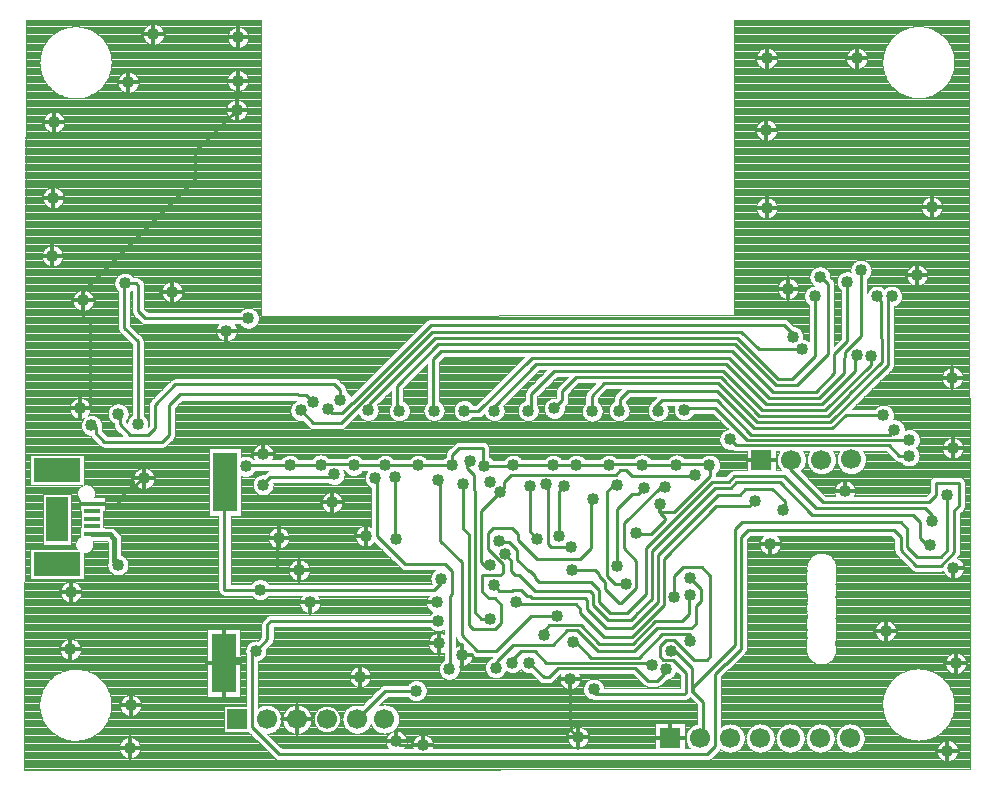
<source format=gbr>
G04 DipTrace 3.3.1.3*
G04 Bottom.gbr*
%MOIN*%
G04 #@! TF.FileFunction,Copper,L2,Bot*
G04 #@! TF.Part,Single*
G04 #@! TA.AperFunction,Conductor*
%ADD13C,0.01*%
%ADD15C,0.015748*%
G04 #@! TA.AperFunction,CopperBalancing*
%ADD18C,0.003937*%
%ADD19C,0.01311*%
%ADD36R,0.15748X0.07874*%
G04 #@! TA.AperFunction,ComponentPad*
%ADD44R,0.066929X0.066929*%
%ADD45C,0.066929*%
%ADD53R,0.074803X0.074803*%
G04 #@! TA.AperFunction,ComponentPad*
%ADD54C,0.074803*%
%ADD55R,0.07874X0.19685*%
%ADD58R,0.05315X0.015748*%
G04 #@! TA.AperFunction,ViaPad*
%ADD59C,0.04*%
%FSLAX26Y26*%
G04*
G70*
G90*
G75*
G01*
G04 Bottom*
%LPD*%
X1064887Y765896D2*
D13*
X1060121Y761130D1*
Y749945D1*
X592295Y1959883D2*
Y1990715D1*
X965837Y2364257D1*
Y2456917D1*
X1103499Y2594579D1*
X2214509Y699080D2*
Y543365D1*
X2219643Y538231D1*
Y525848D1*
X2241682Y503808D1*
X1724104Y477740D2*
X1647927D1*
X1635444Y490223D1*
X624450Y1281808D2*
X703518D1*
X724761Y1303051D1*
Y1313417D1*
X750245Y1338902D1*
X760230D1*
X783222Y1361894D1*
X789575D1*
X794266Y1366585D1*
X581846Y1600127D2*
X615253D1*
Y1897294D1*
X592295D1*
Y1959883D1*
X1312009Y1061073D2*
X1237112D1*
Y1168773D1*
X1243912D1*
X1449778Y1629315D2*
Y1659657D1*
X1428112Y1681324D1*
X1333037D1*
X1331307Y1679594D1*
X899163D1*
X832307Y1612739D1*
Y1534776D1*
X809315Y1511783D1*
X748559D1*
X713509Y1546833D1*
Y1576573D1*
X708538Y1581545D1*
X619720Y1542995D2*
X626912D1*
X635110Y1534797D1*
Y1516864D1*
X663182Y1488791D1*
X854890D1*
X877882Y1511783D1*
Y1610520D1*
X913602Y1646240D1*
X1307224D1*
X1308996Y1644469D1*
X1336462D1*
X1358965Y1621966D1*
X622224Y1182091D2*
D15*
Y1179702D1*
X681302D1*
X696327Y1164677D1*
Y1089722D1*
D13*
X708046Y1078003D1*
X1280713Y1410339D2*
X1382289D1*
X1383295Y1411345D1*
Y1416056D1*
X1487755D1*
X1493932Y1409879D1*
X1599123D1*
X1599150Y1409853D1*
X1708407D1*
X1708883Y1410329D1*
X1820636D1*
X1821310Y1409656D1*
Y1445538D1*
X1844302Y1468530D1*
X1924131D1*
Y1413008D1*
X1929339Y1407801D1*
X2022463D1*
X2025336Y1410673D1*
X2158757D1*
X2159181Y1410249D1*
X2236173D1*
X2236396Y1410026D1*
X2343617D1*
X2343887Y1409756D1*
X2348629Y1414497D1*
X2454570D1*
Y1411219D1*
X2454787Y1411437D1*
X2569400D1*
X2569630Y1411207D1*
Y1413759D1*
X2677042D1*
X2679921Y1410879D1*
X2550055Y790577D2*
X2565983D1*
X2622877Y733684D1*
Y656142D1*
X2637009Y642009D1*
X2656794Y622224D1*
Y511386D1*
X2647063Y501655D1*
X2647898D1*
X2648488Y501064D1*
X3473211Y1311264D2*
Y1128220D1*
X3450219Y1105228D1*
X3370919D1*
X3339601Y1136546D1*
Y1197140D1*
X3316609Y1220133D1*
X2786625D1*
X2763633Y1197140D1*
Y812251D1*
X2623474Y672092D1*
Y658419D1*
X2639883Y642009D1*
X2637009D1*
X1280713Y1410339D2*
X1137375D1*
X1133571Y1406534D1*
X2514001Y1281627D2*
X2512626D1*
Y1254609D1*
X2560895D1*
X2682106Y1375820D1*
Y1408694D1*
X2679921Y1410879D1*
X2433406Y1185915D2*
X2446797D1*
X2453087Y1179625D1*
X2485109D1*
X2533228Y1227744D1*
Y1232982D1*
X2514001Y1252209D1*
Y1281627D1*
X1191689Y1345192D2*
Y1348062D1*
X1214681Y1371054D1*
X1419944D1*
X1428525Y1379635D1*
X2291644Y1296483D2*
X2285680Y1290518D1*
Y1134710D1*
X2249912Y1098942D1*
X2104550D1*
X2042241Y1161251D1*
Y1179865D1*
X2020664Y1201442D1*
X1958202D1*
X1940837Y1184077D1*
Y1129570D1*
X1990417Y1079990D1*
Y1052192D1*
X1982088Y1043862D1*
X1923222D1*
Y989343D1*
X1946214Y966350D1*
X1964298D1*
X1984959Y945689D1*
Y884184D1*
X1963983Y863207D1*
X1892911D1*
X1876747Y879371D1*
Y1180281D1*
X1859293Y1197735D1*
Y1347352D1*
X1812387Y730239D2*
Y730240D1*
X1813958Y731811D1*
Y973290D1*
X1820496Y979828D1*
Y1057486D1*
X1797504Y1080478D1*
X1666239D1*
X1638881Y1107836D1*
X1637412D1*
X1570552Y1174696D1*
Y1363161D1*
X1566249Y1367465D1*
X1776416Y1361644D2*
X1783117Y1354944D1*
Y1157470D1*
X1853353Y1087234D1*
Y842940D1*
X1905382Y790911D1*
X1966915D1*
X2084668Y908664D1*
X2171846D1*
X2172247Y909064D1*
X1948455Y899493D2*
X1919818D1*
X1899062Y920249D1*
Y1323424D1*
X1895801Y1326685D1*
Y1376895D1*
X1872728Y1399967D1*
Y1415335D1*
X1880315Y1422921D1*
X2136438Y1346437D2*
X2141891Y1340984D1*
Y1147642D1*
X2152525Y1137008D1*
X2217455D1*
X2177127Y1173772D2*
Y1325268D1*
X2194269Y1342409D1*
X2371123Y1346156D2*
X2360340D1*
X2337348Y1323164D1*
Y1042403D1*
X2364957Y1014794D1*
X2400581D1*
X2080839Y1340647D2*
Y1189852D1*
X2106184Y1164507D1*
X2373101Y1073089D2*
Y1265049D1*
X2420976Y1312924D1*
X2443159D1*
X2463243Y1333008D1*
X1948043Y1077423D2*
X1945413Y1074793D1*
X1932050D1*
X1919612Y1087231D1*
Y1257705D1*
X1982815Y1320908D1*
X2632151Y1378319D2*
X2628969Y1375136D1*
X2419986D1*
X2402035Y1393087D1*
X2383016D1*
X2368248Y1378319D1*
X2017012D1*
X1994807Y1356114D1*
Y1332900D1*
X1982815Y1320908D1*
X2952622Y1428644D2*
Y1407341D1*
X2949715Y1404434D1*
Y1396865D1*
X3057938Y1288642D1*
X3410549D1*
X3433541Y1311634D1*
Y1351954D1*
X3510470D1*
Y1274075D1*
X3495996Y1259601D1*
Y1121867D1*
X3449951Y1075823D1*
X3367357D1*
X3316609Y1126571D1*
Y1171045D1*
X3293617Y1194037D1*
X2807343D1*
X2784350Y1171045D1*
Y799378D1*
X2733980Y749008D1*
X2732207D1*
X2698488Y715289D1*
Y473803D1*
X2671125Y446440D1*
X1245739D1*
X1154392Y537786D1*
Y778025D1*
X1167636Y791269D1*
X1776437Y891976D2*
X1217957D1*
X1206549Y880568D1*
Y830181D1*
X1167636Y791269D1*
X1064626Y1353871D2*
X1066932Y1356177D1*
Y1367993D1*
X1064626Y1353871D2*
X1063253D1*
Y995550D1*
X1181500D1*
X1761829D1*
X1784822Y1018542D1*
Y1031491D1*
X1631787Y1369714D2*
Y1166986D1*
X1634874Y1163899D1*
X2126812Y845457D2*
Y857856D1*
X2145780Y876823D1*
X2250438D1*
X2313089Y814172D1*
X2423427D1*
X2499783Y890529D1*
X2587196D1*
X2612854Y916188D1*
Y977016D1*
X2615308D1*
X2561311Y972840D2*
Y1042367D1*
X2589993Y1071050D1*
X2654915D1*
X2683118Y1042846D1*
Y774622D1*
X2670244Y761748D1*
X2627328D1*
X2561920Y827156D1*
X2533829D1*
X2513906Y807232D1*
Y773295D1*
X2525925Y761276D1*
X2557126D1*
X2600505Y717896D1*
Y652312D1*
X2595142Y646949D1*
X2303206D1*
X2295062Y655093D1*
Y661329D1*
X2292857Y663534D1*
X2293503Y664180D1*
X2614902Y825352D2*
Y846453D1*
X2521534D1*
X2444026Y768945D1*
X2284580D1*
X2233362Y820163D1*
X2223171D1*
X2224663Y821655D1*
X2533902Y730793D2*
X2527328Y724219D1*
Y715512D1*
X2504336Y692520D1*
X2475366D1*
X2432328Y735558D1*
X2176219D1*
X2144478Y703816D1*
X2126690D1*
X2077892Y752614D1*
X2036037Y954730D2*
Y964621D1*
X2038463D1*
Y947315D1*
X2099571D1*
X2100290Y948034D1*
X2234269D1*
X2249538Y932765D1*
Y918215D1*
X2329510Y838243D1*
X2420657D1*
X2526689Y944274D1*
Y1097052D1*
X2702831Y1273194D1*
X2811542D1*
X2830987Y1292639D1*
X1966723Y735423D2*
X1970441Y739140D1*
Y758904D1*
X2023450Y811913D1*
X2157378D1*
X2205482Y860017D1*
X2237379D1*
X2306885Y790512D1*
X2429432D1*
X2506457Y867537D1*
X2618983D1*
X2633392Y881946D1*
Y941459D1*
X2650807Y958874D1*
Y998316D1*
X2615354Y1033769D1*
X2957329Y1838811D2*
Y1848273D1*
X2927206Y1878396D1*
X1750558D1*
X1490587Y1618425D1*
X1487433D1*
X1454361Y1585353D1*
X1420425D1*
X1408425Y1597353D1*
X3138361Y2021966D2*
Y1823928D1*
X3096556Y1782123D1*
Y1716337D1*
X3036386Y1656167D1*
X2891025D1*
X2756328Y1790864D1*
X1786563D1*
X1758573Y1762874D1*
Y1595693D1*
X1761560Y1592706D1*
X773513Y1548020D2*
Y1823559D1*
X729306Y1867766D1*
Y2015404D1*
X730881Y2016979D1*
X1142631Y1900654D2*
X799070D1*
X776077Y1923646D1*
Y2009446D1*
X768545Y2016979D1*
X730881D1*
X2487594Y746173D2*
X2481560Y752207D1*
X2136175D1*
X2096961Y791421D1*
X2052491D1*
X2011970Y750900D1*
Y749079D1*
X2012799Y748249D1*
Y751083D1*
X2023836D1*
X2022154Y752765D1*
X2989022Y1796224D2*
X2843591D1*
X2784253Y1855562D1*
X1754329D1*
X1527118Y1628350D1*
Y1627281D1*
X1450589Y1550752D1*
X1359587D1*
X1317243Y1593096D1*
X3030571Y1974066D2*
Y1773825D1*
X2956010Y1699265D1*
X2908034D1*
X2772604Y1834696D1*
X1765467D1*
X1545657Y1614886D1*
Y1589770D1*
X1541958Y1593470D1*
X1702180Y658783D2*
X1599392D1*
X1504709Y564100D1*
X3421651Y1225965D2*
Y1245115D1*
X3398659Y1268108D1*
X3034904D1*
X2928749Y1374262D1*
X2762411D1*
X2744056Y1355908D1*
X2689186D1*
X2466992Y1133714D1*
Y979609D1*
X2404311Y916928D1*
X2348088D1*
X2310336Y954680D1*
Y993430D1*
X2283881Y1019886D1*
X2111696D1*
X2097423Y1034159D1*
Y1042364D1*
X2082547Y1057239D1*
X2077807D1*
X2039693Y1095353D1*
Y1129034D1*
X2012898Y1155829D1*
X1979773D1*
X1977350Y1158252D1*
X3414690Y1144016D2*
X3404877D1*
X3381885Y1167008D1*
Y1222647D1*
X3358892Y1245639D1*
X3022104D1*
X2914636Y1353106D1*
X2769748D1*
X2751869Y1335227D1*
X2697152D1*
X2488014Y1126089D1*
Y966127D1*
X2436131Y914244D1*
Y912672D1*
X2417282Y893823D1*
X2342513D1*
X2290676Y945660D1*
Y981126D1*
X2281824Y989978D1*
X2098795D1*
X2045720Y1043052D1*
X2032969D1*
X2019017Y1057004D1*
Y1092017D1*
X1997235Y1113799D1*
X1960717Y1010301D2*
X1978295Y992722D1*
X2021375D1*
X2023277Y994623D1*
X2052001D1*
X2072173Y974451D1*
X2082709D1*
X2088571Y968589D1*
X2265232D1*
X2271016Y962806D1*
Y932469D1*
X2335680Y867804D1*
X2421133D1*
X2507067Y953739D1*
Y1111286D1*
X2708266Y1312486D1*
X2780707D1*
X2799618Y1331396D1*
X2889535D1*
X2931274Y1289657D1*
Y1267374D1*
X2925570Y1261669D1*
X3047950Y2038395D2*
X3051741D1*
X3074734Y2015403D1*
Y1780089D1*
X2971778Y1677134D1*
X2900037D1*
X2763866Y1813304D1*
X1775163D1*
X1637028Y1675169D1*
Y1601193D1*
X1646080Y1592140D1*
X3184818Y2060811D2*
Y1841512D1*
X3130734Y1787428D1*
Y1772231D1*
X3127993Y1769491D1*
Y1718117D1*
X3044986Y1635109D1*
X2879092D1*
X2746434Y1767766D1*
X2086731D1*
X1908656Y1589692D1*
X1864677D1*
X1861853Y1592516D1*
X3170619Y1777226D2*
Y1764661D1*
X3166041Y1760083D1*
Y1725357D1*
X3055138Y1614454D1*
X2867231D1*
X2734916Y1746769D1*
X2102684D1*
X1961987Y1606072D1*
Y1592739D1*
X3217163Y1776089D2*
Y1745920D1*
X3065685Y1594442D1*
X2854692D1*
X2724543Y1724591D1*
X2162122D1*
X2085370Y1647839D1*
Y1608474D1*
X2076891Y1599995D1*
Y1592782D1*
X2075467D1*
X2075562Y1592688D1*
X3238343Y1973940D2*
Y1971257D1*
X3250717Y1958883D1*
Y1833849D1*
X3253335Y1831231D1*
Y1755203D1*
X3145577Y1647446D1*
Y1646131D1*
X3073555Y1574109D1*
X2845815D1*
X2716593Y1703331D1*
X2234878D1*
X2189382Y1657835D1*
Y1626373D1*
X2162804Y1599795D1*
X3286770Y1973877D2*
X3288744D1*
X3274075Y1959207D1*
Y1743470D1*
X3256110Y1725505D1*
X3253445D1*
X3081500Y1553560D1*
X2836643D1*
X2706820Y1683383D1*
X2328079D1*
X2286684Y1641988D1*
Y1593018D1*
X2288804Y1590898D1*
X3259878Y1577156D2*
X3133903D1*
X3089642Y1532895D1*
X2827899D1*
X2703657Y1657136D1*
X2406618D1*
X2381226Y1631744D1*
Y1595172D1*
X2378387Y1592333D1*
X3296104Y1528852D2*
X3280039Y1512787D1*
X2819480D1*
X2704134Y1628134D1*
X2522413D1*
X2499379Y1605100D1*
Y1601396D1*
X2508471Y1592304D1*
X3345878Y1495902D2*
X2806353D1*
X2699711Y1602543D1*
X2602400D1*
X2595703Y1595846D1*
X3344804Y1441399D2*
X3313226D1*
X3277610Y1477014D1*
X2767693D1*
X2747789Y1496919D1*
X2220912Y1061424D2*
X2297020D1*
X2311575Y1046869D1*
Y1040362D1*
X2331804Y1020133D1*
Y996588D1*
X2376682Y951710D1*
X2386391D1*
X2436453Y1001772D1*
Y1092429D1*
X2395495Y1133387D1*
Y1216630D1*
X2517930Y1339066D1*
X2531328D1*
D59*
X708046Y1078003D3*
X794266Y1366585D3*
X1280713Y1410339D3*
X1383295Y1411345D3*
X1493932Y1409879D3*
X1599150Y1409853D3*
X1708883Y1410329D3*
X1821310Y1409656D3*
X1929339Y1407801D3*
X2025336Y1410673D3*
X2159181Y1410249D3*
X2236396Y1410026D3*
X2343887Y1409756D3*
X2454787Y1411437D3*
X2569630Y1411207D3*
X2679921Y1410879D3*
X1784822Y1031491D3*
X1181500Y995550D3*
X1358965Y1621966D3*
X619720Y1542995D3*
X1449778Y1629315D3*
X708538Y1581545D3*
X1317243Y1593096D3*
X1408425Y1597353D3*
X1541958Y1593470D3*
X1646080Y1592140D3*
X1761560Y1592706D3*
X1861853Y1592516D3*
X1961987Y1592739D3*
X2075562Y1592688D3*
X2162804Y1599795D3*
X2288804Y1590898D3*
X2378387Y1592333D3*
X2508471Y1592304D3*
X2595703Y1595846D3*
X2957329Y1838811D3*
X3030571Y1974066D3*
X3047950Y2038395D3*
X3217163Y1776089D3*
X3138361Y2021966D3*
X3184818Y2060811D3*
X3170619Y1777226D3*
X2989022Y1796224D3*
X3238343Y1973940D3*
X3286770Y1973877D3*
X3259878Y1577156D3*
X3296104Y1528852D3*
X3345878Y1495902D3*
X3344804Y1441399D3*
X2747789Y1496919D3*
X2487594Y746173D3*
X2022154Y752765D3*
X2550055Y790577D3*
X1812387Y730239D3*
X1566249Y1367465D3*
X1631787Y1369714D3*
X1634874Y1163899D3*
X2172247Y909064D3*
X1776416Y1361644D3*
X1880315Y1422921D3*
X1948455Y899493D3*
X2136438Y1346437D3*
X2217455Y1137008D3*
X2194269Y1342409D3*
X2177127Y1173772D3*
X2400581Y1014794D3*
X2371123Y1346156D3*
X2106184Y1164507D3*
X2080839Y1340647D3*
X2463243Y1333008D3*
X2373101Y1073089D3*
X1948043Y1077423D3*
X1982815Y1320908D3*
X2632151Y1378319D3*
X1966723Y735423D3*
X2126812Y845457D3*
X2615354Y1033769D3*
X2615308Y977016D3*
X2036037Y954730D3*
X2830987Y1292639D3*
X1947395Y1353967D3*
X3473211Y1311264D3*
X2533902Y730793D3*
X2077892Y752614D3*
X2614902Y825352D3*
X2561311Y972840D3*
X2224663Y821655D3*
X2293503Y664180D3*
X773513Y1548020D3*
X730881Y2016979D3*
X1142631Y1900654D3*
X1960717Y1010301D3*
X2925570Y1261669D3*
X1859293Y1347352D3*
X1977350Y1158252D3*
X1997235Y1113799D3*
X3414690Y1144016D3*
X3421651Y1225965D3*
X1776437Y891976D3*
X1167636Y791269D3*
X1133571Y1406534D3*
X1428525Y1379635D3*
X1191689Y1345192D3*
X2514001Y1281627D3*
X2291644Y1296483D3*
X2220912Y1061424D3*
X2531328Y1339066D3*
X2433406Y1185915D3*
X1514680Y706038D3*
X1777538Y817152D3*
X1243912Y1168773D3*
X1347896Y952877D3*
X1069837Y1859239D3*
X888230Y1988895D3*
X592295Y1959883D3*
X2941488Y1999302D3*
X549545Y796465D3*
X1192080Y1447050D3*
X581846Y1600127D3*
X1103499Y2594579D3*
X1106812Y2692550D3*
X1107993Y2836530D3*
X825932Y2847152D3*
X742139Y2686648D3*
X494303Y2554469D3*
X491944Y2301912D3*
X489583Y2108364D3*
X1421748Y1286378D3*
X1534293Y1174328D3*
X1770295Y952954D3*
X746873Y469353D3*
X1724104Y477740D3*
X1635444Y490223D3*
X3500377Y750335D3*
X2241682Y503808D3*
X2214509Y699080D3*
X2881907Y1147871D3*
X3266819Y858465D3*
X3371469Y2043843D3*
X551272Y988264D3*
X749982Y609850D3*
X2870005Y2766492D3*
X3170407Y2766390D3*
X2870213Y2268596D3*
X3420186Y2270693D3*
X2869678Y2527273D3*
X3492745Y1068265D3*
X3473234Y458811D3*
X3130542Y1324177D3*
X3490546Y1467406D3*
X3489366Y1702262D3*
X1854041Y776655D3*
X1702180Y658783D3*
X1312009Y1061073D3*
X400607Y2891855D2*
D18*
X1183099D1*
X2762396D2*
X3545265D1*
X400599Y2888050D2*
X1183107D1*
X2762450D2*
X3545265D1*
X400599Y2884244D2*
X1183107D1*
X2762511D2*
X3545265D1*
X400591Y2880438D2*
X814343D1*
X837522D2*
X1183115D1*
X2762573D2*
X3545273D1*
X400584Y2876632D2*
X806454D1*
X845412D2*
X1183115D1*
X2762627D2*
X3545273D1*
X400576Y2872827D2*
X553685D1*
X579387D2*
X801579D1*
X850287D2*
X1183122D1*
X2762688D2*
X3357396D1*
X3395024D2*
X3545273D1*
X400568Y2869021D2*
X533724D1*
X599341D2*
X798057D1*
X853801D2*
X1094270D1*
X1121717D2*
X1183130D1*
X2762742D2*
X3340756D1*
X3411664D2*
X3545273D1*
X400560Y2865215D2*
X522351D1*
X610714D2*
X795419D1*
X856446D2*
X1087342D1*
X1128645D2*
X1183130D1*
X2762804D2*
X3330099D1*
X3422322D2*
X3545281D1*
X400553Y2861409D2*
X513654D1*
X619418D2*
X793443D1*
X858422D2*
X1082813D1*
X1133175D2*
X1183138D1*
X2762865D2*
X3321763D1*
X3430657D2*
X3545281D1*
X400545Y2857603D2*
X506441D1*
X626623D2*
X792013D1*
X859852D2*
X1079507D1*
X1136481D2*
X1183138D1*
X2762919D2*
X3314789D1*
X3437631D2*
X3545281D1*
X400537Y2853798D2*
X500236D1*
X632829D2*
X791052D1*
X860806D2*
X1077023D1*
X1138965D2*
X1183145D1*
X2762980D2*
X3308745D1*
X3443675D2*
X3545281D1*
X400537Y2849992D2*
X494769D1*
X638303D2*
X790536D1*
X861329D2*
X1075162D1*
X1140826D2*
X1183153D1*
X2763034D2*
X3303409D1*
X3449012D2*
X3545281D1*
X400530Y2846186D2*
X489878D1*
X643186D2*
X790437D1*
X861429D2*
X1073832D1*
X1142148D2*
X1183153D1*
X2763096D2*
X3298626D1*
X3453795D2*
X3545289D1*
X400522Y2842380D2*
X485464D1*
X647608D2*
X790744D1*
X861121D2*
X1072971D1*
X1143017D2*
X1183161D1*
X2763157D2*
X3294297D1*
X3458124D2*
X3545289D1*
X400514Y2838575D2*
X481451D1*
X651622D2*
X791482D1*
X860383D2*
X1072540D1*
X1143448D2*
X1183161D1*
X2763211D2*
X3290352D1*
X3462069D2*
X3545289D1*
X400507Y2834769D2*
X477783D1*
X655289D2*
X792674D1*
X859191D2*
X1072525D1*
X1143463D2*
X1183168D1*
X2763242D2*
X3286753D1*
X3465667D2*
X3545289D1*
X400499Y2830963D2*
X474415D1*
X658650D2*
X794374D1*
X857492D2*
X1072925D1*
X1143063D2*
X1183176D1*
X2763234D2*
X3283447D1*
X3468974D2*
X3545296D1*
X400491Y2827157D2*
X471324D1*
X661741D2*
X796665D1*
X855193D2*
X1073755D1*
X1142233D2*
X1183176D1*
X2763227D2*
X3280402D1*
X3472019D2*
X3545296D1*
X400484Y2823352D2*
X468478D1*
X664594D2*
X799718D1*
X852148D2*
X1075047D1*
X1140941D2*
X1183184D1*
X2763219D2*
X3277603D1*
X3474818D2*
X3545296D1*
X400484Y2819546D2*
X465856D1*
X667216D2*
X803832D1*
X848034D2*
X1076862D1*
X1139126D2*
X1183184D1*
X2763219D2*
X3275027D1*
X3477394D2*
X3545296D1*
X400476Y2815740D2*
X463442D1*
X669630D2*
X809837D1*
X842028D2*
X1079299D1*
X1136689D2*
X1183191D1*
X2763211D2*
X3272651D1*
X3479770D2*
X3545304D1*
X400468Y2811934D2*
X461220D1*
X671845D2*
X1082536D1*
X1133451D2*
X1183199D1*
X2763203D2*
X3270467D1*
X3481953D2*
X3545304D1*
X400461Y2808128D2*
X459182D1*
X673890D2*
X1086942D1*
X1129045D2*
X1183199D1*
X2763196D2*
X3268468D1*
X3483953D2*
X3545304D1*
X400453Y2804323D2*
X457313D1*
X675759D2*
X1093601D1*
X1122386D2*
X1183207D1*
X2763196D2*
X3266630D1*
X3485791D2*
X3545304D1*
X400445Y2800517D2*
X455606D1*
X677458D2*
X1183207D1*
X2763188D2*
X2860918D1*
X2879091D2*
X3161730D1*
X3179081D2*
X3264954D1*
X3487467D2*
X3545312D1*
X400437Y2796711D2*
X454053D1*
X679011D2*
X1183215D1*
X2763180D2*
X2851722D1*
X2888288D2*
X3152295D1*
X3188516D2*
X3263439D1*
X3488982D2*
X3545312D1*
X400430Y2792905D2*
X452654D1*
X680411D2*
X1183222D1*
X2763173D2*
X2846470D1*
X2893540D2*
X3146989D1*
X3193829D2*
X3262062D1*
X3490358D2*
X3545312D1*
X400430Y2789100D2*
X451392D1*
X681672D2*
X1183222D1*
X2763173D2*
X2842740D1*
X2897269D2*
X3143229D1*
X3197589D2*
X3260832D1*
X3491588D2*
X3545312D1*
X400422Y2785294D2*
X450277D1*
X682795D2*
X1183230D1*
X2763165D2*
X2839949D1*
X2900061D2*
X3140415D1*
X3200396D2*
X3259740D1*
X3492680D2*
X3545312D1*
X400414Y2781488D2*
X449293D1*
X683779D2*
X1183230D1*
X2763157D2*
X2837857D1*
X2902152D2*
X3138308D1*
X3202511D2*
X3258779D1*
X3493634D2*
X3545319D1*
X400407Y2777682D2*
X448440D1*
X684632D2*
X1183238D1*
X2763150D2*
X2836327D1*
X2903690D2*
X3136762D1*
X3204056D2*
X3257956D1*
X3494464D2*
X3545319D1*
X400399Y2773876D2*
X447709D1*
X685355D2*
X1183238D1*
X2763150D2*
X2835281D1*
X2904728D2*
X3135701D1*
X3205110D2*
X3257256D1*
X3495164D2*
X3545319D1*
X400391Y2770071D2*
X447109D1*
X685955D2*
X1183245D1*
X2763142D2*
X2834674D1*
X2905336D2*
X3135086D1*
X3205725D2*
X3256680D1*
X3495741D2*
X3545319D1*
X400384Y2766265D2*
X446633D1*
X686432D2*
X1183253D1*
X2763134D2*
X2834497D1*
X2905512D2*
X3134894D1*
X3205917D2*
X3256226D1*
X3496187D2*
X3545327D1*
X400376Y2762459D2*
X446279D1*
X686786D2*
X1183253D1*
X2763127D2*
X2834728D1*
X2905282D2*
X3135117D1*
X3205702D2*
X3255903D1*
X3496517D2*
X3545327D1*
X400376Y2758653D2*
X446048D1*
X687016D2*
X1183261D1*
X2763127D2*
X2835381D1*
X2904628D2*
X3135755D1*
X3205056D2*
X3255695D1*
X3496725D2*
X3545327D1*
X400368Y2754848D2*
X445941D1*
X687124D2*
X1183261D1*
X2763119D2*
X2836481D1*
X2903529D2*
X3136847D1*
X3203972D2*
X3255611D1*
X3496810D2*
X3545327D1*
X400361Y2751042D2*
X445948D1*
X687116D2*
X1183268D1*
X2763111D2*
X2838073D1*
X2901937D2*
X3138423D1*
X3202387D2*
X3255642D1*
X3496779D2*
X3545335D1*
X400353Y2747236D2*
X446079D1*
X686985D2*
X1183276D1*
X2763104D2*
X2840241D1*
X2899768D2*
X3140576D1*
X3200234D2*
X3255795D1*
X3496617D2*
X3545335D1*
X400345Y2743430D2*
X446333D1*
X686732D2*
X1183276D1*
X2763104D2*
X2843125D1*
X2896885D2*
X3143437D1*
X3197374D2*
X3256072D1*
X3496348D2*
X3545335D1*
X400337Y2739624D2*
X446710D1*
X686363D2*
X1183284D1*
X2763096D2*
X2847000D1*
X2893017D2*
X3147274D1*
X3193537D2*
X3256472D1*
X3495948D2*
X3545335D1*
X400330Y2735819D2*
X447202D1*
X685863D2*
X1183284D1*
X2763088D2*
X2852514D1*
X2887496D2*
X3152734D1*
X3188085D2*
X3256995D1*
X3495425D2*
X3545342D1*
X400322Y2732013D2*
X447825D1*
X685248D2*
X1183291D1*
X2763080D2*
X2862941D1*
X2877069D2*
X3162837D1*
X3177981D2*
X3257641D1*
X3494780D2*
X3545342D1*
X400322Y2728207D2*
X448570D1*
X684494D2*
X1183299D1*
X2763080D2*
X3258418D1*
X3494003D2*
X3545342D1*
X400314Y2724401D2*
X449447D1*
X683625D2*
X1091625D1*
X1121994D2*
X1183299D1*
X2763073D2*
X3259317D1*
X3493103D2*
X3545342D1*
X400307Y2720596D2*
X450454D1*
X682610D2*
X732750D1*
X751523D2*
X1085281D1*
X1128338D2*
X1183307D1*
X2763065D2*
X3260348D1*
X3492065D2*
X3545342D1*
X400299Y2716790D2*
X451600D1*
X681472D2*
X723723D1*
X760551D2*
X1081006D1*
X1132613D2*
X1183307D1*
X2763057D2*
X3261524D1*
X3490896D2*
X3545350D1*
X400291Y2712984D2*
X452877D1*
X680188D2*
X718517D1*
X765764D2*
X1077861D1*
X1135766D2*
X1183315D1*
X2763057D2*
X3262831D1*
X3489589D2*
X3545350D1*
X400284Y2709178D2*
X454307D1*
X678765D2*
X714811D1*
X769470D2*
X1075485D1*
X1138134D2*
X1183322D1*
X2763050D2*
X3264292D1*
X3488128D2*
X3545350D1*
X400276Y2705373D2*
X455883D1*
X677189D2*
X712035D1*
X772246D2*
X1073724D1*
X1139903D2*
X1183322D1*
X2763042D2*
X3265899D1*
X3486521D2*
X3545350D1*
X400268Y2701567D2*
X457613D1*
X675451D2*
X709951D1*
X774322D2*
X1072479D1*
X1141149D2*
X1183330D1*
X2763034D2*
X3267660D1*
X3484760D2*
X3545358D1*
X400268Y2697761D2*
X459513D1*
X673560D2*
X708428D1*
X775845D2*
X1071687D1*
X1141933D2*
X1183330D1*
X2763034D2*
X3269590D1*
X3482830D2*
X3545358D1*
X400261Y2693955D2*
X461581D1*
X671491D2*
X707398D1*
X776883D2*
X1071325D1*
X1142294D2*
X1183338D1*
X2763027D2*
X3271697D1*
X3480723D2*
X3545358D1*
X400253Y2690149D2*
X463834D1*
X669238D2*
X706806D1*
X777475D2*
X1071379D1*
X1142240D2*
X1183345D1*
X2763019D2*
X3273989D1*
X3478432D2*
X3545358D1*
X400245Y2686344D2*
X466279D1*
X666785D2*
X706629D1*
X777652D2*
X1071856D1*
X1141771D2*
X1183345D1*
X2763011D2*
X3276480D1*
X3475940D2*
X3545365D1*
X400238Y2682538D2*
X468940D1*
X664132D2*
X706867D1*
X777406D2*
X1072755D1*
X1140864D2*
X1183353D1*
X2763011D2*
X3279179D1*
X3473241D2*
X3545365D1*
X400230Y2678732D2*
X471823D1*
X661241D2*
X707529D1*
X776745D2*
X1074132D1*
X1139495D2*
X1183353D1*
X2763004D2*
X3282117D1*
X3470304D2*
X3545365D1*
X400222Y2674926D2*
X474961D1*
X658104D2*
X708644D1*
X775637D2*
X1076046D1*
X1137581D2*
X1183361D1*
X2762996D2*
X3285308D1*
X3467113D2*
X3545365D1*
X400214Y2671121D2*
X478375D1*
X654697D2*
X710243D1*
X774030D2*
X1078599D1*
X1135028D2*
X1183361D1*
X2762988D2*
X3288783D1*
X3463637D2*
X3545373D1*
X400214Y2667315D2*
X482097D1*
X650968D2*
X712427D1*
X771846D2*
X1081998D1*
X1131629D2*
X1183368D1*
X2762980D2*
X3292574D1*
X3459846D2*
X3545373D1*
X400207Y2663509D2*
X486172D1*
X646893D2*
X715326D1*
X768948D2*
X1086673D1*
X1126954D2*
X1183376D1*
X2762980D2*
X3296726D1*
X3455694D2*
X3545373D1*
X400199Y2659703D2*
X490663D1*
X642402D2*
X719224D1*
X765057D2*
X1093994D1*
X1119633D2*
X1183376D1*
X2762973D2*
X3301309D1*
X3451111D2*
X3545373D1*
X400191Y2655897D2*
X495638D1*
X637427D2*
X724784D1*
X759497D2*
X1183384D1*
X2762965D2*
X3306400D1*
X3446021D2*
X3545373D1*
X400184Y2652092D2*
X501220D1*
X631844D2*
X735488D1*
X748786D2*
X1183384D1*
X2762957D2*
X3312113D1*
X3440300D2*
X3545381D1*
X400176Y2648286D2*
X507572D1*
X625493D2*
X1183391D1*
X2762957D2*
X3318657D1*
X3433764D2*
X3545381D1*
X400168Y2644480D2*
X514984D1*
X618080D2*
X1183399D1*
X2762950D2*
X3326339D1*
X3426082D2*
X3545381D1*
X400161Y2640674D2*
X524019D1*
X609045D2*
X1183399D1*
X2762942D2*
X3335827D1*
X3416593D2*
X3545381D1*
X400153Y2636869D2*
X536100D1*
X596973D2*
X1183407D1*
X2762934D2*
X3348946D1*
X3403475D2*
X3545389D1*
X400153Y2633063D2*
X564674D1*
X568398D2*
X1183407D1*
X2762934D2*
X3545389D1*
X400145Y2629257D2*
X1097562D1*
X1109429D2*
X1183414D1*
X2762927D2*
X3545389D1*
X400138Y2625451D2*
X1086366D1*
X1120633D2*
X1183422D1*
X2762919D2*
X3545389D1*
X400130Y2621645D2*
X1080729D1*
X1126269D2*
X1183422D1*
X2762911D2*
X3545396D1*
X400122Y2617840D2*
X1076792D1*
X1130199D2*
X1183430D1*
X2762911D2*
X3545396D1*
X400114Y2614034D2*
X1073870D1*
X1133128D2*
X1183430D1*
X2762904D2*
X3545396D1*
X400107Y2610228D2*
X1071663D1*
X1135328D2*
X1183438D1*
X2762896D2*
X3545396D1*
X400099Y2606422D2*
X1070041D1*
X1136950D2*
X1183445D1*
X2762888D2*
X3545404D1*
X400099Y2602617D2*
X1068918D1*
X1138080D2*
X1183445D1*
X2762888D2*
X3545404D1*
X400091Y2598811D2*
X1068242D1*
X1138757D2*
X1183453D1*
X2762881D2*
X3545404D1*
X400084Y2595005D2*
X1067988D1*
X1139011D2*
X1183453D1*
X2762873D2*
X3545404D1*
X400076Y2591199D2*
X1068149D1*
X1138849D2*
X1183461D1*
X2762865D2*
X3545404D1*
X400068Y2587394D2*
X481697D1*
X506914D2*
X1068726D1*
X1138265D2*
X1183468D1*
X2762865D2*
X3545412D1*
X400061Y2583588D2*
X474276D1*
X514326D2*
X1069749D1*
X1137250D2*
X1183468D1*
X2762857D2*
X3545412D1*
X400053Y2579782D2*
X469570D1*
X519040D2*
X1071256D1*
X1135743D2*
X1183476D1*
X2762850D2*
X3545412D1*
X400045Y2575976D2*
X466149D1*
X522462D2*
X1073317D1*
X1133682D2*
X1183476D1*
X2762842D2*
X3545412D1*
X400045Y2572170D2*
X463580D1*
X525030D2*
X1076062D1*
X1130929D2*
X1183484D1*
X2762842D2*
X3545419D1*
X400038Y2568365D2*
X461658D1*
X526952D2*
X1079737D1*
X1127261D2*
X1183491D1*
X2762834D2*
X3545419D1*
X400030Y2564559D2*
X460274D1*
X528336D2*
X1084882D1*
X1122117D2*
X1183491D1*
X2762827D2*
X3545419D1*
X400022Y2560753D2*
X459359D1*
X529251D2*
X1093663D1*
X1113336D2*
X1183499D1*
X2762819D2*
X2858688D1*
X2880675D2*
X3545419D1*
X400015Y2556947D2*
X458882D1*
X529728D2*
X1183499D1*
X2762819D2*
X2850507D1*
X2888849D2*
X3545427D1*
X400007Y2553142D2*
X458813D1*
X529790D2*
X1183507D1*
X2762811D2*
X2845532D1*
X2893824D2*
X3545427D1*
X399999Y2549336D2*
X459167D1*
X529436D2*
X1183507D1*
X2762804D2*
X2841964D1*
X2897392D2*
X3545427D1*
X399991Y2545530D2*
X459951D1*
X528659D2*
X1183514D1*
X2762796D2*
X2839288D1*
X2900068D2*
X3545427D1*
X399991Y2541724D2*
X461189D1*
X527421D2*
X1183522D1*
X2762796D2*
X2837281D1*
X2902075D2*
X3545435D1*
X399984Y2537918D2*
X462934D1*
X525668D2*
X1183522D1*
X2762788D2*
X2835820D1*
X2903536D2*
X3545435D1*
X399976Y2534113D2*
X465295D1*
X523315D2*
X1183530D1*
X2762781D2*
X2834836D1*
X2904521D2*
X3545435D1*
X399968Y2530307D2*
X468425D1*
X520186D2*
X1183530D1*
X2762773D2*
X2834297D1*
X2905059D2*
X3545435D1*
X399961Y2526501D2*
X472669D1*
X515933D2*
X1183538D1*
X2762773D2*
X2834174D1*
X2905182D2*
X3545435D1*
X399953Y2522695D2*
X478952D1*
X509659D2*
X1183545D1*
X2762765D2*
X2834466D1*
X2904890D2*
X3545442D1*
X399945Y2518890D2*
X1183545D1*
X2762757D2*
X2835182D1*
X2904175D2*
X3545442D1*
X399938Y2515084D2*
X1183553D1*
X2762750D2*
X2836350D1*
X2903006D2*
X3545442D1*
X399938Y2511278D2*
X1183553D1*
X2762742D2*
X2838019D1*
X2901337D2*
X3545442D1*
X399930Y2507472D2*
X1183561D1*
X2762742D2*
X2840280D1*
X2899076D2*
X3545450D1*
X399922Y2503666D2*
X1183568D1*
X2762734D2*
X2843286D1*
X2896070D2*
X3545450D1*
X399915Y2499861D2*
X1183568D1*
X2762727D2*
X2847331D1*
X2892025D2*
X3545450D1*
X399907Y2496055D2*
X1183576D1*
X2762719D2*
X2853198D1*
X2886158D2*
X3545450D1*
X399899Y2492249D2*
X1183576D1*
X2762719D2*
X2866716D1*
X2872648D2*
X3545458D1*
X399891Y2488443D2*
X1183584D1*
X2762711D2*
X3545458D1*
X399884Y2484638D2*
X1183591D1*
X2762704D2*
X3545458D1*
X399884Y2480832D2*
X1183591D1*
X2762696D2*
X3545458D1*
X399876Y2477026D2*
X1183599D1*
X2762696D2*
X3545465D1*
X399868Y2473220D2*
X1183599D1*
X2762688D2*
X3545465D1*
X399861Y2469415D2*
X1183607D1*
X2762681D2*
X3545465D1*
X399853Y2465609D2*
X1183614D1*
X2762673D2*
X3545465D1*
X399845Y2461803D2*
X1183614D1*
X2762673D2*
X3545465D1*
X399838Y2457997D2*
X1183622D1*
X2762665D2*
X3545473D1*
X399830Y2454191D2*
X1183622D1*
X2762658D2*
X3545473D1*
X399830Y2450386D2*
X1183630D1*
X2762650D2*
X3545473D1*
X399822Y2446580D2*
X1183630D1*
X2762650D2*
X3545473D1*
X399815Y2442774D2*
X1183637D1*
X2762642D2*
X3545481D1*
X399807Y2438968D2*
X1183645D1*
X2762634D2*
X3545481D1*
X399799Y2435163D2*
X1183645D1*
X2762627D2*
X3545481D1*
X399792Y2431357D2*
X1183653D1*
X2762627D2*
X3545481D1*
X399784Y2427551D2*
X1183653D1*
X2762619D2*
X3545488D1*
X399776Y2423745D2*
X1183661D1*
X2762611D2*
X3545488D1*
X399776Y2419939D2*
X1183668D1*
X2762604D2*
X3545488D1*
X399768Y2416134D2*
X1183668D1*
X2762604D2*
X3545488D1*
X399761Y2412328D2*
X1183676D1*
X2762596D2*
X3545496D1*
X399753Y2408522D2*
X1183676D1*
X2762588D2*
X3545496D1*
X399745Y2404716D2*
X1183684D1*
X2762581D2*
X3545496D1*
X399738Y2400911D2*
X1183691D1*
X2762581D2*
X3545496D1*
X399730Y2397105D2*
X1183691D1*
X2762573D2*
X3545496D1*
X399722Y2393299D2*
X1183699D1*
X2762565D2*
X3545504D1*
X399715Y2389493D2*
X1183699D1*
X2762558D2*
X3545504D1*
X399715Y2385687D2*
X1183707D1*
X2762558D2*
X3545504D1*
X399707Y2381882D2*
X1183714D1*
X2762550D2*
X3545504D1*
X399699Y2378076D2*
X1183714D1*
X2762542D2*
X3545512D1*
X399692Y2374270D2*
X1183722D1*
X2762535D2*
X3545512D1*
X399684Y2370464D2*
X1183722D1*
X2762527D2*
X3545512D1*
X399676Y2366659D2*
X1183730D1*
X2762527D2*
X3545512D1*
X399668Y2362853D2*
X1183737D1*
X2762519D2*
X3545519D1*
X399661Y2359047D2*
X1183737D1*
X2762511D2*
X3545519D1*
X399661Y2355241D2*
X1183745D1*
X2762504D2*
X3545519D1*
X399653Y2351436D2*
X1183745D1*
X2762504D2*
X3545519D1*
X399645Y2347630D2*
X1183753D1*
X2762496D2*
X3545527D1*
X399638Y2343824D2*
X1183761D1*
X2762488D2*
X3545527D1*
X399630Y2340018D2*
X1183761D1*
X2762481D2*
X3545527D1*
X399622Y2336212D2*
X484019D1*
X499870D2*
X1183768D1*
X2762481D2*
X3545527D1*
X399615Y2332407D2*
X474130D1*
X509751D2*
X1183768D1*
X2762473D2*
X3545527D1*
X399607Y2328601D2*
X468725D1*
X515164D2*
X1183776D1*
X2762465D2*
X3545535D1*
X399607Y2324795D2*
X464911D1*
X518978D2*
X1183776D1*
X2762458D2*
X3545535D1*
X399599Y2320989D2*
X462065D1*
X521823D2*
X1183784D1*
X2762458D2*
X3545535D1*
X399592Y2317184D2*
X459928D1*
X523961D2*
X1183791D1*
X2762450D2*
X3545535D1*
X399584Y2313378D2*
X458359D1*
X525530D2*
X1183791D1*
X2762442D2*
X3545542D1*
X399576Y2309572D2*
X457275D1*
X526606D2*
X1183799D1*
X2762435D2*
X3545542D1*
X399569Y2305766D2*
X456644D1*
X527244D2*
X1183799D1*
X2762435D2*
X3418020D1*
X3422352D2*
X3545542D1*
X399561Y2301960D2*
X456429D1*
X527452D2*
X1183807D1*
X2762427D2*
X2858857D1*
X2881567D2*
X3403802D1*
X3436570D2*
X3545542D1*
X399553Y2298155D2*
X456637D1*
X527252D2*
X1183814D1*
X2762419D2*
X2850860D1*
X2889565D2*
X3397905D1*
X3442468D2*
X3545550D1*
X399553Y2294349D2*
X457260D1*
X526629D2*
X1183814D1*
X2762411D2*
X2845947D1*
X2894486D2*
X3393837D1*
X3446536D2*
X3545550D1*
X399545Y2290543D2*
X458321D1*
X525560D2*
X1183822D1*
X2762411D2*
X2842402D1*
X2898023D2*
X3390823D1*
X3449550D2*
X3545550D1*
X399538Y2286737D2*
X459882D1*
X524007D2*
X1183822D1*
X2762404D2*
X2839749D1*
X2900676D2*
X3388554D1*
X3451818D2*
X3545550D1*
X399530Y2282932D2*
X462004D1*
X521885D2*
X1183830D1*
X2762396D2*
X2837757D1*
X2902667D2*
X3386878D1*
X3453495D2*
X3545558D1*
X399522Y2279126D2*
X464826D1*
X519063D2*
X1183837D1*
X2762388D2*
X2836320D1*
X2904105D2*
X3385701D1*
X3454671D2*
X3545558D1*
X399515Y2275320D2*
X468609D1*
X515272D2*
X1183837D1*
X2762388D2*
X2835351D1*
X2905074D2*
X3384979D1*
X3455394D2*
X3545558D1*
X399507Y2271514D2*
X473961D1*
X509920D2*
X1183845D1*
X2762381D2*
X2834820D1*
X2905605D2*
X3384686D1*
X3455686D2*
X3545558D1*
X399499Y2267708D2*
X483588D1*
X500301D2*
X1183845D1*
X2762373D2*
X2834712D1*
X2905712D2*
X3384802D1*
X3455571D2*
X3545558D1*
X399499Y2263903D2*
X1183853D1*
X2762365D2*
X2835012D1*
X2905413D2*
X3385340D1*
X3455033D2*
X3545565D1*
X399492Y2260097D2*
X1183860D1*
X2762365D2*
X2835743D1*
X2904682D2*
X3386309D1*
X3454064D2*
X3545565D1*
X399484Y2256291D2*
X1183860D1*
X2762358D2*
X2836927D1*
X2903498D2*
X3387762D1*
X3452610D2*
X3545565D1*
X399476Y2252485D2*
X1183868D1*
X2762350D2*
X2838611D1*
X2901814D2*
X3389761D1*
X3450611D2*
X3545565D1*
X399469Y2248680D2*
X1183868D1*
X2762342D2*
X2840895D1*
X2899530D2*
X3392430D1*
X3447943D2*
X3545573D1*
X399461Y2244874D2*
X1183876D1*
X2762342D2*
X2843924D1*
X2896500D2*
X3395990D1*
X3444383D2*
X3545573D1*
X399453Y2241068D2*
X1183884D1*
X2762335D2*
X2848015D1*
X2892410D2*
X3400934D1*
X3439438D2*
X3545573D1*
X399445Y2237262D2*
X1183884D1*
X2762327D2*
X2853959D1*
X2886466D2*
X3409039D1*
X3431334D2*
X3545573D1*
X399445Y2233457D2*
X1183891D1*
X2762319D2*
X3545581D1*
X399438Y2229651D2*
X1183891D1*
X2762319D2*
X3545581D1*
X399430Y2225845D2*
X1183899D1*
X2762312D2*
X3545581D1*
X399422Y2222039D2*
X1183899D1*
X2762304D2*
X3545581D1*
X399415Y2218233D2*
X1183907D1*
X2762296D2*
X3545588D1*
X399407Y2214428D2*
X1183914D1*
X2762288D2*
X3545588D1*
X399399Y2210622D2*
X1183914D1*
X2762288D2*
X3545588D1*
X399392Y2206816D2*
X1183922D1*
X2762281D2*
X3545588D1*
X399392Y2203010D2*
X1183922D1*
X2762273D2*
X3545588D1*
X399384Y2199205D2*
X1183930D1*
X2762265D2*
X3545596D1*
X399376Y2195399D2*
X1183937D1*
X2762265D2*
X3545596D1*
X399369Y2191593D2*
X1183937D1*
X2762258D2*
X3545596D1*
X399361Y2187787D2*
X1183945D1*
X2762250D2*
X3545596D1*
X399353Y2183981D2*
X1183945D1*
X2762242D2*
X3545604D1*
X399346Y2180176D2*
X1183953D1*
X2762242D2*
X3545604D1*
X399338Y2176370D2*
X1183960D1*
X2762235D2*
X3545604D1*
X399330Y2172564D2*
X1183960D1*
X2762227D2*
X3545604D1*
X399330Y2168758D2*
X1183968D1*
X2762219D2*
X3545612D1*
X399322Y2164953D2*
X1183968D1*
X2762219D2*
X3545612D1*
X399315Y2161147D2*
X1183976D1*
X2762212D2*
X3545612D1*
X399307Y2157341D2*
X1183984D1*
X2762204D2*
X3545612D1*
X399299Y2153535D2*
X1183984D1*
X2762196D2*
X3545619D1*
X399292Y2149729D2*
X1183991D1*
X2762196D2*
X3545619D1*
X399284Y2145924D2*
X1183991D1*
X2762188D2*
X3545619D1*
X399276Y2142118D2*
X479497D1*
X499670D2*
X1183999D1*
X2762181D2*
X3545619D1*
X399276Y2138312D2*
X470847D1*
X508313D2*
X1184007D1*
X2762173D2*
X3545619D1*
X399269Y2134506D2*
X465741D1*
X513426D2*
X1184007D1*
X2762173D2*
X3545627D1*
X399261Y2130701D2*
X462089D1*
X517071D2*
X1184014D1*
X2762165D2*
X3545627D1*
X399253Y2126895D2*
X459359D1*
X519809D2*
X1184014D1*
X2762158D2*
X3545627D1*
X399246Y2123089D2*
X457306D1*
X521862D2*
X1184022D1*
X2762150D2*
X3545627D1*
X399238Y2119283D2*
X455814D1*
X523354D2*
X1184030D1*
X2762150D2*
X3545635D1*
X399230Y2115477D2*
X454799D1*
X524369D2*
X1184030D1*
X2762142D2*
X3545635D1*
X399222Y2111672D2*
X454230D1*
X524938D2*
X1184037D1*
X2762135D2*
X3545635D1*
X399222Y2107866D2*
X454076D1*
X525091D2*
X1184037D1*
X2762127D2*
X3545635D1*
X399215Y2104060D2*
X454338D1*
X524830D2*
X1184045D1*
X2762127D2*
X3545642D1*
X399207Y2100254D2*
X455022D1*
X524146D2*
X1184045D1*
X2762119D2*
X3545642D1*
X399199Y2096449D2*
X456152D1*
X523015D2*
X1184053D1*
X2762112D2*
X3545642D1*
X399192Y2092643D2*
X457782D1*
X521377D2*
X1184060D1*
X2762104D2*
X3169589D1*
X3200042D2*
X3545642D1*
X399184Y2088837D2*
X459997D1*
X519163D2*
X1184060D1*
X2762104D2*
X3163260D1*
X3206371D2*
X3545650D1*
X399176Y2085031D2*
X462942D1*
X516225D2*
X1184068D1*
X2762096D2*
X3158993D1*
X3210638D2*
X3545650D1*
X399169Y2081226D2*
X466902D1*
X512265D2*
X1184068D1*
X2762089D2*
X3155848D1*
X3213783D2*
X3545650D1*
X399169Y2077420D2*
X472585D1*
X506583D2*
X1184076D1*
X2762081D2*
X3153479D1*
X3216152D2*
X3360787D1*
X3382152D2*
X3545650D1*
X399161Y2073614D2*
X484111D1*
X495049D2*
X1184083D1*
X2762081D2*
X3151726D1*
X3217913D2*
X3352452D1*
X3390487D2*
X3545650D1*
X399153Y2069808D2*
X1184083D1*
X2762073D2*
X3031855D1*
X3064046D2*
X3150480D1*
X3219158D2*
X3347431D1*
X3395508D2*
X3545658D1*
X399146Y2066002D2*
X1184091D1*
X2762065D2*
X3025850D1*
X3070052D2*
X3149688D1*
X3219943D2*
X3343832D1*
X3399107D2*
X3545658D1*
X399138Y2062197D2*
X1184091D1*
X2762058D2*
X3021736D1*
X3074166D2*
X3149335D1*
X3220304D2*
X3341133D1*
X3401798D2*
X3545658D1*
X399130Y2058391D2*
X1184099D1*
X2762050D2*
X3018691D1*
X3077211D2*
X3149389D1*
X3220242D2*
X3339111D1*
X3403828D2*
X3545658D1*
X399123Y2054585D2*
X1184107D1*
X2762050D2*
X3016392D1*
X3079510D2*
X3124959D1*
X3219773D2*
X3337642D1*
X3405297D2*
X3545665D1*
X399115Y2050779D2*
X720954D1*
X740804D2*
X1184107D1*
X2762042D2*
X3014692D1*
X3081209D2*
X3117893D1*
X3218866D2*
X3336650D1*
X3406289D2*
X3545665D1*
X399115Y2046974D2*
X712219D1*
X749539D2*
X1184114D1*
X2762035D2*
X3013500D1*
X3082401D2*
X3113310D1*
X3217490D2*
X3336097D1*
X3406843D2*
X3545665D1*
X399107Y2043168D2*
X707090D1*
X754668D2*
X1184114D1*
X2762027D2*
X3012762D1*
X3083139D2*
X3109972D1*
X3215575D2*
X3335966D1*
X3406973D2*
X3545665D1*
X399099Y2039362D2*
X703422D1*
X758336D2*
X1184122D1*
X2762027D2*
X3012455D1*
X3083447D2*
X3107458D1*
X3213014D2*
X3336243D1*
X3406697D2*
X3545673D1*
X399092Y2035556D2*
X700685D1*
X776660D2*
X1184130D1*
X2762019D2*
X3012554D1*
X3083424D2*
X3105582D1*
X3209616D2*
X3336950D1*
X3405989D2*
X3545673D1*
X399084Y2031750D2*
X698624D1*
X782596D2*
X1184130D1*
X2762012D2*
X2927663D1*
X2955309D2*
X3013070D1*
X3087230D2*
X3104236D1*
X3205333D2*
X3338104D1*
X3404836D2*
X3545673D1*
X399076Y2027945D2*
X697125D1*
X786426D2*
X1184137D1*
X2762004D2*
X2920773D1*
X2962199D2*
X3014031D1*
X3090859D2*
X3103359D1*
X3205333D2*
X3339764D1*
X3403175D2*
X3545673D1*
X399069Y2024139D2*
X696110D1*
X790232D2*
X1184137D1*
X2762004D2*
X2916267D1*
X2966713D2*
X3015461D1*
X3093251D2*
X3102913D1*
X3205333D2*
X3342002D1*
X3400930D2*
X3545681D1*
X399061Y2020333D2*
X695533D1*
X793392D2*
X872183D1*
X904274D2*
X1184145D1*
X2761996D2*
X2912968D1*
X2970004D2*
X3017437D1*
X3094635D2*
X3102890D1*
X3205333D2*
X3344986D1*
X3397954D2*
X3545681D1*
X399061Y2016527D2*
X695372D1*
X795299D2*
X866162D1*
X910295D2*
X1184153D1*
X2761989D2*
X2910492D1*
X2972488D2*
X3020075D1*
X3095212D2*
X3103275D1*
X3205333D2*
X3349000D1*
X3393932D2*
X3545681D1*
X399053Y2012722D2*
X695625D1*
X796322D2*
X862041D1*
X914425D2*
X1184153D1*
X2761981D2*
X2908639D1*
X2974333D2*
X3023597D1*
X3095242D2*
X3104090D1*
X3205333D2*
X3354805D1*
X3388134D2*
X3545681D1*
X399046Y2008916D2*
X696310D1*
X796591D2*
X858980D1*
X917477D2*
X1184160D1*
X2761981D2*
X2907316D1*
X2975656D2*
X3025850D1*
X3095242D2*
X3105366D1*
X3205333D2*
X3234796D1*
X3241888D2*
X3284023D1*
X3289517D2*
X3367416D1*
X3375524D2*
X3545681D1*
X399038Y2005110D2*
X697432D1*
X796591D2*
X856689D1*
X919776D2*
X1184160D1*
X2761973D2*
X2906463D1*
X2976517D2*
X3013762D1*
X3095242D2*
X3107158D1*
X3205333D2*
X3221770D1*
X3254914D2*
X3270321D1*
X3303219D2*
X3545688D1*
X399030Y2001304D2*
X699063D1*
X796591D2*
X854982D1*
X921476D2*
X1184168D1*
X2761965D2*
X2906032D1*
X2976940D2*
X3008010D1*
X3095242D2*
X3109573D1*
X3205333D2*
X3215941D1*
X3260743D2*
X3264446D1*
X3309094D2*
X3545688D1*
X399023Y1997498D2*
X701269D1*
X796591D2*
X853790D1*
X922668D2*
X1184176D1*
X2761958D2*
X2906025D1*
X2976955D2*
X3004019D1*
X3095242D2*
X3112779D1*
X3205333D2*
X3211904D1*
X3313147D2*
X3545688D1*
X399015Y1993693D2*
X582406D1*
X602186D2*
X704199D1*
X796591D2*
X853044D1*
X923414D2*
X1184176D1*
X2761958D2*
X2906424D1*
X2976548D2*
X3001059D1*
X3095242D2*
X3117139D1*
X3205333D2*
X3208913D1*
X3316161D2*
X3545688D1*
X399007Y1989887D2*
X573655D1*
X610937D2*
X708144D1*
X796591D2*
X852729D1*
X923729D2*
X1184183D1*
X2761950D2*
X2907263D1*
X2975717D2*
X2998821D1*
X3095242D2*
X3117846D1*
X3318422D2*
X3545696D1*
X399007Y1986081D2*
X568518D1*
X616073D2*
X708797D1*
X749816D2*
X755565D1*
X796591D2*
X852829D1*
X923629D2*
X1184183D1*
X2761942D2*
X2908562D1*
X2974418D2*
X2997176D1*
X3095242D2*
X3117846D1*
X3320090D2*
X3545696D1*
X399000Y1982275D2*
X564851D1*
X619741D2*
X708797D1*
X749816D2*
X755565D1*
X796591D2*
X853344D1*
X923114D2*
X1184191D1*
X2761935D2*
X2910377D1*
X2972595D2*
X2996030D1*
X3095242D2*
X3117846D1*
X3321267D2*
X3545696D1*
X398992Y1978470D2*
X562105D1*
X622486D2*
X708797D1*
X749816D2*
X755565D1*
X796591D2*
X854298D1*
X922160D2*
X1184191D1*
X2761935D2*
X2912822D1*
X2970150D2*
X2995338D1*
X3095242D2*
X3117846D1*
X3321982D2*
X3545696D1*
X398984Y1974664D2*
X560045D1*
X624547D2*
X708797D1*
X749816D2*
X755565D1*
X796591D2*
X855728D1*
X920730D2*
X1184199D1*
X2761927D2*
X2916067D1*
X2966905D2*
X2995061D1*
X3095242D2*
X3117846D1*
X3322274D2*
X3545704D1*
X398976Y1970858D2*
X558545D1*
X626046D2*
X708797D1*
X749816D2*
X755565D1*
X796591D2*
X857704D1*
X918754D2*
X1184207D1*
X2761919D2*
X2920496D1*
X2962476D2*
X2995207D1*
X3095242D2*
X3117846D1*
X3322151D2*
X3545704D1*
X398969Y1967052D2*
X557523D1*
X627069D2*
X708797D1*
X749816D2*
X755565D1*
X796591D2*
X860334D1*
X916124D2*
X1184207D1*
X2761912D2*
X2927194D1*
X2955786D2*
X2995768D1*
X3095242D2*
X3117846D1*
X3321613D2*
X3545704D1*
X398961Y1963247D2*
X556946D1*
X627646D2*
X708797D1*
X749816D2*
X755565D1*
X796591D2*
X863848D1*
X912610D2*
X1184214D1*
X2761912D2*
X2996768D1*
X3095242D2*
X3117846D1*
X3320636D2*
X3545704D1*
X398953Y1959441D2*
X556784D1*
X627807D2*
X708797D1*
X749816D2*
X755565D1*
X796591D2*
X868715D1*
X907750D2*
X1184214D1*
X2761904D2*
X2998252D1*
X3095242D2*
X3117846D1*
X3319175D2*
X3545711D1*
X398946Y1955635D2*
X557038D1*
X627546D2*
X708797D1*
X749816D2*
X755565D1*
X796591D2*
X876566D1*
X899891D2*
X1184222D1*
X2761896D2*
X3000282D1*
X3095242D2*
X3117846D1*
X3317176D2*
X3545711D1*
X398946Y1951829D2*
X557722D1*
X626869D2*
X708797D1*
X749816D2*
X755565D1*
X796591D2*
X1184230D1*
X2761889D2*
X3002996D1*
X3095242D2*
X3117846D1*
X3314500D2*
X3545711D1*
X398938Y1948023D2*
X558845D1*
X625747D2*
X708797D1*
X749816D2*
X755565D1*
X796591D2*
X1184230D1*
X2761889D2*
X3006618D1*
X3095242D2*
X3117846D1*
X3310932D2*
X3545711D1*
X398930Y1944218D2*
X560468D1*
X624116D2*
X708797D1*
X749816D2*
X755565D1*
X796591D2*
X1184237D1*
X2761881D2*
X3010055D1*
X3095242D2*
X3117846D1*
X3305972D2*
X3545711D1*
X398923Y1940412D2*
X562674D1*
X621917D2*
X708797D1*
X749816D2*
X755565D1*
X796591D2*
X1184237D1*
X2761873D2*
X3010055D1*
X3095242D2*
X3117846D1*
X3297814D2*
X3545719D1*
X398915Y1936606D2*
X565604D1*
X618988D2*
X708797D1*
X749816D2*
X755565D1*
X796591D2*
X1184245D1*
X2761866D2*
X3010055D1*
X3095242D2*
X3117846D1*
X3294584D2*
X3545719D1*
X398907Y1932800D2*
X569549D1*
X615043D2*
X708797D1*
X749816D2*
X755565D1*
X796591D2*
X1128096D1*
X1157166D2*
X1184253D1*
X2761866D2*
X3010055D1*
X3095242D2*
X3117846D1*
X3294584D2*
X3545719D1*
X398900Y1928995D2*
X575193D1*
X609399D2*
X708797D1*
X749816D2*
X755565D1*
X799575D2*
X1121499D1*
X1163763D2*
X1184253D1*
X2761858D2*
X3010055D1*
X3095242D2*
X3117846D1*
X3294584D2*
X3545719D1*
X398892Y1925189D2*
X586466D1*
X598126D2*
X708797D1*
X749816D2*
X755565D1*
X803381D2*
X1117108D1*
X1168154D2*
X1184260D1*
X2761850D2*
X3010055D1*
X3095242D2*
X3117846D1*
X3294584D2*
X3545727D1*
X398892Y1921383D2*
X708797D1*
X749816D2*
X755695D1*
X807187D2*
X1113894D1*
X1171376D2*
X1184260D1*
X2761842D2*
X3010055D1*
X3095242D2*
X3117846D1*
X3294584D2*
X3545727D1*
X398884Y1917577D2*
X708797D1*
X749816D2*
X756503D1*
X1173798D2*
X1184268D1*
X2761842D2*
X3010055D1*
X3095242D2*
X3117846D1*
X3294584D2*
X3545727D1*
X398876Y1913771D2*
X708797D1*
X749816D2*
X758156D1*
X1175597D2*
X1184276D1*
X2761835D2*
X3010055D1*
X3095242D2*
X3117846D1*
X3294584D2*
X3545727D1*
X398869Y1909966D2*
X708797D1*
X749816D2*
X760932D1*
X1176889D2*
X1184583D1*
X2760989D2*
X3010055D1*
X3095242D2*
X3117846D1*
X3294584D2*
X3545735D1*
X398861Y1906160D2*
X708797D1*
X749816D2*
X764715D1*
X1177712D2*
X3010055D1*
X3095242D2*
X3117846D1*
X3294584D2*
X3545735D1*
X398853Y1902354D2*
X708797D1*
X749816D2*
X768522D1*
X1178104D2*
X3010055D1*
X3095242D2*
X3117846D1*
X3294584D2*
X3545735D1*
X398846Y1898548D2*
X708797D1*
X749816D2*
X772328D1*
X1178081D2*
X3010055D1*
X3095242D2*
X3117846D1*
X3294584D2*
X3545735D1*
X398838Y1894743D2*
X708797D1*
X749816D2*
X776134D1*
X1177643D2*
X1738433D1*
X2939331D2*
X3010055D1*
X3095242D2*
X3117846D1*
X3294584D2*
X3545742D1*
X398838Y1890937D2*
X708797D1*
X749816D2*
X779940D1*
X1176774D2*
X1734250D1*
X2943514D2*
X3010055D1*
X3095242D2*
X3117846D1*
X3294584D2*
X3545742D1*
X398830Y1887131D2*
X708797D1*
X749816D2*
X783747D1*
X1175436D2*
X1730451D1*
X2947320D2*
X3010055D1*
X3095242D2*
X3117846D1*
X3294584D2*
X3545742D1*
X398823Y1883325D2*
X708797D1*
X749816D2*
X788453D1*
X1173567D2*
X1726645D1*
X2951119D2*
X3010055D1*
X3095242D2*
X3117846D1*
X3294584D2*
X3545742D1*
X398815Y1879519D2*
X708797D1*
X749816D2*
X1040775D1*
X1098903D2*
X1114194D1*
X1171068D2*
X1722838D1*
X2954925D2*
X3010055D1*
X3095242D2*
X3117846D1*
X3294584D2*
X3545750D1*
X398807Y1875714D2*
X708797D1*
X750201D2*
X1038430D1*
X1101248D2*
X1117516D1*
X1167746D2*
X1719032D1*
X2958731D2*
X3010055D1*
X3095242D2*
X3117846D1*
X3294584D2*
X3545750D1*
X398800Y1871908D2*
X708797D1*
X754007D2*
X1036692D1*
X1102986D2*
X1122060D1*
X1163202D2*
X1715226D1*
X2969466D2*
X3010055D1*
X3095242D2*
X3117846D1*
X3294584D2*
X3545750D1*
X398792Y1868102D2*
X708797D1*
X757813D2*
X1035461D1*
X1104208D2*
X1129058D1*
X1156205D2*
X1711420D1*
X2977094D2*
X3010055D1*
X3095242D2*
X3117846D1*
X3294584D2*
X3545750D1*
X398784Y1864296D2*
X709097D1*
X761619D2*
X1034692D1*
X1104985D2*
X1707613D1*
X2981884D2*
X3010055D1*
X3095242D2*
X3117846D1*
X3294584D2*
X3545750D1*
X398784Y1860491D2*
X710158D1*
X765426D2*
X1034346D1*
X1105323D2*
X1703807D1*
X2985352D2*
X3010055D1*
X3095242D2*
X3117846D1*
X3294584D2*
X3545758D1*
X398777Y1856685D2*
X712119D1*
X769232D2*
X1034416D1*
X1105254D2*
X1700001D1*
X2987951D2*
X3010055D1*
X3095242D2*
X3117846D1*
X3294584D2*
X3545758D1*
X398769Y1852879D2*
X715349D1*
X773038D2*
X1034908D1*
X1104770D2*
X1696194D1*
X2989897D2*
X3010055D1*
X3095242D2*
X3117846D1*
X3294584D2*
X3545758D1*
X398761Y1849073D2*
X719155D1*
X776845D2*
X1035831D1*
X1103847D2*
X1692388D1*
X2991312D2*
X3010055D1*
X3095242D2*
X3117846D1*
X3294584D2*
X3545758D1*
X398753Y1845268D2*
X722961D1*
X780651D2*
X1037222D1*
X1102447D2*
X1688582D1*
X2992242D2*
X3010055D1*
X3095242D2*
X3117846D1*
X3294584D2*
X3545765D1*
X398746Y1841462D2*
X726768D1*
X784457D2*
X1039160D1*
X1100517D2*
X1684776D1*
X2992742D2*
X3010055D1*
X3095242D2*
X3117846D1*
X3294584D2*
X3545765D1*
X398738Y1837656D2*
X730574D1*
X788263D2*
X1041744D1*
X1097934D2*
X1680969D1*
X2992819D2*
X3010055D1*
X3095242D2*
X3117846D1*
X3294584D2*
X3545765D1*
X398730Y1833850D2*
X734380D1*
X791193D2*
X1045181D1*
X1094497D2*
X1677163D1*
X2992488D2*
X3010055D1*
X3095242D2*
X3117846D1*
X3294584D2*
X3545765D1*
X398730Y1830044D2*
X738179D1*
X792954D2*
X1049925D1*
X1089752D2*
X1673364D1*
X2998878D2*
X3010055D1*
X3095242D2*
X3115632D1*
X3294584D2*
X3545773D1*
X398723Y1826239D2*
X741985D1*
X793846D2*
X1057430D1*
X1082240D2*
X1669558D1*
X3007652D2*
X3010055D1*
X3095242D2*
X3111826D1*
X3294584D2*
X3545773D1*
X398715Y1822433D2*
X745791D1*
X794023D2*
X1665752D1*
X3095242D2*
X3108019D1*
X3294584D2*
X3545773D1*
X398707Y1818627D2*
X749598D1*
X794023D2*
X1661945D1*
X3095242D2*
X3104213D1*
X3294584D2*
X3545773D1*
X398700Y1814821D2*
X753004D1*
X794023D2*
X1658139D1*
X3095242D2*
X3100407D1*
X3294584D2*
X3545781D1*
X398692Y1811016D2*
X753004D1*
X794023D2*
X1654333D1*
X3294584D2*
X3545781D1*
X398684Y1807210D2*
X753004D1*
X794023D2*
X1650527D1*
X3294584D2*
X3545781D1*
X398677Y1803404D2*
X753004D1*
X794023D2*
X1646720D1*
X3294584D2*
X3545781D1*
X398677Y1799598D2*
X753004D1*
X794023D2*
X1642914D1*
X3294584D2*
X3545781D1*
X398669Y1795792D2*
X753004D1*
X794023D2*
X1639108D1*
X3294584D2*
X3545788D1*
X398661Y1791987D2*
X753004D1*
X794023D2*
X1635301D1*
X3294584D2*
X3545788D1*
X398653Y1788181D2*
X753004D1*
X794023D2*
X1631495D1*
X3294584D2*
X3545788D1*
X398646Y1784375D2*
X753004D1*
X794023D2*
X1627689D1*
X3294584D2*
X3545788D1*
X398638Y1780569D2*
X753004D1*
X794023D2*
X1623883D1*
X3294584D2*
X3545796D1*
X398630Y1776764D2*
X753004D1*
X794023D2*
X1620076D1*
X3294584D2*
X3545796D1*
X398623Y1772958D2*
X753004D1*
X794023D2*
X1616278D1*
X3294584D2*
X3545796D1*
X398623Y1769152D2*
X753004D1*
X794023D2*
X1612471D1*
X1793700D2*
X2059268D1*
X3294584D2*
X3545796D1*
X398615Y1765346D2*
X753004D1*
X794023D2*
X1608665D1*
X1789894D2*
X2055469D1*
X3294584D2*
X3545804D1*
X398607Y1761540D2*
X753004D1*
X794023D2*
X1604859D1*
X1786087D2*
X2051663D1*
X3294584D2*
X3545804D1*
X398600Y1757735D2*
X753004D1*
X794023D2*
X1601053D1*
X1782281D2*
X2047857D1*
X3294584D2*
X3545804D1*
X398592Y1753929D2*
X753004D1*
X794023D2*
X1597246D1*
X1779082D2*
X2044051D1*
X3294584D2*
X3545804D1*
X398584Y1750123D2*
X753004D1*
X794023D2*
X1593440D1*
X1779082D2*
X2040244D1*
X3294584D2*
X3545811D1*
X398577Y1746317D2*
X753004D1*
X794023D2*
X1589634D1*
X1779082D2*
X2036438D1*
X3294584D2*
X3545811D1*
X398569Y1742512D2*
X753004D1*
X794023D2*
X1585827D1*
X1733215D2*
X1738064D1*
X1779082D2*
X2032632D1*
X3294561D2*
X3545811D1*
X398561Y1738706D2*
X753004D1*
X794023D2*
X1582021D1*
X1729408D2*
X1738064D1*
X1779082D2*
X2028825D1*
X3294015D2*
X3545811D1*
X398561Y1734900D2*
X753004D1*
X794023D2*
X1578215D1*
X1725602D2*
X1738064D1*
X1779082D2*
X2025019D1*
X3292670D2*
X3476006D1*
X3502723D2*
X3545811D1*
X398554Y1731094D2*
X753004D1*
X794023D2*
X1574409D1*
X1721796D2*
X1738064D1*
X1779082D2*
X2021213D1*
X3290332D2*
X3468924D1*
X3509812D2*
X3545819D1*
X398546Y1727289D2*
X753004D1*
X794023D2*
X1570602D1*
X1717989D2*
X1738064D1*
X1779082D2*
X2017407D1*
X3286741D2*
X3464334D1*
X3514395D2*
X3545819D1*
X398538Y1723483D2*
X753004D1*
X794023D2*
X1566796D1*
X1714183D2*
X1738064D1*
X1779082D2*
X2013600D1*
X2108245D2*
X2132172D1*
X3282935D2*
X3460989D1*
X3517740D2*
X3545819D1*
X398530Y1719677D2*
X753004D1*
X794023D2*
X1562990D1*
X1710377D2*
X1738064D1*
X1779082D2*
X2009794D1*
X2104439D2*
X2128366D1*
X3279128D2*
X3458474D1*
X3520255D2*
X3545819D1*
X398523Y1715871D2*
X753004D1*
X794023D2*
X1559191D1*
X1706578D2*
X1738064D1*
X1779082D2*
X2005988D1*
X2100633D2*
X2124559D1*
X3275322D2*
X3456598D1*
X3522131D2*
X3545827D1*
X398515Y1712065D2*
X753004D1*
X794023D2*
X1555385D1*
X1702772D2*
X1738064D1*
X1779082D2*
X2002181D1*
X2096826D2*
X2120753D1*
X3271516D2*
X3455253D1*
X3523484D2*
X3545827D1*
X398507Y1708260D2*
X753004D1*
X794023D2*
X1551579D1*
X1698966D2*
X1738064D1*
X1779082D2*
X1998383D1*
X2093020D2*
X2116947D1*
X3266864D2*
X3454368D1*
X3524361D2*
X3545827D1*
X398507Y1704454D2*
X753004D1*
X794023D2*
X1547772D1*
X1695159D2*
X1738064D1*
X1779082D2*
X1994577D1*
X2089214D2*
X2113140D1*
X2170830D2*
X2207160D1*
X3261235D2*
X3453922D1*
X3524807D2*
X3545827D1*
X398500Y1700648D2*
X753004D1*
X794023D2*
X1327046D1*
X1434102D2*
X1543966D1*
X1691353D2*
X1738064D1*
X1779082D2*
X1990770D1*
X2085408D2*
X2109334D1*
X2167024D2*
X2203353D1*
X3257436D2*
X3453892D1*
X3524838D2*
X3545835D1*
X398492Y1696842D2*
X753004D1*
X794023D2*
X888416D1*
X1441307D2*
X1540160D1*
X1687547D2*
X1738064D1*
X1779082D2*
X1986964D1*
X2081601D2*
X2105528D1*
X2163217D2*
X2199547D1*
X3253630D2*
X3454276D1*
X3524461D2*
X3545835D1*
X398484Y1693037D2*
X753004D1*
X794023D2*
X883764D1*
X1445244D2*
X1536353D1*
X1683741D2*
X1738064D1*
X1779082D2*
X1983158D1*
X2077795D2*
X2101722D1*
X2159411D2*
X2195741D1*
X3249824D2*
X3455091D1*
X3523646D2*
X3545835D1*
X398477Y1689231D2*
X753004D1*
X794023D2*
X879957D1*
X1449050D2*
X1532547D1*
X1679934D2*
X1738064D1*
X1779082D2*
X1979351D1*
X2073989D2*
X2097915D1*
X2155605D2*
X2191934D1*
X3246018D2*
X3456360D1*
X3522369D2*
X3545835D1*
X398469Y1685425D2*
X753004D1*
X794023D2*
X876151D1*
X1452857D2*
X1528741D1*
X1676128D2*
X1738064D1*
X1779082D2*
X1975545D1*
X2070182D2*
X2094109D1*
X2151798D2*
X2188128D1*
X3242211D2*
X3458152D1*
X3520578D2*
X3545842D1*
X398461Y1681619D2*
X753004D1*
X794023D2*
X872345D1*
X1456663D2*
X1524935D1*
X1672322D2*
X1738064D1*
X1779082D2*
X1971739D1*
X2066376D2*
X2090303D1*
X2147992D2*
X2184322D1*
X2242011D2*
X2297472D1*
X3238405D2*
X3460566D1*
X3518171D2*
X3545842D1*
X398454Y1677813D2*
X753004D1*
X794023D2*
X868538D1*
X1460469D2*
X1521128D1*
X1668515D2*
X1738064D1*
X1779082D2*
X1967933D1*
X2062570D2*
X2086496D1*
X2144194D2*
X2180516D1*
X2238205D2*
X2293666D1*
X3234599D2*
X3463765D1*
X3514972D2*
X3545842D1*
X398454Y1674008D2*
X753004D1*
X794023D2*
X864732D1*
X1464275D2*
X1517322D1*
X1664709D2*
X1738064D1*
X1779082D2*
X1964126D1*
X2058771D2*
X2082690D1*
X2140387D2*
X2176709D1*
X2234399D2*
X2289860D1*
X3230792D2*
X3468117D1*
X3510612D2*
X3545842D1*
X398446Y1670202D2*
X753004D1*
X794023D2*
X860926D1*
X1467305D2*
X1513516D1*
X1660903D2*
X1738064D1*
X1779082D2*
X1960320D1*
X2054965D2*
X2078892D1*
X2136581D2*
X2173118D1*
X2230592D2*
X2286054D1*
X3226986D2*
X3474638D1*
X3504091D2*
X3545842D1*
X398438Y1666396D2*
X753004D1*
X794023D2*
X857120D1*
X1469127D2*
X1509709D1*
X1657543D2*
X1738064D1*
X1779082D2*
X1956514D1*
X2051159D2*
X2075085D1*
X2132775D2*
X2170781D1*
X2226786D2*
X2282247D1*
X3223180D2*
X3545850D1*
X398430Y1662590D2*
X753004D1*
X794023D2*
X853313D1*
X1470073D2*
X1505903D1*
X1657543D2*
X1738064D1*
X1779082D2*
X1952707D1*
X2047352D2*
X2071279D1*
X2128968D2*
X2169443D1*
X2222980D2*
X2278441D1*
X2336130D2*
X2383225D1*
X3219374D2*
X3545850D1*
X398423Y1658785D2*
X753004D1*
X794023D2*
X849507D1*
X1470289D2*
X1502105D1*
X1657543D2*
X1738064D1*
X1779082D2*
X1948901D1*
X2043546D2*
X2068096D1*
X2125162D2*
X2168889D1*
X2219174D2*
X2274635D1*
X2332324D2*
X2379419D1*
X3215567D2*
X3545850D1*
X398415Y1654979D2*
X753004D1*
X794023D2*
X845701D1*
X1474141D2*
X1498298D1*
X1657543D2*
X1738064D1*
X1779082D2*
X1945095D1*
X2039740D2*
X2066165D1*
X2121356D2*
X2168874D1*
X2215375D2*
X2270928D1*
X2328518D2*
X2375613D1*
X3211761D2*
X3545850D1*
X398407Y1651173D2*
X753004D1*
X794023D2*
X841894D1*
X1477655D2*
X1494492D1*
X1610791D2*
X1616516D1*
X1657543D2*
X1738064D1*
X1779082D2*
X1941296D1*
X2035934D2*
X2065135D1*
X2117550D2*
X2168874D1*
X2211569D2*
X2268391D1*
X2324712D2*
X2371806D1*
X3207955D2*
X3545858D1*
X398400Y1647367D2*
X753004D1*
X794023D2*
X838088D1*
X1480293D2*
X1490686D1*
X1606984D2*
X1616516D1*
X1657543D2*
X1738064D1*
X1779082D2*
X1937490D1*
X2032127D2*
X2064858D1*
X2113743D2*
X2168874D1*
X2209892D2*
X2266907D1*
X2320905D2*
X2368000D1*
X3204148D2*
X3545858D1*
X398400Y1643561D2*
X753004D1*
X794023D2*
X834282D1*
X1482269D2*
X1486879D1*
X1603178D2*
X1616516D1*
X1657543D2*
X1738064D1*
X1779082D2*
X1933684D1*
X2028321D2*
X2064858D1*
X2109937D2*
X2168874D1*
X2209892D2*
X2266230D1*
X2317099D2*
X2364548D1*
X3200350D2*
X3545858D1*
X398392Y1639756D2*
X753004D1*
X794023D2*
X830476D1*
X1599372D2*
X1616516D1*
X1657543D2*
X1738064D1*
X1779082D2*
X1929877D1*
X2024515D2*
X2064858D1*
X2106131D2*
X2168874D1*
X2209892D2*
X2266169D1*
X2313293D2*
X2362379D1*
X3196543D2*
X3545858D1*
X398384Y1635950D2*
X753004D1*
X794023D2*
X826677D1*
X1595565D2*
X1616516D1*
X1657543D2*
X1738064D1*
X1779082D2*
X1926071D1*
X2020708D2*
X2064858D1*
X2105885D2*
X2168874D1*
X2209892D2*
X2266169D1*
X2309494D2*
X2361157D1*
X2414278D2*
X2501382D1*
X3192737D2*
X3545865D1*
X398377Y1632144D2*
X567027D1*
X596673D2*
X753004D1*
X794023D2*
X822871D1*
X1591759D2*
X1616516D1*
X1657543D2*
X1738064D1*
X1779082D2*
X1922265D1*
X2016902D2*
X2064858D1*
X2105885D2*
X2148743D1*
X2209892D2*
X2266169D1*
X2307195D2*
X2360718D1*
X2410472D2*
X2497575D1*
X3188931D2*
X3545865D1*
X398369Y1628338D2*
X560537D1*
X603155D2*
X753004D1*
X794023D2*
X819064D1*
X1587953D2*
X1616516D1*
X1657543D2*
X1738064D1*
X1779082D2*
X1918458D1*
X2013096D2*
X2064858D1*
X2105885D2*
X2141953D1*
X2209892D2*
X2266169D1*
X2307195D2*
X2360711D1*
X2406666D2*
X2493769D1*
X3185125D2*
X3545865D1*
X398361Y1624533D2*
X556200D1*
X607492D2*
X753004D1*
X794023D2*
X815612D1*
X920738D2*
X1301194D1*
X1584147D2*
X1616516D1*
X1660042D2*
X1738064D1*
X1779082D2*
X1847031D1*
X1876677D2*
X1914652D1*
X2009290D2*
X2060360D1*
X2105885D2*
X2137485D1*
X2209808D2*
X2266169D1*
X2307195D2*
X2360711D1*
X2402860D2*
X2489971D1*
X3181318D2*
X3545865D1*
X398354Y1620727D2*
X553009D1*
X610683D2*
X753004D1*
X794023D2*
X813451D1*
X916931D2*
X1295173D1*
X1580340D2*
X1616516D1*
X1666870D2*
X1738064D1*
X1783119D2*
X1840541D1*
X1883159D2*
X1910846D1*
X2005483D2*
X2054024D1*
X2105885D2*
X2134210D1*
X2209085D2*
X2266169D1*
X2307733D2*
X2357327D1*
X2401737D2*
X2486164D1*
X3177512D2*
X3545873D1*
X398346Y1616921D2*
X550610D1*
X613082D2*
X753004D1*
X794023D2*
X812236D1*
X913125D2*
X1291052D1*
X1576542D2*
X1616516D1*
X1671360D2*
X1735734D1*
X1787387D2*
X1836204D1*
X1887496D2*
X1907040D1*
X2001685D2*
X2049748D1*
X2105885D2*
X2131749D1*
X2207532D2*
X2264831D1*
X2312777D2*
X2352921D1*
X2403852D2*
X2482704D1*
X3173706D2*
X3545873D1*
X398346Y1613115D2*
X548826D1*
X614866D2*
X692765D1*
X724310D2*
X753004D1*
X794023D2*
X811798D1*
X909326D2*
X1287999D1*
X1572735D2*
X1616516D1*
X1674636D2*
X1732589D1*
X1790532D2*
X1833021D1*
X1890687D2*
X1903233D1*
X1997878D2*
X2046603D1*
X2105885D2*
X2129919D1*
X2204910D2*
X2261217D1*
X2316392D2*
X2349684D1*
X2407089D2*
X2479790D1*
X3169899D2*
X3545873D1*
X398338Y1609310D2*
X547557D1*
X616135D2*
X686644D1*
X730439D2*
X753004D1*
X794023D2*
X811798D1*
X905520D2*
X1285700D1*
X1573697D2*
X1615055D1*
X1677112D2*
X1730220D1*
X1792900D2*
X1830614D1*
X1994072D2*
X2044235D1*
X2106892D2*
X2128604D1*
X2201165D2*
X2258510D1*
X2319106D2*
X2347254D1*
X2409526D2*
X2477352D1*
X3166093D2*
X3245361D1*
X3274392D2*
X3545873D1*
X398331Y1605504D2*
X546750D1*
X616942D2*
X682469D1*
X734606D2*
X753004D1*
X794023D2*
X811798D1*
X901714D2*
X1283993D1*
X1575342D2*
X1613210D1*
X1678950D2*
X1728467D1*
X1794661D2*
X1828830D1*
X1995095D2*
X2042474D1*
X2108653D2*
X2127758D1*
X2197851D2*
X2256472D1*
X2321136D2*
X2345439D1*
X2411333D2*
X2475537D1*
X2541408D2*
X2561544D1*
X3162287D2*
X3238756D1*
X3281005D2*
X3545873D1*
X398323Y1601698D2*
X546373D1*
X617327D2*
X679385D1*
X737690D2*
X753004D1*
X794023D2*
X811798D1*
X898392D2*
X1282801D1*
X1576496D2*
X1611895D1*
X1680265D2*
X1727221D1*
X1795899D2*
X1827561D1*
X1996340D2*
X2041229D1*
X2109899D2*
X2127343D1*
X2198266D2*
X2254996D1*
X2322612D2*
X2344147D1*
X2412625D2*
X2474238D1*
X2542700D2*
X2560683D1*
X3158481D2*
X3234365D1*
X3285388D2*
X3545881D1*
X398315Y1597892D2*
X546404D1*
X617288D2*
X677063D1*
X740012D2*
X753004D1*
X794023D2*
X811798D1*
X898392D2*
X1282063D1*
X1577188D2*
X1611041D1*
X1681118D2*
X1726437D1*
X1796683D2*
X1826754D1*
X1997117D2*
X2040437D1*
X2110683D2*
X2127343D1*
X2198266D2*
X2253996D1*
X2323612D2*
X2343317D1*
X2413456D2*
X2473407D1*
X2543538D2*
X2560252D1*
X3154674D2*
X3231143D1*
X3288617D2*
X3545881D1*
X398307Y1594086D2*
X546857D1*
X616834D2*
X675341D1*
X741734D2*
X753004D1*
X794023D2*
X811798D1*
X898392D2*
X1281747D1*
X1577464D2*
X1610626D1*
X1681541D2*
X1726076D1*
X1797045D2*
X1826377D1*
X1997471D2*
X2040075D1*
X2111044D2*
X2127758D1*
X2197851D2*
X2253435D1*
X2324173D2*
X2342917D1*
X2413856D2*
X2473008D1*
X2543938D2*
X2560237D1*
X3291039D2*
X3545881D1*
X398300Y1590281D2*
X547742D1*
X615950D2*
X674133D1*
X742949D2*
X753004D1*
X794023D2*
X811798D1*
X898392D2*
X1281847D1*
X1577326D2*
X1610618D1*
X1681541D2*
X1726129D1*
X1796991D2*
X1826416D1*
X1997409D2*
X2040129D1*
X2110990D2*
X2128604D1*
X2197005D2*
X2253296D1*
X2324312D2*
X2342933D1*
X2413840D2*
X2473015D1*
X2543923D2*
X2560637D1*
X3292846D2*
X3545881D1*
X398292Y1586475D2*
X549095D1*
X614597D2*
X673372D1*
X743703D2*
X753004D1*
X794023D2*
X811798D1*
X898392D2*
X1282363D1*
X1576765D2*
X1611026D1*
X1681134D2*
X1726606D1*
X1796514D2*
X1826862D1*
X1996933D2*
X2040606D1*
X2110521D2*
X2129919D1*
X2195690D2*
X2253573D1*
X2324035D2*
X2343371D1*
X2413410D2*
X2473446D1*
X2543492D2*
X2561467D1*
X3294131D2*
X3545888D1*
X398292Y1582669D2*
X550979D1*
X612713D2*
X673041D1*
X744034D2*
X753004D1*
X794023D2*
X811798D1*
X898392D2*
X1283316D1*
X1575765D2*
X1611872D1*
X1680288D2*
X1727514D1*
X1795607D2*
X1827754D1*
X1996025D2*
X2041513D1*
X2109614D2*
X2131749D1*
X2193860D2*
X2254273D1*
X2323335D2*
X2344232D1*
X2412541D2*
X2474307D1*
X2542639D2*
X2562759D1*
X3294953D2*
X3545888D1*
X398284Y1578863D2*
X553501D1*
X610191D2*
X673126D1*
X743949D2*
X753004D1*
X794023D2*
X811798D1*
X898392D2*
X1284746D1*
X1507544D2*
X1509625D1*
X1574289D2*
X1613171D1*
X1678988D2*
X1728890D1*
X1794230D2*
X1829107D1*
X1926674D2*
X1929331D1*
X1994641D2*
X2042882D1*
X2108238D2*
X2134210D1*
X2191399D2*
X2255419D1*
X2322189D2*
X2345562D1*
X2411210D2*
X2475630D1*
X2541308D2*
X2564574D1*
X2626838D2*
X2694549D1*
X3295345D2*
X3545888D1*
X398277Y1575058D2*
X556861D1*
X634443D2*
X673633D1*
X743449D2*
X750705D1*
X796314D2*
X811798D1*
X898392D2*
X1286715D1*
X1503738D2*
X1511663D1*
X1572259D2*
X1615001D1*
X1677158D2*
X1730805D1*
X1792316D2*
X1830991D1*
X1922852D2*
X1931254D1*
X1992726D2*
X2044796D1*
X2106331D2*
X2137485D1*
X2188124D2*
X2257064D1*
X2320544D2*
X2347415D1*
X2409357D2*
X2477483D1*
X2539455D2*
X2567004D1*
X2624401D2*
X2698355D1*
X3295330D2*
X3545888D1*
X398269Y1571252D2*
X561467D1*
X640964D2*
X674572D1*
X742511D2*
X746783D1*
X800244D2*
X811798D1*
X898392D2*
X1289352D1*
X1499931D2*
X1514369D1*
X1569544D2*
X1617454D1*
X1674705D2*
X1733365D1*
X1789755D2*
X1833513D1*
X1917093D2*
X1933814D1*
X1990158D2*
X2047349D1*
X2103770D2*
X2141953D1*
X2183656D2*
X2259302D1*
X2318306D2*
X2349907D1*
X2406866D2*
X2479967D1*
X2536972D2*
X2570241D1*
X2621164D2*
X2702161D1*
X3294892D2*
X3545896D1*
X398261Y1567446D2*
X568595D1*
X645324D2*
X675979D1*
X741096D2*
X743861D1*
X803166D2*
X811798D1*
X898392D2*
X1292859D1*
X1496125D2*
X1517983D1*
X1565930D2*
X1620715D1*
X1671445D2*
X1736772D1*
X1786349D2*
X1836866D1*
X1886842D2*
X1937228D1*
X1986744D2*
X2050756D1*
X2100371D2*
X2148743D1*
X2176866D2*
X2262270D1*
X2315338D2*
X2353213D1*
X2403559D2*
X2483273D1*
X2533673D2*
X2574655D1*
X2616758D2*
X2705960D1*
X3294023D2*
X3545896D1*
X398254Y1563640D2*
X590918D1*
X648523D2*
X677932D1*
X739143D2*
X741666D1*
X805357D2*
X811798D1*
X898392D2*
X1297726D1*
X1492319D2*
X1523028D1*
X1560886D2*
X1625167D1*
X1666993D2*
X1741455D1*
X1781666D2*
X1841472D1*
X1882236D2*
X1941934D1*
X1982038D2*
X2055431D1*
X2095688D2*
X2266269D1*
X2311340D2*
X2357742D1*
X2399030D2*
X2487787D1*
X2529151D2*
X2581306D1*
X2610098D2*
X2709766D1*
X3301297D2*
X3545896D1*
X398246Y1559834D2*
X588511D1*
X650930D2*
X680539D1*
X736536D2*
X740047D1*
X806980D2*
X811798D1*
X898392D2*
X1305585D1*
X1488520D2*
X1531471D1*
X1552451D2*
X1631918D1*
X1660242D2*
X1748806D1*
X1774315D2*
X1848607D1*
X1875101D2*
X1949324D1*
X1974648D2*
X2062759D1*
X2088360D2*
X2272028D1*
X2305580D2*
X2364686D1*
X2392087D2*
X2494700D1*
X2522246D2*
X2713573D1*
X3313031D2*
X3545896D1*
X398238Y1556029D2*
X586719D1*
X652721D2*
X684014D1*
X734022D2*
X738925D1*
X808102D2*
X811798D1*
X898392D2*
X1325462D1*
X1484714D2*
X2284239D1*
X2293377D2*
X2717379D1*
X3318737D2*
X3545904D1*
X398238Y1552223D2*
X585443D1*
X653998D2*
X688820D1*
X808771D2*
X811798D1*
X898392D2*
X1329268D1*
X1480908D2*
X2721185D1*
X3322712D2*
X3545904D1*
X398231Y1548417D2*
X584628D1*
X654813D2*
X692996D1*
X809025D2*
X811798D1*
X898392D2*
X1333075D1*
X1477101D2*
X2724991D1*
X3325657D2*
X3545904D1*
X398223Y1544611D2*
X584243D1*
X655197D2*
X693119D1*
X808856D2*
X811798D1*
X898392D2*
X1336881D1*
X1473295D2*
X2728798D1*
X3327880D2*
X3545904D1*
X398215Y1540806D2*
X584274D1*
X655166D2*
X693918D1*
X898392D2*
X1340687D1*
X1469489D2*
X2732604D1*
X3329517D2*
X3545904D1*
X398207Y1537000D2*
X584728D1*
X655505D2*
X695564D1*
X898392D2*
X1344493D1*
X1465683D2*
X2736410D1*
X3330656D2*
X3545911D1*
X398200Y1533194D2*
X585604D1*
X655620D2*
X698324D1*
X898392D2*
X1349369D1*
X1460807D2*
X2740217D1*
X3331348D2*
X3545911D1*
X398192Y1529388D2*
X586950D1*
X655620D2*
X702108D1*
X898392D2*
X2734019D1*
X3331609D2*
X3334905D1*
X3356854D2*
X3545911D1*
X398184Y1525582D2*
X588826D1*
X655620D2*
X705914D1*
X898392D2*
X2727106D1*
X3365043D2*
X3545911D1*
X398177Y1521777D2*
X591341D1*
X659042D2*
X709720D1*
X898392D2*
X2722592D1*
X3370018D2*
X3545919D1*
X398177Y1517971D2*
X594686D1*
X662848D2*
X713526D1*
X898392D2*
X2719286D1*
X3373586D2*
X3545919D1*
X398169Y1514165D2*
X599276D1*
X666655D2*
X717333D1*
X898392D2*
X2716802D1*
X3376269D2*
X3545919D1*
X398161Y1510359D2*
X606358D1*
X670461D2*
X721139D1*
X898346D2*
X2714949D1*
X3378276D2*
X3545919D1*
X398154Y1506554D2*
X617439D1*
X897700D2*
X2713626D1*
X3379737D2*
X3545927D1*
X398146Y1502748D2*
X620384D1*
X896254D2*
X2712765D1*
X3380714D2*
X3545927D1*
X398138Y1498942D2*
X624190D1*
X893763D2*
X2712335D1*
X3381260D2*
X3474699D1*
X3506391D2*
X3545927D1*
X398131Y1495136D2*
X627989D1*
X890080D2*
X2712319D1*
X3381383D2*
X3468601D1*
X3512488D2*
X3545927D1*
X398123Y1491331D2*
X631795D1*
X886273D2*
X2712727D1*
X3381091D2*
X3464441D1*
X3516648D2*
X3545934D1*
X398123Y1487525D2*
X635601D1*
X882467D2*
X1837281D1*
X1931157D2*
X2713557D1*
X3380376D2*
X3461366D1*
X3519724D2*
X3545934D1*
X398115Y1483719D2*
X639408D1*
X878661D2*
X1830714D1*
X1937716D2*
X2714849D1*
X3379207D2*
X3459051D1*
X3522039D2*
X3545934D1*
X398108Y1479913D2*
X643214D1*
X874855D2*
X1179308D1*
X1204856D2*
X1826838D1*
X1941115D2*
X2716671D1*
X3377538D2*
X3457336D1*
X3523753D2*
X3545934D1*
X398100Y1476107D2*
X647020D1*
X871048D2*
X1171965D1*
X1212192D2*
X1823032D1*
X1943160D2*
X2719109D1*
X3375277D2*
X3456129D1*
X3524961D2*
X3545934D1*
X398092Y1472302D2*
X651265D1*
X866811D2*
X1167282D1*
X1216882D2*
X1819226D1*
X1944283D2*
X2722346D1*
X3372279D2*
X3455376D1*
X3525714D2*
X3545942D1*
X398084Y1468496D2*
X1163876D1*
X1220281D2*
X1815420D1*
X1944644D2*
X2726768D1*
X3368234D2*
X3455053D1*
X3526037D2*
X3545942D1*
X398077Y1464690D2*
X1009748D1*
X1119510D2*
X1161323D1*
X1222841D2*
X1811613D1*
X1944644D2*
X2733442D1*
X3371479D2*
X3455137D1*
X3525953D2*
X3545942D1*
X398069Y1460884D2*
X1009748D1*
X1119510D2*
X1159408D1*
X1224748D2*
X1807807D1*
X1944644D2*
X2755273D1*
X3374416D2*
X3455645D1*
X3525445D2*
X3545942D1*
X398069Y1457079D2*
X1009748D1*
X1119510D2*
X1158032D1*
X1226133D2*
X1804439D1*
X1944644D2*
X2764600D1*
X3376623D2*
X3456591D1*
X3524507D2*
X3545950D1*
X398061Y1453273D2*
X1009748D1*
X1119510D2*
X1157124D1*
X1227040D2*
X1802347D1*
X1944644D2*
X2803893D1*
X2901852D2*
X2910354D1*
X2994895D2*
X3010217D1*
X3095258D2*
X3109749D1*
X3195452D2*
X3272505D1*
X3378246D2*
X3458005D1*
X3523092D2*
X3545950D1*
X398054Y1449467D2*
X1009748D1*
X1119510D2*
X1156655D1*
X1227509D2*
X1801186D1*
X1944644D2*
X2803893D1*
X2901852D2*
X2908331D1*
X2996910D2*
X3008248D1*
X3097226D2*
X3107842D1*
X3197359D2*
X3276311D1*
X3379376D2*
X3459959D1*
X3521131D2*
X3545950D1*
X398046Y1445661D2*
X1009748D1*
X1119510D2*
X1156594D1*
X1227563D2*
X1375436D1*
X1391149D2*
X1800802D1*
X1944644D2*
X2021920D1*
X2028752D2*
X2446517D1*
X2463053D2*
X2562436D1*
X2576818D2*
X2674679D1*
X2685163D2*
X2803893D1*
X2901852D2*
X2906724D1*
X2998524D2*
X3006680D1*
X3098795D2*
X3106335D1*
X3198866D2*
X3280117D1*
X3380060D2*
X3462573D1*
X3518517D2*
X3545950D1*
X398038Y1441855D2*
X415152D1*
X594212D2*
X1009748D1*
X1119510D2*
X1156955D1*
X1227209D2*
X1264831D1*
X1296599D2*
X1365509D1*
X1401076D2*
X1479021D1*
X1508844D2*
X1584297D1*
X1614005D2*
X1693019D1*
X1724748D2*
X1800794D1*
X1944644D2*
X2008787D1*
X2041885D2*
X2143483D1*
X2174882D2*
X2221162D1*
X2251631D2*
X2329253D1*
X2358522D2*
X2436844D1*
X2472734D2*
X2552094D1*
X2587168D2*
X2662984D1*
X2696859D2*
X2803893D1*
X2901852D2*
X2905479D1*
X2999770D2*
X3005472D1*
X3100002D2*
X3105182D1*
X3200019D2*
X3283924D1*
X3380314D2*
X3466056D1*
X3515034D2*
X3545958D1*
X398031Y1438050D2*
X415152D1*
X594212D2*
X1009748D1*
X1149461D2*
X1157739D1*
X1226417D2*
X1258748D1*
X1302681D2*
X1360095D1*
X1406497D2*
X1472569D1*
X1515295D2*
X1577823D1*
X1620479D2*
X1686929D1*
X1730839D2*
X1800248D1*
X1947574D2*
X2002950D1*
X2047729D2*
X2137332D1*
X2181034D2*
X2214834D1*
X2257952D2*
X2322694D1*
X2365081D2*
X2431477D1*
X2478093D2*
X2546588D1*
X2592666D2*
X2657278D1*
X2702564D2*
X2803893D1*
X2901852D2*
X2904564D1*
X3000677D2*
X3004596D1*
X3100879D2*
X3104351D1*
X3200850D2*
X3287730D1*
X3380153D2*
X3470878D1*
X3510212D2*
X3545958D1*
X398023Y1434244D2*
X415152D1*
X594212D2*
X1009748D1*
X1155536D2*
X1158985D1*
X1225171D2*
X1254596D1*
X1306834D2*
X1356274D1*
X1519617D2*
X1573494D1*
X1624808D2*
X1682769D1*
X1734991D2*
X1795842D1*
X1952841D2*
X1998906D1*
X2051766D2*
X2133148D1*
X2185217D2*
X2210574D1*
X2262219D2*
X2318319D1*
X2481884D2*
X2542728D1*
X2596527D2*
X2653310D1*
X2706532D2*
X2803893D1*
X2901852D2*
X2903972D1*
X3001277D2*
X3004035D1*
X3101440D2*
X3103836D1*
X3201357D2*
X3291536D1*
X3379576D2*
X3478598D1*
X3502500D2*
X3545958D1*
X398015Y1430438D2*
X415152D1*
X594212D2*
X1009748D1*
X1522800D2*
X1570302D1*
X1627992D2*
X1679700D1*
X1956578D2*
X1995914D1*
X2188308D2*
X2207429D1*
X2265364D2*
X2315112D1*
X2709485D2*
X2803893D1*
X3001562D2*
X3003781D1*
X3201572D2*
X3295342D1*
X3378561D2*
X3545958D1*
X398015Y1426632D2*
X415152D1*
X594212D2*
X1009748D1*
X2711699D2*
X2803893D1*
X3001554D2*
X3003819D1*
X3101655D2*
X3103713D1*
X3201480D2*
X3299172D1*
X3377061D2*
X3545965D1*
X398008Y1422827D2*
X415152D1*
X594212D2*
X1009748D1*
X2713337D2*
X2803893D1*
X2901852D2*
X2903995D1*
X3001246D2*
X3004165D1*
X3101309D2*
X3104105D1*
X3201096D2*
X3305100D1*
X3375001D2*
X3545965D1*
X398000Y1419021D2*
X415152D1*
X594212D2*
X1009748D1*
X2714475D2*
X2803893D1*
X2901852D2*
X2904610D1*
X3000639D2*
X3004811D1*
X3100664D2*
X3104805D1*
X3200396D2*
X3317350D1*
X3372263D2*
X3545965D1*
X397992Y1415215D2*
X415152D1*
X594212D2*
X1009748D1*
X2715167D2*
X2803893D1*
X2901852D2*
X2905540D1*
X2999708D2*
X3005780D1*
X3099695D2*
X3105820D1*
X3199381D2*
X3321010D1*
X3368603D2*
X3545965D1*
X397984Y1411409D2*
X415152D1*
X594212D2*
X1009748D1*
X2715429D2*
X2803893D1*
X2901852D2*
X2906809D1*
X2998440D2*
X3007087D1*
X3098387D2*
X3107181D1*
X3198020D2*
X3326139D1*
X3363474D2*
X3545965D1*
X397977Y1407603D2*
X415152D1*
X594212D2*
X1009748D1*
X2715283D2*
X2803893D1*
X2901852D2*
X2908439D1*
X2996802D2*
X3008764D1*
X3096711D2*
X3108919D1*
X3196282D2*
X3334866D1*
X3354747D2*
X3545973D1*
X397969Y1403798D2*
X415152D1*
X594212D2*
X1009748D1*
X2714714D2*
X2803893D1*
X2901852D2*
X2910477D1*
X2994764D2*
X3010855D1*
X3094620D2*
X3111080D1*
X3194121D2*
X3545973D1*
X397961Y1399992D2*
X415152D1*
X594212D2*
X783047D1*
X805488D2*
X1009748D1*
X2713706D2*
X2803893D1*
X2901852D2*
X2912991D1*
X2992250D2*
X3013423D1*
X3092051D2*
X3113733D1*
X3191461D2*
X3545973D1*
X397961Y1396186D2*
X415152D1*
X594212D2*
X774973D1*
X813554D2*
X1009748D1*
X2712215D2*
X2803893D1*
X2901852D2*
X2916082D1*
X2989166D2*
X3016584D1*
X3088891D2*
X3117001D1*
X3188200D2*
X3545973D1*
X397954Y1392380D2*
X415152D1*
X594212D2*
X770044D1*
X818491D2*
X1009748D1*
X2710169D2*
X2753273D1*
X2985345D2*
X3020498D1*
X3084977D2*
X3121053D1*
X3184148D2*
X3545981D1*
X397946Y1388575D2*
X415152D1*
X594212D2*
X766492D1*
X822043D2*
X1009748D1*
X1164140D2*
X1204399D1*
X1462884D2*
X1465618D1*
X1522246D2*
X1537791D1*
X2707439D2*
X2747875D1*
X2986852D2*
X3025504D1*
X3079971D2*
X3126282D1*
X3178919D2*
X3545981D1*
X397938Y1384769D2*
X415152D1*
X594212D2*
X763831D1*
X824704D2*
X1009748D1*
X1161526D2*
X1199555D1*
X1463660D2*
X1468986D1*
X1518878D2*
X1535300D1*
X2703802D2*
X2744069D1*
X2990658D2*
X3032409D1*
X3073066D2*
X3133633D1*
X3171568D2*
X3545981D1*
X397931Y1380963D2*
X415152D1*
X594212D2*
X761832D1*
X826703D2*
X1009748D1*
X1158035D2*
X1195748D1*
X1464014D2*
X1473607D1*
X1514257D2*
X1533439D1*
X2702618D2*
X2740263D1*
X2994464D2*
X3045581D1*
X3059902D2*
X3545981D1*
X397923Y1377157D2*
X415152D1*
X594212D2*
X760386D1*
X828149D2*
X1009748D1*
X1153206D2*
X1176755D1*
X1463952D2*
X1480789D1*
X1507075D2*
X1532101D1*
X2702618D2*
X2736464D1*
X2998271D2*
X3545988D1*
X397915Y1373352D2*
X415152D1*
X594212D2*
X759410D1*
X829118D2*
X1009748D1*
X1145462D2*
X1170312D1*
X1463468D2*
X1531232D1*
X3002077D2*
X3545988D1*
X397908Y1369546D2*
X415152D1*
X594212D2*
X758879D1*
X829656D2*
X1009748D1*
X1119849D2*
X1165990D1*
X1462553D2*
X1530802D1*
X3005883D2*
X3423387D1*
X3520624D2*
X3545988D1*
X397908Y1365740D2*
X415152D1*
X594212D2*
X758764D1*
X829771D2*
X1009748D1*
X1119849D2*
X1162814D1*
X1461169D2*
X1530779D1*
X3009682D2*
X3418497D1*
X3525514D2*
X3545988D1*
X397900Y1361934D2*
X415152D1*
X594212D2*
X759063D1*
X829471D2*
X1009748D1*
X1119849D2*
X1160423D1*
X1459246D2*
X1531178D1*
X3013488D2*
X3415675D1*
X3528329D2*
X3545996D1*
X397892Y1358128D2*
X415152D1*
X594212D2*
X759786D1*
X828749D2*
X1009748D1*
X1119849D2*
X1158647D1*
X1456678D2*
X1532001D1*
X3017294D2*
X3121168D1*
X3139911D2*
X3413999D1*
X3530013D2*
X3545996D1*
X397885Y1354323D2*
X415152D1*
X594212D2*
X760963D1*
X827564D2*
X1009748D1*
X1119849D2*
X1157386D1*
X1453264D2*
X1533293D1*
X3021101D2*
X3112133D1*
X3148953D2*
X3413168D1*
X3530843D2*
X3545996D1*
X397877Y1350517D2*
X415152D1*
X594212D2*
X762647D1*
X825888D2*
X1009748D1*
X1119849D2*
X1156586D1*
X1226794D2*
X1408501D1*
X1448550D2*
X1535100D1*
X3024907D2*
X3106920D1*
X3154159D2*
X3413030D1*
X3530982D2*
X3545996D1*
X397869Y1346711D2*
X415152D1*
X594212D2*
X764923D1*
X823612D2*
X1009748D1*
X1119849D2*
X1156209D1*
X1227171D2*
X1415913D1*
X1441138D2*
X1537522D1*
X3028713D2*
X3103213D1*
X3157873D2*
X3413030D1*
X3530982D2*
X3545996D1*
X397861Y1342905D2*
X586796D1*
X616704D2*
X767937D1*
X820590D2*
X1009748D1*
X1119849D2*
X1156255D1*
X1227125D2*
X1540752D1*
X3032519D2*
X3100437D1*
X3160641D2*
X3413030D1*
X3530982D2*
X3546004D1*
X397854Y1339100D2*
X581406D1*
X622086D2*
X772013D1*
X816522D2*
X1009748D1*
X1119849D2*
X1156709D1*
X1226671D2*
X1545150D1*
X3036326D2*
X3098361D1*
X3162725D2*
X3413030D1*
X3530982D2*
X3546004D1*
X397854Y1335294D2*
X577800D1*
X625693D2*
X777933D1*
X810601D2*
X1009748D1*
X1119849D2*
X1157601D1*
X1225779D2*
X1550041D1*
X3040132D2*
X3096839D1*
X3164248D2*
X3413030D1*
X3530982D2*
X3546004D1*
X397846Y1331488D2*
X575224D1*
X628269D2*
X792666D1*
X795868D2*
X1009748D1*
X1119849D2*
X1158962D1*
X1224418D2*
X1550041D1*
X3043938D2*
X3095801D1*
X3165286D2*
X3413030D1*
X3530982D2*
X3546004D1*
X397838Y1327682D2*
X573394D1*
X630099D2*
X1009748D1*
X1119849D2*
X1160854D1*
X1222526D2*
X1550041D1*
X3047745D2*
X3095209D1*
X3165878D2*
X3413030D1*
X3530982D2*
X3546011D1*
X397831Y1323876D2*
X572171D1*
X631321D2*
X1009748D1*
X1119849D2*
X1163383D1*
X1219989D2*
X1550041D1*
X3051551D2*
X3095032D1*
X3166055D2*
X3413030D1*
X3530982D2*
X3546011D1*
X397823Y1320071D2*
X571479D1*
X632013D2*
X1009748D1*
X1119849D2*
X1166751D1*
X1216621D2*
X1411453D1*
X1432049D2*
X1550041D1*
X3055357D2*
X3095270D1*
X3165816D2*
X3413030D1*
X3530982D2*
X3546011D1*
X397815Y1316265D2*
X571279D1*
X632221D2*
X1009748D1*
X1119849D2*
X1171380D1*
X1211999D2*
X1402910D1*
X1440584D2*
X1550041D1*
X3059163D2*
X3095931D1*
X3165147D2*
X3409323D1*
X3530982D2*
X3546011D1*
X397808Y1312459D2*
X456491D1*
X552873D2*
X571556D1*
X631937D2*
X1009748D1*
X1119510D2*
X1178570D1*
X1204802D2*
X1397835D1*
X1445659D2*
X1550041D1*
X3062970D2*
X3097046D1*
X3164040D2*
X3405517D1*
X3530982D2*
X3546019D1*
X397800Y1308653D2*
X456491D1*
X552873D2*
X572340D1*
X631152D2*
X1009748D1*
X1119510D2*
X1394206D1*
X1449289D2*
X1550041D1*
X3530982D2*
X3546019D1*
X397792Y1304848D2*
X456491D1*
X552873D2*
X573663D1*
X629837D2*
X1009748D1*
X1119510D2*
X1391484D1*
X1452011D2*
X1550041D1*
X3530982D2*
X3546019D1*
X397792Y1301042D2*
X456491D1*
X552873D2*
X575600D1*
X666539D2*
X1009748D1*
X1119510D2*
X1389446D1*
X1454048D2*
X1550041D1*
X3530982D2*
X3546019D1*
X397785Y1297236D2*
X456491D1*
X552873D2*
X578323D1*
X666539D2*
X1009748D1*
X1119510D2*
X1387954D1*
X1455540D2*
X1550041D1*
X3530982D2*
X3546027D1*
X397777Y1293430D2*
X456491D1*
X552873D2*
X582152D1*
X666539D2*
X1009748D1*
X1119510D2*
X1386955D1*
X1456547D2*
X1550041D1*
X3530982D2*
X3546027D1*
X397769Y1289624D2*
X456491D1*
X552873D2*
X582367D1*
X666539D2*
X1009748D1*
X1119510D2*
X1386386D1*
X1457109D2*
X1550041D1*
X3530982D2*
X3546027D1*
X397761Y1285819D2*
X456491D1*
X552873D2*
X582367D1*
X666539D2*
X1009748D1*
X1119510D2*
X1386240D1*
X1457255D2*
X1550041D1*
X3530982D2*
X3546027D1*
X397754Y1282013D2*
X456491D1*
X552873D2*
X582367D1*
X666539D2*
X1009748D1*
X1119510D2*
X1386509D1*
X1456986D2*
X1550041D1*
X3530982D2*
X3546027D1*
X397746Y1278207D2*
X456491D1*
X552873D2*
X582367D1*
X666539D2*
X1009748D1*
X1119510D2*
X1387201D1*
X1456294D2*
X1550041D1*
X3530982D2*
X3546034D1*
X397738Y1274401D2*
X456491D1*
X552873D2*
X582367D1*
X666539D2*
X1009748D1*
X1119510D2*
X1388339D1*
X1455156D2*
X1550041D1*
X3530982D2*
X3546034D1*
X397738Y1270596D2*
X456491D1*
X552873D2*
X582367D1*
X666539D2*
X1009748D1*
X1119510D2*
X1389984D1*
X1453510D2*
X1550041D1*
X3530682D2*
X3546034D1*
X397731Y1266790D2*
X456491D1*
X552873D2*
X582367D1*
X666539D2*
X1009748D1*
X1119510D2*
X1392207D1*
X1451288D2*
X1550041D1*
X3529613D2*
X3546034D1*
X397723Y1262984D2*
X456491D1*
X552873D2*
X582367D1*
X666539D2*
X1009748D1*
X1119510D2*
X1395159D1*
X1448335D2*
X1550041D1*
X3527652D2*
X3546042D1*
X397715Y1259178D2*
X456491D1*
X552873D2*
X582367D1*
X666539D2*
X1009748D1*
X1119510D2*
X1399143D1*
X1444352D2*
X1550041D1*
X3524415D2*
X3546042D1*
X397708Y1255373D2*
X456491D1*
X552873D2*
X584859D1*
X659588D2*
X1009748D1*
X1119510D2*
X1404863D1*
X1438631D2*
X1550041D1*
X3520616D2*
X3546042D1*
X397700Y1251567D2*
X456491D1*
X552873D2*
X584859D1*
X659588D2*
X1009748D1*
X1119510D2*
X1416721D1*
X1426774D2*
X1550041D1*
X3516810D2*
X3546042D1*
X397692Y1247761D2*
X456491D1*
X552873D2*
X584859D1*
X659672D2*
X1009748D1*
X1119510D2*
X1550041D1*
X3516510D2*
X3546050D1*
X397685Y1243955D2*
X456491D1*
X552873D2*
X584859D1*
X659672D2*
X1009748D1*
X1119510D2*
X1550041D1*
X3516510D2*
X3546050D1*
X397685Y1240149D2*
X456491D1*
X552873D2*
X584951D1*
X659672D2*
X1042743D1*
X1083762D2*
X1550041D1*
X3516510D2*
X3546050D1*
X397677Y1236344D2*
X456491D1*
X552873D2*
X584951D1*
X659672D2*
X1042743D1*
X1083762D2*
X1550041D1*
X3516510D2*
X3546050D1*
X397669Y1232538D2*
X456491D1*
X552873D2*
X584951D1*
X659672D2*
X1042743D1*
X1083762D2*
X1550041D1*
X3516510D2*
X3546058D1*
X397662Y1228732D2*
X456491D1*
X552873D2*
X584951D1*
X659672D2*
X1042743D1*
X1083762D2*
X1550041D1*
X3516510D2*
X3546058D1*
X397654Y1224926D2*
X456491D1*
X552873D2*
X584859D1*
X659672D2*
X1042743D1*
X1083762D2*
X1550041D1*
X3516510D2*
X3546058D1*
X397646Y1221121D2*
X456491D1*
X552873D2*
X584859D1*
X659672D2*
X1042743D1*
X1083762D2*
X1550041D1*
X3516510D2*
X3546058D1*
X397638Y1217315D2*
X456491D1*
X552873D2*
X584859D1*
X659672D2*
X1042743D1*
X1083762D2*
X1550041D1*
X3516510D2*
X3546058D1*
X397631Y1213509D2*
X456491D1*
X552873D2*
X584859D1*
X659588D2*
X1042743D1*
X1083762D2*
X1550041D1*
X3516510D2*
X3546065D1*
X397631Y1209703D2*
X456491D1*
X552873D2*
X584859D1*
X659588D2*
X1042743D1*
X1083762D2*
X1550041D1*
X3516510D2*
X3546065D1*
X397623Y1205897D2*
X456491D1*
X552873D2*
X584859D1*
X659588D2*
X1042743D1*
X1083762D2*
X1518514D1*
X3516510D2*
X3546065D1*
X397615Y1202092D2*
X456491D1*
X552873D2*
X580137D1*
X686924D2*
X1042743D1*
X1083762D2*
X1232419D1*
X1255406D2*
X1512393D1*
X3516510D2*
X3546065D1*
X397608Y1198286D2*
X456491D1*
X552873D2*
X580137D1*
X695236D2*
X1042743D1*
X1083762D2*
X1224484D1*
X1263342D2*
X1508225D1*
X3516510D2*
X3546073D1*
X397600Y1194480D2*
X456491D1*
X552873D2*
X580137D1*
X699435D2*
X1042743D1*
X1083762D2*
X1219593D1*
X1268232D2*
X1505142D1*
X3516510D2*
X3546073D1*
X397592Y1190674D2*
X456491D1*
X552873D2*
X580137D1*
X703241D2*
X1042743D1*
X1083762D2*
X1216064D1*
X1271754D2*
X1502820D1*
X3516510D2*
X3546073D1*
X397585Y1186869D2*
X456491D1*
X552873D2*
X580137D1*
X707047D2*
X1042743D1*
X1083762D2*
X1213419D1*
X1274399D2*
X1501097D1*
X3516510D2*
X3546073D1*
X397577Y1183063D2*
X456491D1*
X552873D2*
X580137D1*
X710854D2*
X1042743D1*
X1083762D2*
X1211443D1*
X1276383D2*
X1499882D1*
X3516510D2*
X3546081D1*
X397577Y1179257D2*
X456491D1*
X552873D2*
X580137D1*
X714498D2*
X1042743D1*
X1083762D2*
X1210005D1*
X1277821D2*
X1499129D1*
X3516510D2*
X3546081D1*
X397569Y1175451D2*
X456491D1*
X552873D2*
X580137D1*
X717028D2*
X1042743D1*
X1083762D2*
X1209043D1*
X1278782D2*
X1498798D1*
X3516510D2*
X3546081D1*
X397562Y1171645D2*
X456491D1*
X552873D2*
X578438D1*
X718628D2*
X1042743D1*
X1083762D2*
X1208521D1*
X1279305D2*
X1498883D1*
X2813800D2*
X2855666D1*
X2908150D2*
X3287161D1*
X3516510D2*
X3546081D1*
X397554Y1167840D2*
X456491D1*
X552873D2*
X573993D1*
X719497D2*
X1042743D1*
X1083762D2*
X1208413D1*
X1279413D2*
X1499382D1*
X2809994D2*
X2852621D1*
X2911187D2*
X3290967D1*
X3516510D2*
X3546088D1*
X397546Y1164034D2*
X456491D1*
X552873D2*
X570894D1*
X719712D2*
X1042743D1*
X1083762D2*
X1208721D1*
X1279105D2*
X1500321D1*
X2806188D2*
X2850337D1*
X2913479D2*
X3294773D1*
X3516510D2*
X3546088D1*
X397539Y1160228D2*
X456491D1*
X552873D2*
X568665D1*
X719712D2*
X1042743D1*
X1083762D2*
X1209459D1*
X1278367D2*
X1501735D1*
X2804865D2*
X2848638D1*
X2915170D2*
X3296096D1*
X3516510D2*
X3546088D1*
X397531Y1156422D2*
X456491D1*
X552873D2*
X567119D1*
X625031D2*
X671673D1*
X719712D2*
X1042743D1*
X1083762D2*
X1210643D1*
X1277183D2*
X1503689D1*
X2804865D2*
X2847454D1*
X2916362D2*
X3296096D1*
X3516510D2*
X3546088D1*
X397523Y1152617D2*
X456491D1*
X552873D2*
X566127D1*
X626016D2*
X672941D1*
X719712D2*
X1042743D1*
X1083762D2*
X1212335D1*
X1275484D2*
X1506295D1*
X2804865D2*
X2846716D1*
X2917093D2*
X3296096D1*
X3516510D2*
X3546088D1*
X397523Y1148811D2*
X456491D1*
X552873D2*
X565658D1*
X626492D2*
X672941D1*
X719712D2*
X1042743D1*
X1083762D2*
X1214626D1*
X1273200D2*
X1509771D1*
X1558817D2*
X1567596D1*
X2804865D2*
X2846408D1*
X2917408D2*
X3296096D1*
X3516510D2*
X3546096D1*
X397515Y1145005D2*
X565666D1*
X626477D2*
X672941D1*
X719712D2*
X1042743D1*
X1083762D2*
X1217663D1*
X1270155D2*
X1514577D1*
X1554011D2*
X1571394D1*
X2804865D2*
X2846516D1*
X2917300D2*
X3296096D1*
X3516510D2*
X3546096D1*
X397508Y1141199D2*
X566165D1*
X625985D2*
X672941D1*
X719712D2*
X1042743D1*
X1083762D2*
X1221770D1*
X1266056D2*
X1522251D1*
X1546337D2*
X1575201D1*
X2804865D2*
X2847031D1*
X2916778D2*
X3296096D1*
X3516510D2*
X3546096D1*
X397500Y1137394D2*
X567173D1*
X624970D2*
X672941D1*
X719712D2*
X1042743D1*
X1083762D2*
X1227752D1*
X1260074D2*
X1579007D1*
X2804865D2*
X2847992D1*
X2915816D2*
X3296096D1*
X3516510D2*
X3546096D1*
X397492Y1133588D2*
X568757D1*
X623394D2*
X672941D1*
X719712D2*
X1042743D1*
X1083762D2*
X1582813D1*
X2804865D2*
X2849430D1*
X2914386D2*
X3296096D1*
X3516510D2*
X3546104D1*
X397485Y1129782D2*
X415783D1*
X621133D2*
X672941D1*
X719712D2*
X1042743D1*
X1083762D2*
X1586619D1*
X2804865D2*
X2851414D1*
X2912402D2*
X3296096D1*
X3516510D2*
X3546104D1*
X397477Y1125976D2*
X415783D1*
X617980D2*
X672941D1*
X719712D2*
X1042743D1*
X1083762D2*
X1590426D1*
X2804865D2*
X2854059D1*
X2909757D2*
X3296104D1*
X3516510D2*
X3546104D1*
X397469Y1122170D2*
X415783D1*
X613451D2*
X672941D1*
X719712D2*
X1042743D1*
X1083762D2*
X1594232D1*
X2804865D2*
X2857581D1*
X2906235D2*
X3296580D1*
X3516510D2*
X3546104D1*
X397469Y1118365D2*
X415783D1*
X605685D2*
X672941D1*
X719712D2*
X1042743D1*
X1083762D2*
X1598038D1*
X2804865D2*
X2862471D1*
X2901345D2*
X3046650D1*
X3058964D2*
X3297849D1*
X3516202D2*
X3546111D1*
X397462Y1114559D2*
X415783D1*
X594835D2*
X672941D1*
X719712D2*
X1042743D1*
X1083762D2*
X1601845D1*
X2804865D2*
X2870399D1*
X2893417D2*
X3032539D1*
X3073074D2*
X3300079D1*
X3515134D2*
X3546111D1*
X397454Y1110753D2*
X415783D1*
X594835D2*
X672941D1*
X721119D2*
X1042743D1*
X1083762D2*
X1605651D1*
X2804865D2*
X3025434D1*
X3080179D2*
X3303578D1*
X3513157D2*
X3546111D1*
X397446Y1106947D2*
X415783D1*
X594835D2*
X672941D1*
X728324D2*
X1042743D1*
X1083762D2*
X1609457D1*
X2804865D2*
X3020298D1*
X3085315D2*
X3307384D1*
X3509920D2*
X3546111D1*
X397439Y1103142D2*
X415783D1*
X594835D2*
X672941D1*
X732961D2*
X1042743D1*
X1083762D2*
X1613263D1*
X2804865D2*
X3016269D1*
X3089345D2*
X3311190D1*
X3506114D2*
X3546119D1*
X397431Y1099336D2*
X415783D1*
X594835D2*
X672941D1*
X736336D2*
X1042743D1*
X1083762D2*
X1617070D1*
X2804865D2*
X3013016D1*
X3092597D2*
X3314997D1*
X3509505D2*
X3546119D1*
X397423Y1095530D2*
X415783D1*
X594835D2*
X672941D1*
X738874D2*
X1042743D1*
X1083762D2*
X1304831D1*
X1319191D2*
X1620876D1*
X2804865D2*
X3010348D1*
X3095258D2*
X3318803D1*
X3515272D2*
X3546119D1*
X397415Y1091724D2*
X415783D1*
X594835D2*
X672941D1*
X740766D2*
X1042743D1*
X1083762D2*
X1294473D1*
X1329541D2*
X1624967D1*
X2804865D2*
X3008172D1*
X3097442D2*
X3322609D1*
X3519270D2*
X3546119D1*
X397408Y1087918D2*
X415783D1*
X594835D2*
X673011D1*
X742127D2*
X1042743D1*
X1083762D2*
X1288976D1*
X1335046D2*
X1629950D1*
X2804865D2*
X3006411D1*
X3099203D2*
X3326416D1*
X3522246D2*
X3546119D1*
X397408Y1084113D2*
X415783D1*
X594835D2*
X673072D1*
X743019D2*
X1042743D1*
X1083762D2*
X1285108D1*
X1338906D2*
X1633756D1*
X2804865D2*
X3005019D1*
X3100594D2*
X3330222D1*
X3524476D2*
X3546127D1*
X397400Y1080307D2*
X415783D1*
X594835D2*
X672611D1*
X743480D2*
X1042743D1*
X1083762D2*
X1282232D1*
X1341782D2*
X1637562D1*
X2804865D2*
X3003965D1*
X3101648D2*
X3334028D1*
X3526129D2*
X3546127D1*
X397392Y1076501D2*
X415783D1*
X594835D2*
X672565D1*
X743526D2*
X1042743D1*
X1083762D2*
X1280071D1*
X1343951D2*
X1641368D1*
X2804865D2*
X3003227D1*
X3102386D2*
X3337834D1*
X3527275D2*
X3546127D1*
X397385Y1072695D2*
X415783D1*
X594835D2*
X672934D1*
X743157D2*
X1042743D1*
X1083762D2*
X1278479D1*
X1345542D2*
X1645175D1*
X2804865D2*
X3002789D1*
X3102824D2*
X3341641D1*
X3527975D2*
X3546127D1*
X397377Y1068890D2*
X415783D1*
X594835D2*
X673733D1*
X742357D2*
X1042743D1*
X1083762D2*
X1277380D1*
X1346642D2*
X1648981D1*
X2804865D2*
X3002650D1*
X3102963D2*
X3345447D1*
X3528252D2*
X3546134D1*
X397369Y1065084D2*
X415783D1*
X594835D2*
X674995D1*
X741096D2*
X1042743D1*
X1083762D2*
X1276726D1*
X1347288D2*
X1652895D1*
X2804865D2*
X3002797D1*
X3102817D2*
X3349253D1*
X3528113D2*
X3546134D1*
X397362Y1061278D2*
X415783D1*
X594835D2*
X676771D1*
X739320D2*
X1042743D1*
X1083762D2*
X1276496D1*
X1347519D2*
X1659839D1*
X2804865D2*
X3003243D1*
X3102371D2*
X3353067D1*
X3527552D2*
X3546134D1*
X397354Y1057472D2*
X415783D1*
X594835D2*
X679162D1*
X736929D2*
X1042743D1*
X1083762D2*
X1276680D1*
X1347334D2*
X1760801D1*
X2804865D2*
X3003196D1*
X3101625D2*
X3358719D1*
X3526560D2*
X3546134D1*
X397354Y1053666D2*
X415783D1*
X594835D2*
X682330D1*
X733761D2*
X1042743D1*
X1083762D2*
X1277288D1*
X1346734D2*
X1757195D1*
X2804865D2*
X3002451D1*
X3101571D2*
X3460412D1*
X3525076D2*
X3546142D1*
X397346Y1049861D2*
X415783D1*
X594835D2*
X686644D1*
X729447D2*
X1042743D1*
X1083762D2*
X1278333D1*
X1345681D2*
X1754496D1*
X2804865D2*
X3002005D1*
X3102017D2*
X3462442D1*
X3523046D2*
X3546142D1*
X397339Y1046055D2*
X415783D1*
X594835D2*
X693072D1*
X723018D2*
X1042743D1*
X1083762D2*
X1279871D1*
X1344151D2*
X1752474D1*
X2804865D2*
X3001851D1*
X3102163D2*
X3465149D1*
X3520339D2*
X3546142D1*
X397331Y1042249D2*
X415783D1*
X594835D2*
X1042743D1*
X1083762D2*
X1281970D1*
X1342051D2*
X1750997D1*
X2804865D2*
X3001989D1*
X3102025D2*
X3468763D1*
X3516725D2*
X3546142D1*
X397323Y1038443D2*
X415783D1*
X594835D2*
X1042743D1*
X1083762D2*
X1284762D1*
X1339260D2*
X1750005D1*
X2804865D2*
X3002427D1*
X3101594D2*
X3473807D1*
X3511689D2*
X3546150D1*
X397316Y1034638D2*
X415783D1*
X594835D2*
X1042743D1*
X1083762D2*
X1288499D1*
X1335523D2*
X1749452D1*
X2804865D2*
X3002351D1*
X3101948D2*
X3482227D1*
X3503261D2*
X3546150D1*
X397308Y1030832D2*
X1042743D1*
X1083762D2*
X1293766D1*
X1330256D2*
X1749313D1*
X2804865D2*
X3002043D1*
X3102263D2*
X3546150D1*
X397300Y1027026D2*
X1042743D1*
X1083762D2*
X1165536D1*
X1197466D2*
X1303009D1*
X1321005D2*
X1749598D1*
X2804865D2*
X3002020D1*
X3102278D2*
X3546150D1*
X397300Y1023220D2*
X547511D1*
X555034D2*
X1042743D1*
X1083762D2*
X1159485D1*
X1203518D2*
X1750297D1*
X2804865D2*
X3002289D1*
X3102009D2*
X3546150D1*
X397292Y1019415D2*
X534662D1*
X567883D2*
X1042743D1*
X1083762D2*
X1155340D1*
X1207655D2*
X1751451D1*
X2804865D2*
X3002858D1*
X3101440D2*
X3546157D1*
X397285Y1015609D2*
X528841D1*
X573697D2*
X1042743D1*
X2804865D2*
X3003243D1*
X3100571D2*
X3546157D1*
X397277Y1011803D2*
X524819D1*
X577726D2*
X1042743D1*
X2804865D2*
X3002351D1*
X3100879D2*
X3546157D1*
X397269Y1007997D2*
X521828D1*
X580717D2*
X1042743D1*
X2804865D2*
X3001774D1*
X3101456D2*
X3546157D1*
X397262Y1004191D2*
X519583D1*
X582962D2*
X1042743D1*
X2804865D2*
X3001489D1*
X3101740D2*
X3546165D1*
X397254Y1000386D2*
X517922D1*
X584623D2*
X1042743D1*
X2804865D2*
X3001497D1*
X3101732D2*
X3546165D1*
X397246Y996580D2*
X516761D1*
X585784D2*
X1042743D1*
X2804865D2*
X3001805D1*
X3102148D2*
X3546165D1*
X397246Y992774D2*
X516053D1*
X586492D2*
X1042936D1*
X2804865D2*
X3002397D1*
X3102632D2*
X3546165D1*
X397239Y988968D2*
X515769D1*
X586776D2*
X1043851D1*
X2804865D2*
X3002520D1*
X3102832D2*
X3546173D1*
X397231Y985163D2*
X515899D1*
X586646D2*
X1045627D1*
X2804865D2*
X3002620D1*
X3102732D2*
X3546173D1*
X397223Y981357D2*
X516445D1*
X586100D2*
X1048603D1*
X2804865D2*
X3003012D1*
X3102340D2*
X3546173D1*
X397216Y977551D2*
X517437D1*
X585108D2*
X1053870D1*
X2804865D2*
X3003704D1*
X3101648D2*
X3546173D1*
X397208Y973745D2*
X518898D1*
X583639D2*
X1153579D1*
X1209423D2*
X1319257D1*
X1376539D2*
X1741601D1*
X2804865D2*
X3004711D1*
X3100640D2*
X3546181D1*
X397200Y969939D2*
X520921D1*
X581624D2*
X1157078D1*
X1205925D2*
X1316811D1*
X1378984D2*
X1739163D1*
X2804865D2*
X3004673D1*
X3101202D2*
X3546181D1*
X397192Y966134D2*
X523612D1*
X578933D2*
X1161922D1*
X1201073D2*
X1314981D1*
X1380806D2*
X1737348D1*
X2804865D2*
X3003750D1*
X3102125D2*
X3546181D1*
X397192Y962328D2*
X527203D1*
X575342D2*
X1169720D1*
X1193275D2*
X1313682D1*
X1382113D2*
X1736057D1*
X2804865D2*
X3003143D1*
X3102732D2*
X3546181D1*
X397185Y958522D2*
X532201D1*
X570336D2*
X1312844D1*
X1382952D2*
X1735226D1*
X2804865D2*
X3002827D1*
X3103047D2*
X3546181D1*
X397177Y954716D2*
X540490D1*
X562047D2*
X1312436D1*
X1383359D2*
X1734826D1*
X2804865D2*
X3002804D1*
X3103070D2*
X3546188D1*
X397169Y950911D2*
X1312436D1*
X1383351D2*
X1734842D1*
X2804865D2*
X3003073D1*
X3102801D2*
X3546188D1*
X397162Y947105D2*
X1312859D1*
X1382929D2*
X1735272D1*
X2804865D2*
X3003427D1*
X3102232D2*
X3546188D1*
X397154Y943299D2*
X1313713D1*
X1382075D2*
X1736133D1*
X2804865D2*
X3002604D1*
X3101417D2*
X3546188D1*
X397146Y939493D2*
X1315035D1*
X1380760D2*
X1737464D1*
X2804865D2*
X3002081D1*
X3101932D2*
X3546196D1*
X397139Y935687D2*
X1316881D1*
X1378915D2*
X1739325D1*
X2804865D2*
X3001858D1*
X3102155D2*
X3546196D1*
X397139Y931882D2*
X1319349D1*
X1376439D2*
X1741808D1*
X2804865D2*
X3001928D1*
X3102086D2*
X3546196D1*
X397131Y928076D2*
X1322640D1*
X1373155D2*
X1745115D1*
X2804865D2*
X3002297D1*
X3102232D2*
X3546196D1*
X397123Y924270D2*
X1327131D1*
X1368657D2*
X1749644D1*
X2804865D2*
X3002866D1*
X3102740D2*
X3546204D1*
X397116Y920464D2*
X1333982D1*
X1361806D2*
X1755511D1*
X2804865D2*
X3002658D1*
X3102955D2*
X3546204D1*
X397108Y916659D2*
X1751059D1*
X2804865D2*
X3002735D1*
X3102878D2*
X3546204D1*
X397100Y912853D2*
X1747806D1*
X2804865D2*
X3003104D1*
X3102501D2*
X3546204D1*
X397093Y909047D2*
X1206914D1*
X2804865D2*
X3003781D1*
X3101832D2*
X3546211D1*
X397085Y905241D2*
X1202377D1*
X2804865D2*
X3003735D1*
X3100848D2*
X3546211D1*
X397085Y901436D2*
X1198570D1*
X2804865D2*
X3002674D1*
X3100294D2*
X3546211D1*
X397077Y897630D2*
X1194764D1*
X2804865D2*
X3001920D1*
X3101048D2*
X3546211D1*
X397069Y893824D2*
X1191019D1*
X2804865D2*
X3001482D1*
X3101494D2*
X3546211D1*
X397062Y890018D2*
X1188397D1*
X2804865D2*
X3001328D1*
X3101640D2*
X3251013D1*
X3282627D2*
X3546219D1*
X397054Y886212D2*
X1186844D1*
X2804865D2*
X3001466D1*
X3101502D2*
X3244899D1*
X3288740D2*
X3546219D1*
X397046Y882407D2*
X1186121D1*
X2804865D2*
X3001874D1*
X3101640D2*
X3240732D1*
X3292908D2*
X3546219D1*
X397039Y878601D2*
X1186037D1*
X2804865D2*
X3001620D1*
X3101894D2*
X3237656D1*
X3295984D2*
X3546219D1*
X397031Y874795D2*
X1186037D1*
X2804865D2*
X3001659D1*
X3101855D2*
X3235334D1*
X3298306D2*
X3546227D1*
X397023Y870989D2*
X1186037D1*
X1227063D2*
X1747883D1*
X2804865D2*
X3001989D1*
X3101525D2*
X3233619D1*
X3300021D2*
X3546227D1*
X397023Y867184D2*
X1186037D1*
X1227063D2*
X1751174D1*
X2804865D2*
X3002620D1*
X3100894D2*
X3232404D1*
X3301228D2*
X3546227D1*
X397016Y863378D2*
X1005242D1*
X1115004D2*
X1186037D1*
X1227063D2*
X1755665D1*
X2804865D2*
X3003558D1*
X3100925D2*
X3231651D1*
X3301981D2*
X3546227D1*
X397008Y859572D2*
X1005242D1*
X1115004D2*
X1186037D1*
X1227063D2*
X1762508D1*
X1790370D2*
X1793443D1*
X2804865D2*
X3002820D1*
X3101725D2*
X3231328D1*
X3302312D2*
X3546234D1*
X397000Y855766D2*
X1005242D1*
X1115004D2*
X1186037D1*
X1227063D2*
X1793443D1*
X2804865D2*
X3002320D1*
X3102224D2*
X3231412D1*
X3302228D2*
X3546234D1*
X396993Y851960D2*
X1005242D1*
X1115004D2*
X1186037D1*
X1227063D2*
X1772489D1*
X1782589D2*
X1793443D1*
X2804865D2*
X3002120D1*
X3102424D2*
X3231912D1*
X3301720D2*
X3546234D1*
X396985Y848155D2*
X1005242D1*
X1115004D2*
X1186037D1*
X1227063D2*
X1760648D1*
X2804865D2*
X3002212D1*
X3102570D2*
X3232858D1*
X3300782D2*
X3546234D1*
X396977Y844349D2*
X1005242D1*
X1115004D2*
X1186037D1*
X1227063D2*
X1754927D1*
X2804865D2*
X3002535D1*
X3102817D2*
X3234273D1*
X3299367D2*
X3546242D1*
X396969Y840543D2*
X1005242D1*
X1115004D2*
X1186037D1*
X1227063D2*
X1750951D1*
X2804865D2*
X3002581D1*
X3102770D2*
X3236226D1*
X3297414D2*
X3546242D1*
X396969Y836737D2*
X1005242D1*
X1115004D2*
X1184260D1*
X1227063D2*
X1747998D1*
X2804865D2*
X3002920D1*
X3102424D2*
X3238832D1*
X3294800D2*
X3546242D1*
X396962Y832932D2*
X1005242D1*
X1115004D2*
X1180454D1*
X1227063D2*
X1745768D1*
X2804865D2*
X3003304D1*
X3101786D2*
X3242316D1*
X3291324D2*
X3546242D1*
X396954Y829126D2*
X536246D1*
X562839D2*
X1005242D1*
X1115004D2*
X1176648D1*
X1227032D2*
X1744131D1*
X1834469D2*
X1838334D1*
X2804865D2*
X3002020D1*
X3100833D2*
X3247122D1*
X3286510D2*
X3546242D1*
X396946Y825320D2*
X529133D1*
X569952D2*
X1005242D1*
X1115004D2*
X1158654D1*
X1226463D2*
X1742992D1*
X1834469D2*
X1842125D1*
X2804865D2*
X3001066D1*
X3099556D2*
X3254819D1*
X3278821D2*
X3546250D1*
X396939Y821514D2*
X524535D1*
X574550D2*
X1005242D1*
X1115004D2*
X1149396D1*
X1225094D2*
X1742300D1*
X1834469D2*
X1845931D1*
X2804865D2*
X3000421D1*
X3099918D2*
X3546250D1*
X396931Y817708D2*
X521190D1*
X577903D2*
X1005242D1*
X1115004D2*
X1144129D1*
X1222726D2*
X1742031D1*
X1834469D2*
X1849738D1*
X2804865D2*
X3000082D1*
X3100264D2*
X3546250D1*
X396923Y813903D2*
X518668D1*
X580425D2*
X1005242D1*
X1115004D2*
X1140392D1*
X1219112D2*
X1742177D1*
X1834469D2*
X1853544D1*
X2804865D2*
X3000028D1*
X3100317D2*
X3546250D1*
X396916Y810097D2*
X516784D1*
X582301D2*
X1005242D1*
X1115004D2*
X1137601D1*
X1215306D2*
X1742739D1*
X1834469D2*
X1842925D1*
X2804865D2*
X3000274D1*
X3100433D2*
X3546257D1*
X396916Y806291D2*
X515438D1*
X583654D2*
X1005242D1*
X1115004D2*
X1135501D1*
X1211507D2*
X1743746D1*
X2804865D2*
X3000805D1*
X3101386D2*
X3546257D1*
X396908Y802485D2*
X514554D1*
X584539D2*
X1005242D1*
X1115004D2*
X1133964D1*
X1207701D2*
X1745238D1*
X2804865D2*
X3001651D1*
X3102025D2*
X3546257D1*
X396900Y798680D2*
X514100D1*
X584985D2*
X1005242D1*
X1115004D2*
X1132918D1*
X1203895D2*
X1747276D1*
X2804850D2*
X3002189D1*
X3102371D2*
X3546257D1*
X396893Y794874D2*
X514069D1*
X585023D2*
X1005242D1*
X1115004D2*
X1132310D1*
X1202964D2*
X1749998D1*
X2804350D2*
X3002135D1*
X3102424D2*
X3546265D1*
X396885Y791068D2*
X514446D1*
X584639D2*
X1005242D1*
X1115004D2*
X1132126D1*
X1203149D2*
X1753627D1*
X2803066D2*
X3002381D1*
X3102186D2*
X3546265D1*
X396877Y787262D2*
X515261D1*
X583831D2*
X1005242D1*
X1115004D2*
X1132356D1*
X1202918D2*
X1758710D1*
X2800805D2*
X3002912D1*
X3101648D2*
X3546265D1*
X396870Y783457D2*
X516530D1*
X582555D2*
X1005242D1*
X1115004D2*
X1133002D1*
X1202264D2*
X1767253D1*
X1787825D2*
X1793443D1*
X2797276D2*
X3003758D1*
X3100802D2*
X3488310D1*
X3512442D2*
X3546265D1*
X396862Y779651D2*
X518322D1*
X580771D2*
X1005242D1*
X1115966D2*
X1133948D1*
X1201173D2*
X1793443D1*
X2793469D2*
X3004919D1*
X3099641D2*
X3480651D1*
X3520109D2*
X3546273D1*
X396862Y775845D2*
X520721D1*
X578364D2*
X1005242D1*
X1116850D2*
X1133879D1*
X1199581D2*
X1793443D1*
X1889541D2*
X1891653D1*
X2789663D2*
X3006434D1*
X3098126D2*
X3475845D1*
X3524907D2*
X3546273D1*
X396854Y772039D2*
X523920D1*
X575173D2*
X1005242D1*
X1117442D2*
X1133879D1*
X1197412D2*
X1793443D1*
X1889249D2*
X1898020D1*
X2785857D2*
X3008325D1*
X3096234D2*
X3472377D1*
X3528375D2*
X3546273D1*
X396846Y768233D2*
X528264D1*
X570828D2*
X1005242D1*
X1117750D2*
X1133879D1*
X1194537D2*
X1793443D1*
X1888526D2*
X1952223D1*
X2782050D2*
X3010655D1*
X3093904D2*
X3469770D1*
X3530982D2*
X3546273D1*
X396839Y764428D2*
X534769D1*
X564323D2*
X1005242D1*
X1117780D2*
X1133879D1*
X1190676D2*
X1793443D1*
X1887358D2*
X1946533D1*
X2778244D2*
X3013508D1*
X3091059D2*
X3467817D1*
X3532935D2*
X3546273D1*
X396831Y760622D2*
X1005242D1*
X1117534D2*
X1133879D1*
X1185178D2*
X1793443D1*
X1885681D2*
X1941873D1*
X2774438D2*
X3016991D1*
X3087568D2*
X3466402D1*
X3534350D2*
X3546281D1*
X396823Y756816D2*
X1005242D1*
X1117011D2*
X1133879D1*
X1174905D2*
X1789037D1*
X1883413D2*
X1938482D1*
X2770632D2*
X3021344D1*
X3083224D2*
X3465472D1*
X3535288D2*
X3546281D1*
X396816Y753010D2*
X1005242D1*
X1116196D2*
X1133879D1*
X1174905D2*
X1785261D1*
X1880399D2*
X1935937D1*
X2766825D2*
X3026995D1*
X3077564D2*
X3464964D1*
X3535787D2*
X3546281D1*
X396808Y749205D2*
X1005242D1*
X1115081D2*
X1133879D1*
X1174905D2*
X1782439D1*
X1876339D2*
X1934030D1*
X2763019D2*
X3035238D1*
X3069321D2*
X3464880D1*
X3535872D2*
X3546281D1*
X396808Y745399D2*
X1005242D1*
X1115004D2*
X1133879D1*
X1174905D2*
X1780317D1*
X1870449D2*
X1932661D1*
X2759213D2*
X3465210D1*
X3535541D2*
X3546288D1*
X396800Y741593D2*
X1005242D1*
X1115004D2*
X1133879D1*
X1174905D2*
X1778764D1*
X1846011D2*
X1851660D1*
X1856423D2*
X1931761D1*
X2755414D2*
X3465972D1*
X3534780D2*
X3546288D1*
X396793Y737787D2*
X1005242D1*
X1115004D2*
X1133879D1*
X1174905D2*
X1499275D1*
X1530082D2*
X1777695D1*
X1847080D2*
X1931292D1*
X2751608D2*
X3467187D1*
X3533573D2*
X3546288D1*
X396785Y733981D2*
X1005242D1*
X1115004D2*
X1133879D1*
X1174905D2*
X1493016D1*
X1536341D2*
X1777072D1*
X1847695D2*
X1931238D1*
X2747748D2*
X3468901D1*
X3531850D2*
X3546288D1*
X396777Y730176D2*
X543282D1*
X589045D2*
X1005242D1*
X1115004D2*
X1133879D1*
X1174905D2*
X1488779D1*
X1540578D2*
X1776872D1*
X1847895D2*
X1931607D1*
X2742219D2*
X3349438D1*
X3402437D2*
X3471224D1*
X3529528D2*
X3546296D1*
X396770Y726370D2*
X528487D1*
X603839D2*
X1005242D1*
X1115004D2*
X1133879D1*
X1174905D2*
X1485649D1*
X1543708D2*
X1777088D1*
X1847688D2*
X1932399D1*
X2045715D2*
X2054162D1*
X2738413D2*
X3336043D1*
X3415832D2*
X3474315D1*
X3526437D2*
X3546296D1*
X396762Y722564D2*
X518383D1*
X613943D2*
X1005242D1*
X1115004D2*
X1133879D1*
X1174905D2*
X1483296D1*
X1546061D2*
X1777726D1*
X1847049D2*
X1933653D1*
X1999793D2*
X2003835D1*
X2040470D2*
X2059322D1*
X2734606D2*
X3326454D1*
X3425421D2*
X3478490D1*
X3522269D2*
X3546296D1*
X396754Y718758D2*
X510340D1*
X621979D2*
X1005242D1*
X1115004D2*
X1133879D1*
X1174905D2*
X1481551D1*
X1547806D2*
X1778802D1*
X1845973D2*
X1935414D1*
X1998032D2*
X2012993D1*
X2031312D2*
X2068165D1*
X2567284D2*
X2570795D1*
X2730800D2*
X3318703D1*
X3433172D2*
X3484611D1*
X3516141D2*
X3546296D1*
X396754Y714953D2*
X503566D1*
X628761D2*
X1005242D1*
X1115004D2*
X1133879D1*
X1174905D2*
X1480320D1*
X1549044D2*
X1780379D1*
X1844397D2*
X1937797D1*
X1995648D2*
X2086712D1*
X2246233D2*
X2424087D1*
X2565638D2*
X2574601D1*
X2726994D2*
X3312121D1*
X3439754D2*
X3546304D1*
X396746Y711147D2*
X497668D1*
X634659D2*
X1005242D1*
X1115004D2*
X1133879D1*
X1174905D2*
X1479544D1*
X1549821D2*
X1782516D1*
X1842259D2*
X1940950D1*
X1992496D2*
X2090518D1*
X2247886D2*
X2427893D1*
X2563400D2*
X2578407D1*
X2723195D2*
X3306369D1*
X3445505D2*
X3546304D1*
X396739Y707341D2*
X492439D1*
X639887D2*
X1005242D1*
X1115004D2*
X1133879D1*
X1174905D2*
X1479190D1*
X1550167D2*
X1785369D1*
X1839406D2*
X1945241D1*
X1988205D2*
X2094317D1*
X2176851D2*
X2179985D1*
X2249032D2*
X2431700D1*
X2560432D2*
X2579991D1*
X2719389D2*
X3301256D1*
X3450619D2*
X3546304D1*
X396731Y703535D2*
X487741D1*
X644578D2*
X1005242D1*
X1115004D2*
X1133879D1*
X1174905D2*
X1479259D1*
X1550105D2*
X1789183D1*
X1835592D2*
X1951615D1*
X1981830D2*
X2098123D1*
X2173044D2*
X2179278D1*
X2249739D2*
X2435506D1*
X2556441D2*
X2579991D1*
X2718997D2*
X3296650D1*
X3455225D2*
X3546304D1*
X396723Y699729D2*
X483488D1*
X648830D2*
X1005242D1*
X1115004D2*
X1133879D1*
X1174905D2*
X1479736D1*
X1549621D2*
X1794604D1*
X1830171D2*
X2101929D1*
X2169238D2*
X2179001D1*
X2250016D2*
X2439312D1*
X2550674D2*
X2579991D1*
X2718997D2*
X3292482D1*
X3459400D2*
X3546304D1*
X396716Y695924D2*
X479621D1*
X652706D2*
X1005242D1*
X1115004D2*
X1133879D1*
X1174905D2*
X1480659D1*
X1548706D2*
X1804524D1*
X1820244D2*
X2105735D1*
X2165432D2*
X2179139D1*
X2249878D2*
X2278087D1*
X2308917D2*
X2443119D1*
X2538471D2*
X2579991D1*
X2718997D2*
X3288676D1*
X3463207D2*
X3546311D1*
X396708Y692118D2*
X476068D1*
X656251D2*
X1005242D1*
X1115004D2*
X1133879D1*
X1174905D2*
X1482043D1*
X1547314D2*
X1690735D1*
X1713622D2*
X2109542D1*
X2161626D2*
X2179693D1*
X2249324D2*
X2271828D1*
X2315177D2*
X2446925D1*
X2532781D2*
X2579991D1*
X2718997D2*
X3285185D1*
X3466690D2*
X3546311D1*
X396700Y688312D2*
X472815D1*
X659511D2*
X1005242D1*
X1115004D2*
X1133879D1*
X1174905D2*
X1483973D1*
X1545392D2*
X1682776D1*
X1721580D2*
X2113479D1*
X2157689D2*
X2180692D1*
X2248332D2*
X2267599D1*
X2319406D2*
X2450731D1*
X2528975D2*
X2579991D1*
X2718997D2*
X3281986D1*
X3469896D2*
X3546311D1*
X396700Y684506D2*
X469816D1*
X662502D2*
X1005242D1*
X1115004D2*
X1133879D1*
X1174905D2*
X1486541D1*
X1542816D2*
X1677878D1*
X1726479D2*
X2120653D1*
X2150514D2*
X2182161D1*
X2246856D2*
X2264469D1*
X2322535D2*
X2454537D1*
X2525168D2*
X2579991D1*
X2718997D2*
X3279041D1*
X3472841D2*
X3546311D1*
X396693Y680701D2*
X467064D1*
X665263D2*
X1005242D1*
X1115004D2*
X1133879D1*
X1174905D2*
X1489971D1*
X1539394D2*
X1674349D1*
X1730016D2*
X2184191D1*
X2244826D2*
X2262116D1*
X2324888D2*
X2458344D1*
X2521362D2*
X2579991D1*
X2718997D2*
X3276326D1*
X3475556D2*
X3546319D1*
X396685Y676895D2*
X464526D1*
X667800D2*
X1005242D1*
X1115004D2*
X1133879D1*
X1174905D2*
X1494692D1*
X1534665D2*
X1590241D1*
X1732661D2*
X2186890D1*
X2242127D2*
X2260371D1*
X2326634D2*
X2462296D1*
X2517402D2*
X2579991D1*
X2718997D2*
X3273827D1*
X3478047D2*
X3546319D1*
X396677Y673089D2*
X462188D1*
X670138D2*
X1005242D1*
X1115004D2*
X1133879D1*
X1174905D2*
X1502135D1*
X1527221D2*
X1584851D1*
X1734645D2*
X2190496D1*
X2238520D2*
X2259140D1*
X2327864D2*
X2469755D1*
X2509943D2*
X2579991D1*
X2718997D2*
X3271528D1*
X3480354D2*
X3546319D1*
X396670Y669283D2*
X460035D1*
X672283D2*
X1005242D1*
X1115004D2*
X1133879D1*
X1174905D2*
X1581045D1*
X1736083D2*
X2195533D1*
X2233491D2*
X2258364D1*
X2328641D2*
X2579991D1*
X2718997D2*
X3269414D1*
X3482461D2*
X3546319D1*
X396662Y665477D2*
X458067D1*
X674259D2*
X1005242D1*
X1115004D2*
X1133879D1*
X1174905D2*
X1577238D1*
X1737044D2*
X2203907D1*
X2225110D2*
X2258018D1*
X2718997D2*
X3267476D1*
X3484399D2*
X3546327D1*
X396654Y661672D2*
X456260D1*
X676059D2*
X1005242D1*
X1115004D2*
X1133879D1*
X1174905D2*
X1573432D1*
X1737574D2*
X2258079D1*
X2718997D2*
X3265699D1*
X3486175D2*
X3546327D1*
X396647Y657866D2*
X454614D1*
X677704D2*
X1005242D1*
X1115004D2*
X1133879D1*
X1174905D2*
X1569633D1*
X1737682D2*
X2258564D1*
X2718997D2*
X3264085D1*
X3487790D2*
X3546327D1*
X396639Y654060D2*
X453123D1*
X679196D2*
X1005242D1*
X1115004D2*
X1133879D1*
X1174905D2*
X1565827D1*
X1737375D2*
X2259479D1*
X2718997D2*
X3262624D1*
X3489251D2*
X3546327D1*
X396639Y650254D2*
X451777D1*
X680542D2*
X1005242D1*
X1115004D2*
X1133879D1*
X1174905D2*
X1562021D1*
X1736636D2*
X2260871D1*
X2718997D2*
X3261309D1*
X3490566D2*
X3546334D1*
X396631Y646449D2*
X450570D1*
X681749D2*
X1005242D1*
X1115004D2*
X1133879D1*
X1174905D2*
X1558215D1*
X1735452D2*
X2262793D1*
X2718997D2*
X3260132D1*
X3491750D2*
X3546334D1*
X396623Y642643D2*
X449509D1*
X682818D2*
X737018D1*
X762942D2*
X1005242D1*
X1115004D2*
X1133879D1*
X1174905D2*
X1554408D1*
X1733761D2*
X2265369D1*
X2718997D2*
X3259087D1*
X3492788D2*
X3546334D1*
X396616Y638837D2*
X448570D1*
X683748D2*
X729759D1*
X770201D2*
X1005242D1*
X1115004D2*
X1133879D1*
X1174905D2*
X1550602D1*
X1731477D2*
X2268798D1*
X2718997D2*
X3258179D1*
X3493695D2*
X3546334D1*
X396608Y635031D2*
X447771D1*
X684556D2*
X725107D1*
X774853D2*
X1133879D1*
X1174905D2*
X1546796D1*
X1604485D2*
X1675917D1*
X1728439D2*
X2273520D1*
X2612067D2*
X2615140D1*
X2718997D2*
X3257403D1*
X3494472D2*
X3546334D1*
X396600Y631226D2*
X447094D1*
X685232D2*
X721723D1*
X778236D2*
X1133879D1*
X1174905D2*
X1542989D1*
X1600679D2*
X1680016D1*
X1724341D2*
X2280971D1*
X2608084D2*
X2618946D1*
X2718997D2*
X3256749D1*
X3495126D2*
X3546342D1*
X396593Y627420D2*
X446540D1*
X685786D2*
X719178D1*
X780782D2*
X1133879D1*
X1174905D2*
X1539183D1*
X1596873D2*
X1685990D1*
X1718374D2*
X2297980D1*
X2600371D2*
X2622752D1*
X2718997D2*
X3256226D1*
X3495656D2*
X3546342D1*
X396585Y623614D2*
X446110D1*
X686209D2*
X717279D1*
X782681D2*
X1133879D1*
X1174905D2*
X1535377D1*
X1593066D2*
X2626559D1*
X2718997D2*
X3255819D1*
X3496056D2*
X3546342D1*
X396585Y619808D2*
X445802D1*
X686516D2*
X715910D1*
X784050D2*
X1133879D1*
X1174905D2*
X1531571D1*
X1589260D2*
X2630365D1*
X2718997D2*
X3255534D1*
X3496340D2*
X3546342D1*
X396577Y616002D2*
X445618D1*
X686701D2*
X715011D1*
X784949D2*
X1133879D1*
X1174905D2*
X1527764D1*
X1585454D2*
X2634171D1*
X2718997D2*
X3255380D1*
X3496502D2*
X3546350D1*
X396570Y612197D2*
X445556D1*
X686762D2*
X714549D1*
X785418D2*
X1133879D1*
X1174905D2*
X1201046D1*
X1207547D2*
X1497460D1*
X1511958D2*
X1523958D1*
X1581647D2*
X1586681D1*
X1605900D2*
X2636286D1*
X2718997D2*
X3255334D1*
X3496540D2*
X3546350D1*
X396562Y608391D2*
X445618D1*
X686709D2*
X714503D1*
X785464D2*
X1133879D1*
X1174905D2*
X1184852D1*
X1223741D2*
X1285777D1*
X1323120D2*
X1484350D1*
X1617503D2*
X2636286D1*
X2718997D2*
X3255419D1*
X3496464D2*
X3546350D1*
X396554Y604585D2*
X445795D1*
X686532D2*
X714864D1*
X785095D2*
X1060237D1*
X1174905D2*
X1177663D1*
X1230931D2*
X1278318D1*
X1330571D2*
X1386424D1*
X1422160D2*
X1477460D1*
X1624124D2*
X2636286D1*
X2718997D2*
X3255619D1*
X3496256D2*
X3546350D1*
X396547Y600779D2*
X446094D1*
X686232D2*
X715664D1*
X784303D2*
X1060237D1*
X1236083D2*
X1273043D1*
X1335846D2*
X1379465D1*
X1429119D2*
X1472454D1*
X1628992D2*
X2636286D1*
X2718997D2*
X3255942D1*
X3495933D2*
X3546357D1*
X396539Y596974D2*
X446510D1*
X685809D2*
X716918D1*
X783050D2*
X1060237D1*
X1240089D2*
X1268960D1*
X1339937D2*
X1374575D1*
X1434010D2*
X1468540D1*
X1632813D2*
X2636286D1*
X2718997D2*
X3256388D1*
X3495495D2*
X3546357D1*
X396531Y593168D2*
X447056D1*
X685263D2*
X718686D1*
X781281D2*
X1060237D1*
X1243319D2*
X1265676D1*
X1343220D2*
X1370830D1*
X1437754D2*
X1465387D1*
X1635904D2*
X2636286D1*
X2718997D2*
X3256957D1*
X3494926D2*
X3546357D1*
X396531Y589362D2*
X447725D1*
X684594D2*
X721062D1*
X778898D2*
X1060237D1*
X1245941D2*
X1263000D1*
X1345888D2*
X1367869D1*
X1440723D2*
X1462819D1*
X1638419D2*
X2636286D1*
X2718997D2*
X3257649D1*
X3494226D2*
X3546357D1*
X396523Y585556D2*
X448524D1*
X683802D2*
X724230D1*
X775737D2*
X1060237D1*
X1248078D2*
X1260824D1*
X1348064D2*
X1365501D1*
X1443083D2*
X1460727D1*
X1640464D2*
X2636286D1*
X2718997D2*
X3258471D1*
X3493403D2*
X3546365D1*
X396516Y581750D2*
X449447D1*
X682872D2*
X728521D1*
X771439D2*
X1060237D1*
X1249793D2*
X1259079D1*
X1349818D2*
X1363640D1*
X1444952D2*
X1459051D1*
X1642094D2*
X2636286D1*
X2718997D2*
X3259425D1*
X3492457D2*
X3546365D1*
X396508Y577945D2*
X450508D1*
X681810D2*
X734911D1*
X765049D2*
X1060237D1*
X1251139D2*
X1257702D1*
X1351186D2*
X1362195D1*
X1446390D2*
X1457744D1*
X1643363D2*
X2636286D1*
X2718997D2*
X3260509D1*
X3491365D2*
X3546365D1*
X396500Y574139D2*
X451708D1*
X680619D2*
X1060237D1*
X1252138D2*
X1256680D1*
X1352217D2*
X1361149D1*
X1447443D2*
X1456783D1*
X1644294D2*
X2636286D1*
X2718997D2*
X3261732D1*
X3490143D2*
X3546365D1*
X396493Y570333D2*
X453046D1*
X679281D2*
X1060237D1*
X1252823D2*
X1255972D1*
X1352924D2*
X1360449D1*
X1448135D2*
X1456137D1*
X1644909D2*
X2636286D1*
X2718997D2*
X3263100D1*
X3488774D2*
X3546365D1*
X396485Y566527D2*
X454530D1*
X677797D2*
X1060237D1*
X1253192D2*
X1255573D1*
X1353324D2*
X1360095D1*
X1448489D2*
X1455791D1*
X1645224D2*
X2636286D1*
X2718997D2*
X3264615D1*
X3487267D2*
X3546373D1*
X396477Y562722D2*
X456160D1*
X676159D2*
X1060237D1*
X1253261D2*
X1255476D1*
X1353416D2*
X1360072D1*
X1448512D2*
X1455752D1*
X1645232D2*
X2636286D1*
X2718997D2*
X3266276D1*
X3485598D2*
X3546373D1*
X396477Y558916D2*
X457959D1*
X674367D2*
X1060237D1*
X1253038D2*
X1255672D1*
X1353216D2*
X1360380D1*
X1448204D2*
X1456006D1*
X1644939D2*
X2636286D1*
X2718997D2*
X3268106D1*
X3483768D2*
X3546373D1*
X396470Y555110D2*
X459920D1*
X672406D2*
X1060237D1*
X1252507D2*
X1256180D1*
X1352717D2*
X1361026D1*
X1447558D2*
X1456567D1*
X1644347D2*
X2636286D1*
X2718997D2*
X3270098D1*
X3481777D2*
X3546373D1*
X396462Y551304D2*
X462058D1*
X670269D2*
X1060237D1*
X1251669D2*
X1256995D1*
X1351902D2*
X1362025D1*
X1446559D2*
X1457444D1*
X1643440D2*
X2636286D1*
X2718997D2*
X3272274D1*
X3479601D2*
X3546380D1*
X396454Y547498D2*
X464388D1*
X667939D2*
X1060237D1*
X1250493D2*
X1258141D1*
X1350756D2*
X1363410D1*
X1445175D2*
X1458659D1*
X1642194D2*
X2499298D1*
X2597249D2*
X2633810D1*
X2718997D2*
X2733804D1*
X2763173D2*
X2833805D1*
X2863167D2*
X2933807D1*
X2963168D2*
X3033808D1*
X3063170D2*
X3133810D1*
X3163171D2*
X3274642D1*
X3477240D2*
X3546380D1*
X396447Y543693D2*
X466910D1*
X665409D2*
X1060237D1*
X1248963D2*
X1259640D1*
X1349256D2*
X1365217D1*
X1443368D2*
X1460228D1*
X1549190D2*
X1551994D1*
X1640587D2*
X2499298D1*
X2597249D2*
X2624790D1*
X2718997D2*
X2724792D1*
X2772185D2*
X2824793D1*
X2872186D2*
X2924787D1*
X2972188D2*
X3024788D1*
X3072189D2*
X3124790D1*
X3172183D2*
X3277211D1*
X3474664D2*
X3546380D1*
X396439Y539887D2*
X469655D1*
X662664D2*
X1060237D1*
X1247040D2*
X1261524D1*
X1347365D2*
X1367500D1*
X1441084D2*
X1462196D1*
X1547222D2*
X1554008D1*
X1638573D2*
X2499298D1*
X2597249D2*
X2618884D1*
X2778090D2*
X2818888D1*
X2878092D2*
X2918889D1*
X2978086D2*
X3018891D1*
X3078087D2*
X3118884D1*
X3178089D2*
X3280002D1*
X3471880D2*
X3546380D1*
X396431Y536081D2*
X472638D1*
X659688D2*
X1060237D1*
X1244664D2*
X1263862D1*
X1345027D2*
X1370376D1*
X1438208D2*
X1464626D1*
X1544792D2*
X1556484D1*
X1636089D2*
X2227444D1*
X2255922D2*
X2499298D1*
X2597249D2*
X2614417D1*
X2782558D2*
X2814420D1*
X2882559D2*
X2914422D1*
X2982561D2*
X3014415D1*
X3082555D2*
X3114417D1*
X3182556D2*
X3283032D1*
X3468851D2*
X3546388D1*
X396424Y532275D2*
X475876D1*
X656443D2*
X1060237D1*
X1241742D2*
X1266730D1*
X1342159D2*
X1373998D1*
X1434586D2*
X1467610D1*
X1541808D2*
X1559529D1*
X1633044D2*
X2220724D1*
X2262642D2*
X2499298D1*
X2597249D2*
X2610864D1*
X2786110D2*
X2810860D1*
X2886112D2*
X2910861D1*
X2986113D2*
X3010863D1*
X3086115D2*
X3110864D1*
X3186117D2*
X3286323D1*
X3465552D2*
X3546388D1*
X396424Y528470D2*
X479405D1*
X652913D2*
X1060237D1*
X1238144D2*
X1270267D1*
X1338629D2*
X1378689D1*
X1429896D2*
X1471285D1*
X1538133D2*
X1563297D1*
X1629276D2*
X2216287D1*
X2267079D2*
X2499298D1*
X2597249D2*
X2607981D1*
X2788994D2*
X2807976D1*
X2888996D2*
X2907978D1*
X2988997D2*
X3007979D1*
X3088999D2*
X3107981D1*
X3189000D2*
X3289914D1*
X3461969D2*
X3546388D1*
X396416Y524664D2*
X483258D1*
X649061D2*
X1060237D1*
X1233614D2*
X1274704D1*
X1334193D2*
X1385248D1*
X1423337D2*
X1475937D1*
X1533473D2*
X1568080D1*
X1624493D2*
X1628189D1*
X1642702D2*
X2213034D1*
X2270332D2*
X2499298D1*
X2597249D2*
X2605628D1*
X2791347D2*
X2805631D1*
X2891348D2*
X2905632D1*
X2991350D2*
X3005626D1*
X3091344D2*
X3105628D1*
X3191345D2*
X3293835D1*
X3458039D2*
X3546388D1*
X396408Y520858D2*
X487487D1*
X644832D2*
X1060237D1*
X1227601D2*
X1280548D1*
X1328341D2*
X1398304D1*
X1410280D2*
X1482166D1*
X1527244D2*
X1574539D1*
X1653006D2*
X2210589D1*
X2272777D2*
X2499298D1*
X2597249D2*
X2603729D1*
X2793246D2*
X2803724D1*
X2893248D2*
X2903725D1*
X2993249D2*
X3003727D1*
X3093251D2*
X3103729D1*
X3193252D2*
X3298141D1*
X3453733D2*
X3546396D1*
X396400Y517052D2*
X492154D1*
X640164D2*
X1146282D1*
X1218274D2*
X1289414D1*
X1319475D2*
X1492200D1*
X1517217D2*
X1585435D1*
X1607138D2*
X1612387D1*
X1658496D2*
X2208767D1*
X2274599D2*
X2499298D1*
X2597249D2*
X2602221D1*
X2794761D2*
X2802217D1*
X2894755D2*
X2902218D1*
X2994756D2*
X3002220D1*
X3094758D2*
X3102221D1*
X3194760D2*
X3302909D1*
X3448966D2*
X3546396D1*
X396393Y513247D2*
X497352D1*
X634974D2*
X1150088D1*
X1207778D2*
X1608534D1*
X1662356D2*
X2207459D1*
X2275899D2*
X2499298D1*
X2597249D2*
X2601060D1*
X2795914D2*
X2801063D1*
X2895916D2*
X2901065D1*
X2995910D2*
X3001066D1*
X3095911D2*
X3101060D1*
X3195913D2*
X3308222D1*
X3443660D2*
X3546396D1*
X396385Y509441D2*
X503204D1*
X629115D2*
X1153895D1*
X1211584D2*
X1605659D1*
X1665232D2*
X1708597D1*
X1739612D2*
X2206629D1*
X2276737D2*
X2499298D1*
X2597249D2*
X2600238D1*
X2796737D2*
X2800241D1*
X2896739D2*
X2900242D1*
X2996740D2*
X3000236D1*
X3096734D2*
X3100238D1*
X3196736D2*
X3314228D1*
X3437654D2*
X3546396D1*
X396377Y505635D2*
X509925D1*
X622394D2*
X1157701D1*
X1215390D2*
X1603498D1*
X1667393D2*
X1702377D1*
X1745833D2*
X2206221D1*
X2277144D2*
X2499298D1*
X2597249D2*
X2599726D1*
X2797252D2*
X2799725D1*
X2897246D2*
X2899727D1*
X2997248D2*
X2999728D1*
X3097249D2*
X3099726D1*
X3197251D2*
X3321148D1*
X3430726D2*
X3546396D1*
X396370Y501829D2*
X517876D1*
X614443D2*
X733119D1*
X760628D2*
X1161507D1*
X1219197D2*
X1601906D1*
X1668984D2*
X1698155D1*
X1750054D2*
X2206229D1*
X2277137D2*
X2499298D1*
X2597249D2*
X2599511D1*
X2797460D2*
X2799518D1*
X2897462D2*
X2899519D1*
X2997455D2*
X2999516D1*
X3097457D2*
X3099519D1*
X3197459D2*
X3329414D1*
X3422468D2*
X3546404D1*
X396370Y498023D2*
X527826D1*
X604501D2*
X726199D1*
X767548D2*
X1165313D1*
X1223003D2*
X1600807D1*
X1670076D2*
X1695041D1*
X1753169D2*
X2206652D1*
X2276714D2*
X2499298D1*
X2597249D2*
X2599611D1*
X2797368D2*
X2799610D1*
X2897369D2*
X2899604D1*
X2997371D2*
X2999608D1*
X3097372D2*
X3099601D1*
X3197366D2*
X3339926D1*
X3411956D2*
X3546404D1*
X396362Y494218D2*
X542167D1*
X590160D2*
X721677D1*
X772069D2*
X1169112D1*
X1226809D2*
X1600161D1*
X1670730D2*
X1692696D1*
X1755506D2*
X2207506D1*
X2275860D2*
X2499298D1*
X2597249D2*
X2599997D1*
X2796983D2*
X2799995D1*
X2896977D2*
X2899996D1*
X2996979D2*
X2999998D1*
X3096980D2*
X3100003D1*
X3196982D2*
X3356043D1*
X3395839D2*
X3546404D1*
X396354Y490412D2*
X718379D1*
X775368D2*
X1172918D1*
X1230616D2*
X1599930D1*
X1670953D2*
X1690958D1*
X1757252D2*
X2208828D1*
X2274538D2*
X2499298D1*
X2597249D2*
X2600691D1*
X2796284D2*
X2800694D1*
X2896285D2*
X2900696D1*
X2996279D2*
X3000697D1*
X3096281D2*
X3100691D1*
X3196282D2*
X3457521D1*
X3488943D2*
X3546404D1*
X396347Y486606D2*
X715895D1*
X777852D2*
X1176725D1*
X1234414D2*
X1600122D1*
X1670768D2*
X1689728D1*
X1758474D2*
X2210674D1*
X2272692D2*
X2499298D1*
X2597249D2*
X2601714D1*
X2795261D2*
X2801709D1*
X2895262D2*
X2901711D1*
X2995264D2*
X3001712D1*
X3095265D2*
X3101714D1*
X3195267D2*
X3451377D1*
X3495095D2*
X3546411D1*
X396339Y482800D2*
X714034D1*
X779705D2*
X1180531D1*
X1238220D2*
X1600722D1*
X1670161D2*
X1688959D1*
X1759251D2*
X2213150D1*
X2270216D2*
X2499298D1*
X2597249D2*
X2603075D1*
X2793900D2*
X2803078D1*
X2893901D2*
X2903072D1*
X2993903D2*
X3003073D1*
X3093904D2*
X3103075D1*
X3193898D2*
X3447194D1*
X3499278D2*
X3546411D1*
X396331Y478995D2*
X712711D1*
X781035D2*
X1184337D1*
X1242027D2*
X1601775D1*
X1669115D2*
X1688613D1*
X1759589D2*
X2216441D1*
X2266925D2*
X2499298D1*
X2597249D2*
X2604813D1*
X2792162D2*
X2804816D1*
X2892164D2*
X2904817D1*
X2992165D2*
X3004811D1*
X3092159D2*
X3104813D1*
X3192160D2*
X3444103D1*
X3502369D2*
X3546411D1*
X396324Y475189D2*
X711850D1*
X781897D2*
X1188144D1*
X1245833D2*
X1603313D1*
X1667577D2*
X1688682D1*
X1759520D2*
X2220939D1*
X2262427D2*
X2499298D1*
X2597249D2*
X2606973D1*
X2790001D2*
X2806977D1*
X2890003D2*
X2906978D1*
X2989997D2*
X3006980D1*
X3089998D2*
X3106973D1*
X3190000D2*
X3441773D1*
X3504691D2*
X3546411D1*
X396316Y471383D2*
X711420D1*
X782327D2*
X1191950D1*
X1249639D2*
X1605413D1*
X1665470D2*
X1689174D1*
X1759036D2*
X2227806D1*
X2255560D2*
X2499298D1*
X2597249D2*
X2609634D1*
X2787341D2*
X2809629D1*
X2887342D2*
X2909631D1*
X2987344D2*
X3009632D1*
X3087345D2*
X3109634D1*
X3187347D2*
X3440050D1*
X3506421D2*
X3546419D1*
X396316Y467577D2*
X711404D1*
X782343D2*
X1195756D1*
X1253446D2*
X1608211D1*
X1662679D2*
X1690097D1*
X1758113D2*
X2499298D1*
X2597249D2*
X2612894D1*
X2784080D2*
X2812897D1*
X2884082D2*
X2912899D1*
X2984083D2*
X3012893D1*
X3084077D2*
X3112894D1*
X3184079D2*
X3438836D1*
X3507636D2*
X3546419D1*
X396308Y463771D2*
X711804D1*
X781935D2*
X1199562D1*
X2780020D2*
X2816957D1*
X2880022D2*
X2916959D1*
X2980016D2*
X3016961D1*
X3080017D2*
X3116954D1*
X3180019D2*
X3438074D1*
X3508390D2*
X3546419D1*
X396300Y459966D2*
X712642D1*
X781105D2*
X1203369D1*
X2713483D2*
X2722185D1*
X2774792D2*
X2822186D1*
X2874785D2*
X2922188D1*
X2974787D2*
X3022189D1*
X3074788D2*
X3122191D1*
X3174790D2*
X3437744D1*
X3508728D2*
X3546419D1*
X396293Y456160D2*
X713934D1*
X779813D2*
X1207175D1*
X2709692D2*
X2729551D1*
X2767425D2*
X2829553D1*
X2867427D2*
X2929554D1*
X2967428D2*
X3029548D1*
X3067422D2*
X3129550D1*
X3167423D2*
X3437821D1*
X3508644D2*
X3546427D1*
X396285Y452354D2*
X715749D1*
X777998D2*
X1210981D1*
X2705886D2*
X3438320D1*
X3508144D2*
X3546427D1*
X396277Y448548D2*
X718186D1*
X775560D2*
X1214788D1*
X2702080D2*
X3439258D1*
X3507213D2*
X3546427D1*
X396270Y444743D2*
X721424D1*
X772316D2*
X1218594D1*
X2698274D2*
X3440666D1*
X3505806D2*
X3546427D1*
X396262Y440937D2*
X725845D1*
X767902D2*
X1222400D1*
X2694467D2*
X3442611D1*
X3503853D2*
X3546427D1*
X396254Y437131D2*
X732512D1*
X761235D2*
X1226199D1*
X2690661D2*
X3445210D1*
X3501254D2*
X3546434D1*
X396254Y433325D2*
X1230005D1*
X2686855D2*
X3448678D1*
X3497786D2*
X3546434D1*
X396247Y429519D2*
X1234465D1*
X2682403D2*
X3453469D1*
X3493003D2*
X3546434D1*
X396239Y425714D2*
X3461097D1*
X3485368D2*
X3546434D1*
X396231Y421908D2*
X3546442D1*
X396224Y418102D2*
X3546442D1*
X396216Y414296D2*
X3546442D1*
X396208Y410491D2*
X3546442D1*
X396201Y406685D2*
X3546450D1*
X396201Y402879D2*
X3546450D1*
X396193Y399073D2*
X3546450D1*
X3496132Y610866D2*
X3495891Y604966D1*
X3495359Y599085D1*
X3494540Y593237D1*
X3493435Y587437D1*
X3492046Y581698D1*
X3490377Y576034D1*
X3488431Y570458D1*
X3486215Y564985D1*
X3483732Y559628D1*
X3480989Y554398D1*
X3477993Y549310D1*
X3474750Y544375D1*
X3471269Y539606D1*
X3467558Y535013D1*
X3463626Y530607D1*
X3459482Y526400D1*
X3455137Y522402D1*
X3450600Y518622D1*
X3445884Y515069D1*
X3440998Y511752D1*
X3435956Y508679D1*
X3430769Y505858D1*
X3425450Y503294D1*
X3420011Y500995D1*
X3414465Y498966D1*
X3408827Y497211D1*
X3403110Y495736D1*
X3397326Y494543D1*
X3391492Y493635D1*
X3385619Y493015D1*
X3379724Y492684D1*
X3373819Y492643D1*
X3367919Y492892D1*
X3362039Y493431D1*
X3356192Y494258D1*
X3350393Y495370D1*
X3344656Y496766D1*
X3338994Y498443D1*
X3333421Y500395D1*
X3327950Y502618D1*
X3322596Y505108D1*
X3317370Y507857D1*
X3312286Y510860D1*
X3307355Y514109D1*
X3302590Y517596D1*
X3298001Y521313D1*
X3293601Y525251D1*
X3289399Y529400D1*
X3285406Y533750D1*
X3281632Y538291D1*
X3278085Y543012D1*
X3274774Y547902D1*
X3271708Y552948D1*
X3268893Y558138D1*
X3266336Y563461D1*
X3264044Y568903D1*
X3262021Y574451D1*
X3260274Y580091D1*
X3258805Y585811D1*
X3257620Y591595D1*
X3256719Y597431D1*
X3256107Y603304D1*
X3255783Y609200D1*
X3255750Y615105D1*
X3256006Y621004D1*
X3256552Y626884D1*
X3257386Y632730D1*
X3258506Y638527D1*
X3259910Y644263D1*
X3261593Y649923D1*
X3263552Y655493D1*
X3265783Y660961D1*
X3268279Y666312D1*
X3271035Y671535D1*
X3274044Y676615D1*
X3277299Y681542D1*
X3280792Y686303D1*
X3284515Y690887D1*
X3288458Y695282D1*
X3292612Y699479D1*
X3296967Y703466D1*
X3301513Y707235D1*
X3306239Y710775D1*
X3311132Y714080D1*
X3316182Y717140D1*
X3321377Y719949D1*
X3326702Y722499D1*
X3332147Y724785D1*
X3337697Y726800D1*
X3343340Y728540D1*
X3349061Y730001D1*
X3354847Y731180D1*
X3360685Y732073D1*
X3366558Y732678D1*
X3372455Y732994D1*
X3378360Y733020D1*
X3384259Y732756D1*
X3390138Y732203D1*
X3395982Y731362D1*
X3401779Y730234D1*
X3407513Y728824D1*
X3413170Y727133D1*
X3418738Y725167D1*
X3424203Y722930D1*
X3429551Y720427D1*
X3434770Y717664D1*
X3439847Y714649D1*
X3444770Y711388D1*
X3449526Y707889D1*
X3454105Y704160D1*
X3458496Y700212D1*
X3462687Y696052D1*
X3466669Y691692D1*
X3470432Y687141D1*
X3473967Y682411D1*
X3477265Y677513D1*
X3480319Y672460D1*
X3483121Y667262D1*
X3485664Y661933D1*
X3487943Y656485D1*
X3489952Y650932D1*
X3491685Y645288D1*
X3493139Y639564D1*
X3494310Y633777D1*
X3495196Y627939D1*
X3495793Y622064D1*
X3496102Y616167D1*
X3496132Y610866D1*
X686355Y610120D2*
X686114Y604220D1*
X685582Y598339D1*
X684763Y592491D1*
X683658Y586690D1*
X682269Y580951D1*
X680600Y575287D1*
X678654Y569712D1*
X676438Y564239D1*
X673955Y558881D1*
X671212Y553652D1*
X668216Y548563D1*
X664973Y543629D1*
X661492Y538859D1*
X657781Y534266D1*
X653849Y529861D1*
X649705Y525654D1*
X645360Y521655D1*
X640823Y517875D1*
X636107Y514323D1*
X631222Y511006D1*
X626179Y507933D1*
X620992Y505111D1*
X615673Y502548D1*
X610234Y500248D1*
X604688Y498219D1*
X599050Y496465D1*
X593333Y494989D1*
X587549Y493796D1*
X581715Y492888D1*
X575842Y492268D1*
X569947Y491938D1*
X564042Y491897D1*
X558142Y492146D1*
X552262Y492684D1*
X546415Y493511D1*
X540616Y494624D1*
X534879Y496020D1*
X529217Y497696D1*
X523644Y499648D1*
X518174Y501872D1*
X512819Y504361D1*
X507593Y507111D1*
X502509Y510113D1*
X497578Y513362D1*
X492813Y516849D1*
X488224Y520566D1*
X483824Y524504D1*
X479622Y528653D1*
X475629Y533003D1*
X471855Y537544D1*
X468308Y542265D1*
X464998Y547155D1*
X461931Y552201D1*
X459116Y557392D1*
X456559Y562714D1*
X454267Y568156D1*
X452244Y573704D1*
X450497Y579344D1*
X449028Y585064D1*
X447843Y590848D1*
X446942Y596684D1*
X446330Y602557D1*
X446006Y608453D1*
X445973Y614358D1*
X446229Y620258D1*
X446775Y626137D1*
X447609Y631983D1*
X448729Y637781D1*
X450133Y643516D1*
X451816Y649176D1*
X453775Y654747D1*
X456006Y660214D1*
X458502Y665566D1*
X461258Y670788D1*
X464267Y675869D1*
X467522Y680795D1*
X471015Y685556D1*
X474738Y690140D1*
X478681Y694535D1*
X482835Y698732D1*
X487190Y702719D1*
X491736Y706488D1*
X496462Y710029D1*
X501355Y713333D1*
X506405Y716394D1*
X511600Y719202D1*
X516926Y721752D1*
X522370Y724038D1*
X527921Y726053D1*
X533563Y727794D1*
X539284Y729255D1*
X545071Y730433D1*
X550908Y731326D1*
X556781Y731931D1*
X562678Y732247D1*
X568583Y732274D1*
X574482Y732010D1*
X580361Y731456D1*
X586205Y730615D1*
X592002Y729488D1*
X597736Y728077D1*
X603393Y726387D1*
X608961Y724420D1*
X614426Y722183D1*
X619774Y719680D1*
X624993Y716918D1*
X630070Y713902D1*
X634993Y710641D1*
X639749Y707142D1*
X644328Y703414D1*
X648719Y699465D1*
X652910Y695305D1*
X656892Y690945D1*
X660655Y686394D1*
X664190Y681664D1*
X667488Y676767D1*
X670542Y671713D1*
X673344Y666515D1*
X675888Y661186D1*
X678166Y655738D1*
X680175Y650186D1*
X681908Y644541D1*
X683362Y638818D1*
X684533Y633030D1*
X685419Y627192D1*
X686017Y621317D1*
X686325Y615421D1*
X686355Y610120D1*
X686728Y2751295D2*
X686486Y2745395D1*
X685955Y2739514D1*
X685136Y2733667D1*
X684030Y2727866D1*
X682642Y2722127D1*
X680972Y2716463D1*
X679027Y2710887D1*
X676810Y2705414D1*
X674328Y2700057D1*
X671585Y2694828D1*
X668588Y2689739D1*
X665346Y2684804D1*
X661865Y2680035D1*
X658154Y2675442D1*
X654222Y2671036D1*
X650078Y2666830D1*
X645733Y2662831D1*
X641196Y2659051D1*
X636480Y2655498D1*
X631594Y2652182D1*
X626552Y2649109D1*
X621365Y2646287D1*
X616045Y2643723D1*
X610606Y2641424D1*
X605061Y2639395D1*
X599423Y2637640D1*
X593705Y2636165D1*
X587922Y2634972D1*
X582087Y2634064D1*
X576215Y2633444D1*
X570320Y2633113D1*
X564415Y2633072D1*
X558515Y2633322D1*
X552635Y2633860D1*
X546788Y2634687D1*
X540989Y2635799D1*
X535251Y2637196D1*
X529589Y2638872D1*
X524017Y2640824D1*
X518546Y2643048D1*
X513192Y2645537D1*
X507966Y2648287D1*
X502882Y2651289D1*
X497951Y2654538D1*
X493185Y2658025D1*
X488597Y2661742D1*
X484197Y2665680D1*
X479995Y2669829D1*
X476002Y2674179D1*
X472228Y2678720D1*
X468681Y2683441D1*
X465370Y2688331D1*
X462304Y2693377D1*
X459489Y2698568D1*
X456932Y2703890D1*
X454639Y2709332D1*
X452617Y2714880D1*
X450870Y2720520D1*
X449401Y2726240D1*
X448215Y2732024D1*
X447315Y2737860D1*
X446703Y2743733D1*
X446379Y2749629D1*
X446346Y2755534D1*
X446602Y2761433D1*
X447148Y2767313D1*
X447982Y2773159D1*
X449102Y2778957D1*
X450505Y2784692D1*
X452189Y2790352D1*
X454148Y2795923D1*
X456378Y2801390D1*
X458875Y2806741D1*
X461631Y2811964D1*
X464640Y2817044D1*
X467895Y2821971D1*
X471388Y2826732D1*
X475110Y2831316D1*
X479053Y2835711D1*
X483208Y2839908D1*
X487563Y2843895D1*
X492109Y2847664D1*
X496834Y2851205D1*
X501728Y2854509D1*
X506778Y2857569D1*
X511972Y2860378D1*
X517298Y2862928D1*
X522743Y2865214D1*
X528293Y2867229D1*
X533936Y2868969D1*
X539657Y2870431D1*
X545443Y2871609D1*
X551280Y2872502D1*
X557154Y2873107D1*
X563051Y2873423D1*
X568955Y2873449D1*
X574854Y2873185D1*
X580733Y2872632D1*
X586578Y2871791D1*
X592374Y2870664D1*
X598108Y2869253D1*
X603766Y2867563D1*
X609334Y2865596D1*
X614799Y2863359D1*
X620147Y2860856D1*
X625366Y2858094D1*
X630443Y2855078D1*
X635365Y2851817D1*
X640122Y2848318D1*
X644701Y2844589D1*
X649091Y2840641D1*
X653283Y2836481D1*
X657264Y2832121D1*
X661027Y2827570D1*
X664562Y2822840D1*
X667861Y2817943D1*
X670915Y2812889D1*
X673717Y2807691D1*
X676260Y2802362D1*
X678539Y2796914D1*
X680547Y2791361D1*
X682281Y2785717D1*
X683735Y2779994D1*
X684906Y2774206D1*
X685791Y2768368D1*
X686389Y2762493D1*
X686698Y2756596D1*
X686728Y2751295D1*
X417516Y1443399D2*
X593815D1*
Y1345597D1*
X595869Y1346084D1*
X597811Y1346405D1*
X599769Y1346599D1*
X601736Y1346664D1*
X603703Y1346600D1*
X605662Y1346408D1*
X607604Y1346088D1*
X609521Y1345642D1*
X611405Y1345071D1*
X613247Y1344379D1*
X615040Y1343567D1*
X616776Y1342640D1*
X618448Y1341601D1*
X620048Y1340456D1*
X621570Y1339208D1*
X623007Y1337863D1*
X624353Y1336427D1*
X625602Y1334906D1*
X626749Y1333307D1*
X627789Y1331636D1*
X628718Y1329900D1*
X629531Y1328108D1*
X630225Y1326266D1*
X630797Y1324383D1*
X631245Y1322467D1*
X631566Y1320525D1*
X631760Y1318566D1*
X631825Y1316585D1*
X631761Y1314618D1*
X631568Y1312660D1*
X631248Y1310718D1*
X630801Y1308801D1*
X630229Y1306917D1*
X629412Y1304802D1*
X666143Y1304800D1*
Y1258816D1*
X659193D1*
Y1251055D1*
X659278Y1251054D1*
Y1214518D1*
X659194D1*
X659193Y1205087D1*
X663917Y1205083D1*
Y1202691D1*
X681302Y1202694D1*
X683106Y1202624D1*
X684899Y1202411D1*
X686669Y1202059D1*
X688407Y1201569D1*
X690101Y1200944D1*
X691740Y1200188D1*
X693315Y1199306D1*
X694816Y1198303D1*
X696234Y1197186D1*
X698952Y1194568D1*
X712585Y1180935D1*
X713810Y1179609D1*
X714928Y1178192D1*
X715931Y1176691D1*
X716813Y1175115D1*
X717569Y1173476D1*
X718194Y1171782D1*
X718684Y1170045D1*
X719036Y1168274D1*
X719248Y1166481D1*
X719319Y1162709D1*
Y1111258D1*
X721349Y1110504D1*
X723149Y1109707D1*
X724901Y1108811D1*
X726601Y1107819D1*
X728242Y1106732D1*
X729820Y1105556D1*
X731330Y1104292D1*
X732766Y1102947D1*
X734125Y1101523D1*
X735401Y1100025D1*
X736592Y1098457D1*
X737693Y1096826D1*
X738701Y1095136D1*
X739613Y1093391D1*
X740425Y1091598D1*
X741136Y1089763D1*
X741743Y1087891D1*
X742244Y1085987D1*
X742638Y1084059D1*
X742923Y1082111D1*
X743098Y1080151D1*
X743164Y1078003D1*
X743109Y1076035D1*
X742944Y1074074D1*
X742669Y1072125D1*
X742285Y1070194D1*
X741794Y1068288D1*
X741197Y1066413D1*
X740495Y1064574D1*
X739692Y1062777D1*
X738789Y1061028D1*
X737790Y1059332D1*
X736697Y1057695D1*
X735514Y1056122D1*
X734245Y1054617D1*
X732894Y1053186D1*
X731465Y1051833D1*
X729962Y1050562D1*
X728390Y1049378D1*
X726755Y1048283D1*
X725060Y1047281D1*
X723312Y1046376D1*
X721516Y1045571D1*
X719678Y1044867D1*
X717804Y1044267D1*
X715898Y1043774D1*
X713968Y1043387D1*
X712020Y1043110D1*
X710059Y1042942D1*
X708091Y1042885D1*
X706124Y1042937D1*
X704162Y1043100D1*
X702213Y1043372D1*
X700282Y1043754D1*
X698375Y1044242D1*
X696499Y1044837D1*
X694659Y1045536D1*
X692861Y1046337D1*
X691111Y1047238D1*
X689414Y1048235D1*
X687776Y1049325D1*
X686201Y1050506D1*
X684695Y1051773D1*
X683262Y1053122D1*
X681907Y1054550D1*
X680634Y1056051D1*
X679447Y1057621D1*
X678350Y1059256D1*
X677347Y1060949D1*
X676439Y1062696D1*
X675631Y1064490D1*
X674925Y1066328D1*
X674323Y1068201D1*
X673827Y1070106D1*
X673438Y1072036D1*
X673159Y1073984D1*
X672988Y1075945D1*
X672928Y1077912D1*
X672978Y1079880D1*
X673138Y1081841D1*
X673408Y1083791D1*
X673735Y1085458D1*
X673406Y1087918D1*
X673335Y1091690D1*
Y1155151D1*
X671777Y1156711D1*
X624552Y1156678D1*
X625124Y1154795D1*
X625572Y1152879D1*
X625893Y1150937D1*
X626087Y1148978D1*
X626152Y1146997D1*
X626088Y1145030D1*
X625895Y1143072D1*
X625574Y1141130D1*
X625127Y1139213D1*
X624556Y1137330D1*
X623863Y1135488D1*
X623051Y1133695D1*
X622123Y1131959D1*
X621084Y1130288D1*
X619937Y1128688D1*
X618689Y1127166D1*
X617344Y1125730D1*
X615907Y1124384D1*
X614386Y1123136D1*
X612786Y1121989D1*
X611115Y1120950D1*
X609379Y1120022D1*
X607587Y1119209D1*
X605745Y1118516D1*
X603861Y1117944D1*
X601945Y1117497D1*
X600003Y1117176D1*
X598044Y1116983D1*
X596077Y1116919D1*
X594440Y1116972D1*
X594442Y1032131D1*
X416175D1*
Y1131659D1*
X570203D1*
X569099Y1133689D1*
X568287Y1135481D1*
X567593Y1137323D1*
X567021Y1139206D1*
X566574Y1141123D1*
X566253Y1143065D1*
X566060Y1145023D1*
X565995Y1146990D1*
X566059Y1148958D1*
X566251Y1150916D1*
X566571Y1152858D1*
X567018Y1154775D1*
X567589Y1156659D1*
X568281Y1158501D1*
X569093Y1160294D1*
X570020Y1162030D1*
X571059Y1163701D1*
X572205Y1165301D1*
X573453Y1166823D1*
X574798Y1168260D1*
X576235Y1169606D1*
X577756Y1170855D1*
X579355Y1172002D1*
X580537Y1172737D1*
X580532Y1205083D1*
X585261D1*
X585256Y1225949D1*
X585341D1*
Y1240593D1*
X585256Y1240594D1*
Y1258811D1*
X582757Y1258816D1*
Y1293257D1*
X580482Y1295313D1*
X579136Y1296749D1*
X577887Y1298270D1*
X576740Y1299870D1*
X575701Y1301541D1*
X574773Y1303276D1*
X573960Y1305069D1*
X573266Y1306911D1*
X572695Y1308794D1*
X572247Y1310711D1*
X571926Y1312653D1*
X571733Y1314611D1*
X571668Y1316578D1*
X571732Y1318545D1*
X571924Y1320504D1*
X572244Y1322446D1*
X572691Y1324363D1*
X573262Y1326247D1*
X573955Y1328089D1*
X574766Y1329882D1*
X575694Y1331618D1*
X576733Y1333289D1*
X577879Y1334889D1*
X579127Y1336411D1*
X580472Y1337848D1*
X581908Y1339194D1*
X583429Y1340443D1*
X585028Y1341590D1*
X586699Y1342630D1*
X589128Y1343872D1*
X415547Y1343871D1*
Y1443399D1*
X417516D1*
X3102531Y1066968D2*
X3102220Y1063044D1*
X3101599Y1059157D1*
X3100797Y1055800D1*
X3101200Y1053510D1*
X3101641Y1049598D1*
X3101773Y1045982D1*
X3101617Y1042049D1*
X3101151Y1038140D1*
X3101076Y1037724D1*
X3101600Y1034224D1*
X3101886Y1030298D1*
X3101874Y1026679D1*
X3101563Y1022755D1*
X3100943Y1018869D1*
X3100018Y1015043D1*
X3099872Y1014565D1*
X3100470Y1011879D1*
X3101066Y1007989D1*
X3101352Y1004063D1*
X3101340Y1000444D1*
X3101261Y999116D1*
X3101866Y995886D1*
X3102307Y991975D1*
X3102438Y988358D1*
X3102283Y984425D1*
X3101817Y980517D1*
X3101043Y976658D1*
X3099919Y972734D1*
X3100891Y969636D1*
X3101792Y965805D1*
X3102387Y961914D1*
X3102673Y957988D1*
X3102662Y954369D1*
X3102351Y950446D1*
X3101731Y946559D1*
X3100995Y943454D1*
X3101460Y940272D1*
X3101746Y936347D1*
X3101734Y932728D1*
X3101518Y929760D1*
X3101997Y927120D1*
X3102438Y923209D1*
X3102570Y919592D1*
X3102414Y915659D1*
X3101948Y911751D1*
X3101174Y907891D1*
X3100099Y904105D1*
X3099594Y902661D1*
X3100339Y899412D1*
X3100935Y895522D1*
X3101221Y891596D1*
X3101209Y887977D1*
X3100958Y884658D1*
X3101388Y880820D1*
X3101520Y877203D1*
X3101364Y873271D1*
X3100898Y869362D1*
X3100125Y865503D1*
X3100041Y865183D1*
X3100714Y862623D1*
X3101463Y858759D1*
X3101904Y854848D1*
X3102035Y851231D1*
X3102004Y849640D1*
X3102307Y846699D1*
X3102438Y843083D1*
X3102283Y839150D1*
X3101817Y835241D1*
X3101043Y831382D1*
X3099967Y827596D1*
X3098976Y824873D1*
X3099622Y820718D1*
X3099908Y816793D1*
X3099897Y813174D1*
X3099760Y811002D1*
X3100723Y807493D1*
X3101472Y803629D1*
X3101913Y799718D1*
X3102045Y796101D1*
X3101889Y792168D1*
X3101423Y788260D1*
X3100650Y784401D1*
X3099574Y780615D1*
X3098202Y776925D1*
X3096543Y773356D1*
X3094607Y769929D1*
X3092406Y766666D1*
X3089954Y763587D1*
X3087267Y760711D1*
X3084360Y758057D1*
X3081253Y755641D1*
X3077965Y753478D1*
X3074516Y751581D1*
X3070928Y749963D1*
X3067223Y748634D1*
X3063425Y747601D1*
X3059557Y746872D1*
X3055644Y746451D1*
X3051709Y746341D1*
X3047779Y746541D1*
X3043876Y747052D1*
X3040026Y747870D1*
X3036252Y748989D1*
X3032579Y750403D1*
X3029029Y752103D1*
X3025625Y754079D1*
X3022387Y756317D1*
X3019336Y758804D1*
X3016492Y761524D1*
X3013871Y764461D1*
X3011491Y767595D1*
X3009365Y770908D1*
X3007508Y774379D1*
X3005932Y777985D1*
X3004645Y781705D1*
X3003656Y785514D1*
X3002972Y789390D1*
X3002595Y793308D1*
X3002530Y797244D1*
X3002697Y800214D1*
X3002004Y802640D1*
X3001167Y806486D1*
X3000636Y810386D1*
X3000415Y814316D1*
X3000505Y818251D1*
X3000906Y822166D1*
X3001616Y826038D1*
X3002629Y829841D1*
X3003866Y833358D1*
X3003365Y836372D1*
X3002989Y840290D1*
X3002924Y844225D1*
X3002943Y844663D1*
X3002586Y848438D1*
X3002521Y852374D1*
X3002767Y856302D1*
X3003323Y860199D1*
X3003988Y863240D1*
X3003131Y866617D1*
X3002447Y870493D1*
X3002071Y874411D1*
X3002005Y878346D1*
X3002251Y882274D1*
X3002175Y883234D1*
X3001799Y887152D1*
X3001734Y891088D1*
X3001980Y895016D1*
X3002535Y898912D1*
X3003397Y902753D1*
X3004560Y906513D1*
X3004697Y906880D1*
X3004181Y909005D1*
X3003497Y912881D1*
X3003120Y916799D1*
X3003055Y920735D1*
X3003292Y924548D1*
X3002700Y927985D1*
X3002324Y931903D1*
X3002259Y935838D1*
X3002504Y939767D1*
X3003060Y943663D1*
X3003950Y947600D1*
X3003401Y951582D1*
X3003180Y955512D1*
X3003270Y959447D1*
X3003672Y963362D1*
X3004381Y967234D1*
X3005394Y971037D1*
X3005696Y971949D1*
X3004507Y975857D1*
X3003669Y979703D1*
X3003138Y983603D1*
X3002918Y987533D1*
X3003008Y991468D1*
X3002991Y991825D1*
X3002306Y995701D1*
X3001930Y999619D1*
X3001865Y1003555D1*
X3002111Y1007483D1*
X3002666Y1011380D1*
X3003528Y1015220D1*
X3003892Y1016484D1*
X3003144Y1019991D1*
X3002614Y1023892D1*
X3002393Y1027821D1*
X3002483Y1031756D1*
X3002884Y1035672D1*
X3003083Y1036894D1*
X3002700Y1039271D1*
X3002324Y1043189D1*
X3002259Y1047124D1*
X3002504Y1051053D1*
X3003060Y1054949D1*
X3003922Y1058790D1*
X3004018Y1059122D1*
X3003497Y1062225D1*
X3003120Y1066143D1*
X3003055Y1070078D1*
X3003301Y1074007D1*
X3003857Y1077903D1*
X3004718Y1081744D1*
X3005881Y1085504D1*
X3007337Y1089161D1*
X3009078Y1092691D1*
X3011092Y1096073D1*
X3013367Y1099284D1*
X3015889Y1102306D1*
X3018642Y1105119D1*
X3021608Y1107706D1*
X3024770Y1110051D1*
X3028107Y1112138D1*
X3031599Y1113955D1*
X3035223Y1115490D1*
X3038957Y1116734D1*
X3042778Y1117679D1*
X3046662Y1118319D1*
X3050584Y1118650D1*
X3054520Y1118670D1*
X3058445Y1118379D1*
X3062335Y1117779D1*
X3066165Y1116873D1*
X3069912Y1115667D1*
X3073552Y1114169D1*
X3077062Y1112388D1*
X3080420Y1110335D1*
X3083605Y1108023D1*
X3086598Y1105467D1*
X3089379Y1102682D1*
X3091932Y1099686D1*
X3094240Y1096497D1*
X3096289Y1093137D1*
X3098065Y1089624D1*
X3099559Y1085983D1*
X3100760Y1082235D1*
X3101661Y1078403D1*
X3102256Y1074512D1*
X3102542Y1070587D1*
X3102531Y1066968D1*
X829382Y1366192D2*
X829243Y1363440D1*
X828889Y1360708D1*
X828322Y1358011D1*
X827545Y1355368D1*
X826563Y1352794D1*
X825382Y1350304D1*
X824010Y1347915D1*
X822455Y1345641D1*
X820726Y1343495D1*
X818835Y1341492D1*
X816792Y1339643D1*
X814611Y1337960D1*
X812304Y1336453D1*
X809886Y1335132D1*
X807372Y1334004D1*
X804778Y1333077D1*
X802119Y1332356D1*
X799411Y1331846D1*
X796672Y1331550D1*
X793918Y1331469D1*
X791166Y1331604D1*
X788433Y1331955D1*
X785736Y1332519D1*
X783092Y1333292D1*
X780516Y1334271D1*
X778026Y1335448D1*
X775635Y1336817D1*
X773358Y1338370D1*
X771211Y1340095D1*
X769205Y1341984D1*
X767353Y1344025D1*
X765668Y1346204D1*
X764158Y1348509D1*
X762833Y1350925D1*
X761702Y1353437D1*
X760772Y1356031D1*
X760048Y1358689D1*
X759534Y1361396D1*
X759234Y1364135D1*
X759150Y1366888D1*
X759281Y1369640D1*
X759629Y1372374D1*
X760189Y1375071D1*
X760959Y1377717D1*
X761934Y1380294D1*
X763108Y1382786D1*
X764474Y1385179D1*
X766024Y1387457D1*
X767747Y1389607D1*
X769633Y1391615D1*
X771671Y1393469D1*
X773848Y1395158D1*
X776151Y1396671D1*
X778565Y1397998D1*
X781076Y1399132D1*
X783668Y1400066D1*
X786326Y1400794D1*
X789032Y1401311D1*
X791770Y1401615D1*
X794524Y1401702D1*
X797276Y1401574D1*
X800010Y1401231D1*
X802708Y1400674D1*
X805355Y1399907D1*
X807933Y1398935D1*
X810427Y1397764D1*
X812821Y1396401D1*
X815102Y1394855D1*
X817254Y1393134D1*
X819264Y1391251D1*
X821121Y1389215D1*
X822813Y1387040D1*
X824328Y1384739D1*
X825659Y1382327D1*
X826796Y1379817D1*
X827734Y1377226D1*
X828465Y1374570D1*
X828985Y1371864D1*
X829292Y1369126D1*
X829385Y1366585D1*
X829382Y1366192D1*
X2500083Y550122D2*
X2596854D1*
Y466557D1*
X2614287Y466558D1*
X2611660Y469379D1*
X2609216Y472464D1*
X2607030Y475737D1*
X2605116Y479176D1*
X2603486Y482759D1*
X2602152Y486462D1*
X2601122Y490261D1*
X2600403Y494130D1*
X2599999Y498046D1*
X2599914Y501981D1*
X2600148Y505910D1*
X2600699Y509807D1*
X2601563Y513647D1*
X2602736Y517404D1*
X2604208Y521054D1*
X2605972Y524573D1*
X2608014Y527937D1*
X2610322Y531125D1*
X2612881Y534116D1*
X2615673Y536890D1*
X2618681Y539429D1*
X2621885Y541716D1*
X2625263Y543736D1*
X2628793Y545476D1*
X2632453Y546924D1*
X2636218Y548072D1*
X2636674Y548181D1*
X2636676Y613894D1*
X2613611Y636956D1*
X2609367Y632723D1*
X2608207Y631651D1*
X2606967Y630673D1*
X2605653Y629795D1*
X2604275Y629023D1*
X2602841Y628362D1*
X2601359Y627815D1*
X2599838Y627386D1*
X2598289Y627078D1*
X2596720Y626893D1*
X2593173Y626831D1*
X2303206D1*
X2301628Y626893D1*
X2300059Y627078D1*
X2298510Y627386D1*
X2296989Y627815D1*
X2295507Y628362D1*
X2294067Y629026D1*
X2291580Y629114D1*
X2289619Y629277D1*
X2287670Y629549D1*
X2285739Y629931D1*
X2283832Y630419D1*
X2281956Y631014D1*
X2280116Y631713D1*
X2278318Y632514D1*
X2276568Y633415D1*
X2274871Y634412D1*
X2273232Y635502D1*
X2271657Y636683D1*
X2270151Y637950D1*
X2268718Y639300D1*
X2267363Y640727D1*
X2266091Y642228D1*
X2264904Y643799D1*
X2263807Y645433D1*
X2262803Y647126D1*
X2261896Y648873D1*
X2261088Y650667D1*
X2260382Y652505D1*
X2259780Y654379D1*
X2259284Y656283D1*
X2258895Y658213D1*
X2258615Y660161D1*
X2258445Y662122D1*
X2258385Y664089D1*
X2258435Y666057D1*
X2258595Y668019D1*
X2258865Y669968D1*
X2259244Y671900D1*
X2259730Y673807D1*
X2260322Y675684D1*
X2261019Y677525D1*
X2261818Y679324D1*
X2262716Y681075D1*
X2263711Y682773D1*
X2264799Y684413D1*
X2265978Y685989D1*
X2267243Y687497D1*
X2268590Y688932D1*
X2270016Y690289D1*
X2271516Y691563D1*
X2273085Y692752D1*
X2274717Y693851D1*
X2276409Y694857D1*
X2278155Y695767D1*
X2279949Y696577D1*
X2281785Y697285D1*
X2283658Y697890D1*
X2285562Y698388D1*
X2287491Y698780D1*
X2289439Y699062D1*
X2291400Y699235D1*
X2293367Y699298D1*
X2295334Y699250D1*
X2297296Y699092D1*
X2299246Y698825D1*
X2301178Y698449D1*
X2303086Y697965D1*
X2304964Y697375D1*
X2306806Y696681D1*
X2308606Y695884D1*
X2310358Y694988D1*
X2312058Y693996D1*
X2313699Y692909D1*
X2315277Y691733D1*
X2316786Y690470D1*
X2318223Y689124D1*
X2319581Y687700D1*
X2320858Y686202D1*
X2322049Y684635D1*
X2323150Y683003D1*
X2324158Y681313D1*
X2325070Y679568D1*
X2325882Y677776D1*
X2326593Y675940D1*
X2327200Y674068D1*
X2327701Y672165D1*
X2328095Y670236D1*
X2328488Y667071D1*
X2580388Y667067D1*
X2580387Y709560D1*
X2567907Y722043D1*
X2567052Y719203D1*
X2566351Y717364D1*
X2565548Y715567D1*
X2564645Y713818D1*
X2563646Y712122D1*
X2562553Y710485D1*
X2561370Y708912D1*
X2560101Y707408D1*
X2558750Y705976D1*
X2557320Y704623D1*
X2555818Y703352D1*
X2554246Y702168D1*
X2552610Y701073D1*
X2550916Y700071D1*
X2549168Y699166D1*
X2547372Y698361D1*
X2545534Y697657D1*
X2543659Y697057D1*
X2541754Y696564D1*
X2539824Y696178D1*
X2537875Y695900D1*
X2535986Y695718D1*
X2518562Y678294D1*
X2517402Y677222D1*
X2516161Y676244D1*
X2514848Y675366D1*
X2513469Y674594D1*
X2512035Y673933D1*
X2510553Y673386D1*
X2509032Y672957D1*
X2507483Y672649D1*
X2505914Y672463D1*
X2502367Y672401D1*
X2475366D1*
X2473788Y672463D1*
X2472219Y672649D1*
X2470670Y672957D1*
X2469149Y673386D1*
X2467667Y673933D1*
X2466233Y674594D1*
X2464854Y675366D1*
X2463541Y676244D1*
X2462300Y677222D1*
X2459748Y679686D1*
X2423998Y715436D1*
X2245589Y715440D1*
X2246734Y713038D1*
X2247729Y710469D1*
X2248520Y707829D1*
X2249101Y705136D1*
X2249469Y702406D1*
X2249623Y699655D1*
X2249572Y697113D1*
X2249310Y694370D1*
X2248834Y691656D1*
X2248146Y688988D1*
X2247251Y686382D1*
X2246155Y683855D1*
X2244864Y681421D1*
X2243386Y679095D1*
X2241731Y676893D1*
X2239908Y674827D1*
X2237928Y672911D1*
X2235804Y671155D1*
X2233550Y669572D1*
X2231178Y668170D1*
X2228703Y666958D1*
X2226142Y665944D1*
X2223508Y665134D1*
X2220819Y664533D1*
X2218092Y664145D1*
X2215342Y663972D1*
X2212587Y664015D1*
X2209844Y664273D1*
X2207130Y664746D1*
X2204461Y665430D1*
X2201854Y666322D1*
X2199324Y667415D1*
X2196889Y668702D1*
X2194562Y670177D1*
X2192357Y671830D1*
X2190289Y673650D1*
X2188370Y675627D1*
X2186612Y677749D1*
X2185026Y680001D1*
X2183621Y682371D1*
X2182406Y684844D1*
X2181389Y687405D1*
X2180575Y690037D1*
X2179971Y692725D1*
X2179579Y695453D1*
X2179402Y698202D1*
X2179441Y700957D1*
X2179696Y703700D1*
X2180166Y706415D1*
X2180846Y709085D1*
X2181734Y711693D1*
X2182388Y713275D1*
X2158703Y689591D1*
X2157543Y688518D1*
X2156303Y687540D1*
X2154989Y686663D1*
X2153611Y685891D1*
X2152177Y685229D1*
X2150695Y684683D1*
X2149174Y684254D1*
X2147625Y683946D1*
X2146056Y683760D1*
X2142509Y683698D1*
X2126690D1*
X2125112Y683760D1*
X2123543Y683946D1*
X2121994Y684254D1*
X2120473Y684683D1*
X2118991Y685229D1*
X2117557Y685891D1*
X2116179Y686663D1*
X2114865Y687540D1*
X2113625Y688518D1*
X2111073Y690982D1*
X2084022Y718033D1*
X2081866Y717722D1*
X2079905Y717554D1*
X2077938Y717496D1*
X2075970Y717549D1*
X2074009Y717711D1*
X2072059Y717984D1*
X2070128Y718365D1*
X2068222Y718854D1*
X2066346Y719449D1*
X2064506Y720148D1*
X2062708Y720949D1*
X2060957Y721849D1*
X2059260Y722846D1*
X2057622Y723937D1*
X2056047Y725117D1*
X2054541Y726384D1*
X2053108Y727734D1*
X2051753Y729162D1*
X2049975Y731331D1*
X2048353Y729380D1*
X2047002Y727949D1*
X2045572Y726596D1*
X2044070Y725325D1*
X2042498Y724140D1*
X2040862Y723045D1*
X2039168Y722044D1*
X2037420Y721139D1*
X2035624Y720333D1*
X2033786Y719629D1*
X2031911Y719030D1*
X2030006Y718536D1*
X2028076Y718150D1*
X2026127Y717873D1*
X2024166Y717705D1*
X2022199Y717647D1*
X2020231Y717700D1*
X2018270Y717862D1*
X2016320Y718135D1*
X2014389Y718516D1*
X2012483Y719005D1*
X2010607Y719600D1*
X2008767Y720299D1*
X2006969Y721100D1*
X2005219Y722000D1*
X2003522Y722997D1*
X2001883Y724088D1*
X2000339Y725245D1*
X1999172Y721994D1*
X1998369Y720197D1*
X1997466Y718448D1*
X1996467Y716752D1*
X1995374Y715115D1*
X1994192Y713542D1*
X1992923Y712037D1*
X1991571Y710606D1*
X1990142Y709253D1*
X1988639Y707982D1*
X1987067Y706798D1*
X1985432Y705703D1*
X1983737Y704701D1*
X1981989Y703796D1*
X1980194Y702991D1*
X1978355Y702287D1*
X1976481Y701687D1*
X1974575Y701194D1*
X1972645Y700807D1*
X1970697Y700530D1*
X1968736Y700362D1*
X1966768Y700304D1*
X1964801Y700357D1*
X1962839Y700520D1*
X1960890Y700792D1*
X1958959Y701173D1*
X1957052Y701662D1*
X1955176Y702257D1*
X1953336Y702956D1*
X1951538Y703757D1*
X1949788Y704657D1*
X1948091Y705655D1*
X1946453Y706745D1*
X1944878Y707926D1*
X1943372Y709193D1*
X1941939Y710542D1*
X1940584Y711970D1*
X1939311Y713471D1*
X1938124Y715041D1*
X1937027Y716676D1*
X1936024Y718369D1*
X1935117Y720115D1*
X1934309Y721910D1*
X1933602Y723747D1*
X1933000Y725621D1*
X1932504Y727526D1*
X1932116Y729456D1*
X1931836Y731404D1*
X1931665Y733365D1*
X1931605Y735332D1*
X1931655Y737300D1*
X1931815Y739261D1*
X1932085Y741211D1*
X1932464Y743142D1*
X1932950Y745050D1*
X1933543Y746927D1*
X1934239Y748767D1*
X1935038Y750566D1*
X1935936Y752318D1*
X1936931Y754016D1*
X1938020Y755656D1*
X1939198Y757232D1*
X1940463Y758740D1*
X1941811Y760175D1*
X1943237Y761531D1*
X1944736Y762806D1*
X1946305Y763995D1*
X1947938Y765094D1*
X1949630Y766100D1*
X1952195Y767380D1*
X1953287Y769416D1*
X1954169Y770734D1*
X1951167Y770793D1*
X1905382D1*
X1903803Y770855D1*
X1902235Y771040D1*
X1900685Y771348D1*
X1899165Y771777D1*
X1897683Y772324D1*
X1896248Y772985D1*
X1894870Y773757D1*
X1893557Y774635D1*
X1892316Y775613D1*
X1889095Y778746D1*
X1889157Y776261D1*
X1889018Y773509D1*
X1888663Y770777D1*
X1888096Y768081D1*
X1887319Y765438D1*
X1886337Y762863D1*
X1885157Y760374D1*
X1883785Y757985D1*
X1882229Y755710D1*
X1880501Y753565D1*
X1878609Y751562D1*
X1876566Y749713D1*
X1874385Y748030D1*
X1872078Y746523D1*
X1869661Y745202D1*
X1867147Y744074D1*
X1864552Y743147D1*
X1861893Y742426D1*
X1859185Y741916D1*
X1856446Y741619D1*
X1853692Y741538D1*
X1850940Y741674D1*
X1848208Y742025D1*
X1845511Y742588D1*
X1845235Y742659D1*
X1846084Y740127D1*
X1846585Y738224D1*
X1846979Y736295D1*
X1847264Y734348D1*
X1847439Y732387D1*
X1847505Y730239D1*
X1847450Y728271D1*
X1847285Y726310D1*
X1847010Y724361D1*
X1846626Y722431D1*
X1846135Y720525D1*
X1845538Y718649D1*
X1844836Y716810D1*
X1844033Y715013D1*
X1843130Y713264D1*
X1842131Y711569D1*
X1841038Y709932D1*
X1839856Y708358D1*
X1838587Y706854D1*
X1837235Y705423D1*
X1835806Y704069D1*
X1834303Y702799D1*
X1832731Y701614D1*
X1831096Y700519D1*
X1829401Y699518D1*
X1827653Y698613D1*
X1825858Y697807D1*
X1824019Y697103D1*
X1822145Y696504D1*
X1820239Y696010D1*
X1818310Y695624D1*
X1816361Y695346D1*
X1814400Y695178D1*
X1812432Y695121D1*
X1810465Y695173D1*
X1808503Y695336D1*
X1806554Y695609D1*
X1804623Y695990D1*
X1802716Y696479D1*
X1800840Y697073D1*
X1799000Y697772D1*
X1797202Y698573D1*
X1795452Y699474D1*
X1793755Y700471D1*
X1792117Y701561D1*
X1790542Y702742D1*
X1789036Y704009D1*
X1787603Y705359D1*
X1786248Y706786D1*
X1784975Y708287D1*
X1783788Y709858D1*
X1782691Y711492D1*
X1781688Y713185D1*
X1780781Y714932D1*
X1779973Y716727D1*
X1779267Y718564D1*
X1778664Y720438D1*
X1778168Y722342D1*
X1777780Y724272D1*
X1777500Y726220D1*
X1777329Y728181D1*
X1777269Y730148D1*
X1777319Y732116D1*
X1777479Y734078D1*
X1777749Y736027D1*
X1778128Y737959D1*
X1778614Y739866D1*
X1779207Y741743D1*
X1779903Y743584D1*
X1780702Y745383D1*
X1781600Y747134D1*
X1782595Y748832D1*
X1783684Y750472D1*
X1784862Y752049D1*
X1786127Y753556D1*
X1787475Y754991D1*
X1788901Y756348D1*
X1790400Y757623D1*
X1791969Y758811D1*
X1793833Y760048D1*
X1793840Y786045D1*
X1791371Y784873D1*
X1788798Y783888D1*
X1786156Y783108D1*
X1783460Y782537D1*
X1780729Y782179D1*
X1777977Y782037D1*
X1775223Y782111D1*
X1772483Y782400D1*
X1769774Y782903D1*
X1767113Y783617D1*
X1764516Y784538D1*
X1761999Y785659D1*
X1759578Y786974D1*
X1757268Y788475D1*
X1755082Y790152D1*
X1753034Y791996D1*
X1751138Y793994D1*
X1749403Y796135D1*
X1747842Y798405D1*
X1746464Y800791D1*
X1745277Y803277D1*
X1744289Y805849D1*
X1743505Y808491D1*
X1742931Y811185D1*
X1742569Y813917D1*
X1742423Y816668D1*
X1742493Y819422D1*
X1742779Y822163D1*
X1743279Y824872D1*
X1743990Y827534D1*
X1744907Y830132D1*
X1746025Y832650D1*
X1747337Y835073D1*
X1748835Y837386D1*
X1750509Y839574D1*
X1752350Y841623D1*
X1754346Y843523D1*
X1756485Y845260D1*
X1758753Y846824D1*
X1761137Y848205D1*
X1763622Y849395D1*
X1766192Y850387D1*
X1768832Y851174D1*
X1771526Y851752D1*
X1774257Y852117D1*
X1777009Y852266D1*
X1779763Y852200D1*
X1782504Y851918D1*
X1785214Y851421D1*
X1787877Y850714D1*
X1790476Y849800D1*
X1792996Y848686D1*
X1793839Y848257D1*
X1793840Y861479D1*
X1791703Y860350D1*
X1789908Y859544D1*
X1788069Y858841D1*
X1786195Y858241D1*
X1784289Y857747D1*
X1782359Y857361D1*
X1780411Y857084D1*
X1778450Y856916D1*
X1776482Y856858D1*
X1774515Y856911D1*
X1772553Y857074D1*
X1770604Y857346D1*
X1768673Y857727D1*
X1766766Y858216D1*
X1764890Y858811D1*
X1763050Y859510D1*
X1761252Y860311D1*
X1759502Y861211D1*
X1757805Y862208D1*
X1756167Y863299D1*
X1754592Y864480D1*
X1753086Y865747D1*
X1751653Y867096D1*
X1750298Y868524D1*
X1749025Y870025D1*
X1747663Y871857D1*
X1226663Y871858D1*
X1226667Y830181D1*
X1226605Y828603D1*
X1226419Y827034D1*
X1226111Y825485D1*
X1225682Y823964D1*
X1225135Y822482D1*
X1224474Y821048D1*
X1223702Y819669D1*
X1222824Y818356D1*
X1221846Y817115D1*
X1219382Y814563D1*
X1202217Y797398D1*
X1202513Y795378D1*
X1202689Y793417D1*
X1202755Y791269D1*
X1202699Y789302D1*
X1202534Y787340D1*
X1202259Y785391D1*
X1201876Y783461D1*
X1201384Y781555D1*
X1200787Y779679D1*
X1200086Y777840D1*
X1199282Y776044D1*
X1198380Y774294D1*
X1197380Y772599D1*
X1196288Y770962D1*
X1195105Y769388D1*
X1193836Y767884D1*
X1192485Y766453D1*
X1191055Y765100D1*
X1189552Y763829D1*
X1187981Y762644D1*
X1186345Y761549D1*
X1184651Y760548D1*
X1182903Y759643D1*
X1181107Y758837D1*
X1179269Y758133D1*
X1177394Y757534D1*
X1174516Y756845D1*
X1174511Y602082D1*
X1177694Y604349D1*
X1181072Y606370D1*
X1184603Y608110D1*
X1188262Y609558D1*
X1192027Y610706D1*
X1195873Y611545D1*
X1199773Y612070D1*
X1203704Y612277D1*
X1207638Y612166D1*
X1211551Y611736D1*
X1215416Y610992D1*
X1219207Y609937D1*
X1222901Y608578D1*
X1226473Y606925D1*
X1229900Y604988D1*
X1233158Y602780D1*
X1236227Y600315D1*
X1239086Y597611D1*
X1241717Y594683D1*
X1244103Y591553D1*
X1246227Y588239D1*
X1248076Y584764D1*
X1249637Y581151D1*
X1250901Y577424D1*
X1251859Y573607D1*
X1252505Y569724D1*
X1252835Y565802D1*
X1252841Y561730D1*
X1252522Y557807D1*
X1251887Y553923D1*
X1250939Y550103D1*
X1249686Y546372D1*
X1248134Y542754D1*
X1246295Y539275D1*
X1244180Y535955D1*
X1241804Y532818D1*
X1239181Y529883D1*
X1236329Y527170D1*
X1233267Y524697D1*
X1230015Y522480D1*
X1226594Y520534D1*
X1223027Y518871D1*
X1219337Y517502D1*
X1215548Y516436D1*
X1211685Y515680D1*
X1207774Y515240D1*
X1205493Y515136D1*
X1254076Y466554D1*
X1609489Y466558D1*
X1607787Y468580D1*
X1606176Y470815D1*
X1604744Y473169D1*
X1603502Y475628D1*
X1602456Y478177D1*
X1601613Y480801D1*
X1600979Y483482D1*
X1600556Y486204D1*
X1600348Y488952D1*
X1600357Y491707D1*
X1600581Y494453D1*
X1601020Y497173D1*
X1601671Y499850D1*
X1602529Y502468D1*
X1603591Y505011D1*
X1604848Y507462D1*
X1606294Y509808D1*
X1607919Y512033D1*
X1609713Y514123D1*
X1611666Y516067D1*
X1613765Y517852D1*
X1615998Y519466D1*
X1618350Y520900D1*
X1620808Y522146D1*
X1623355Y523195D1*
X1625977Y524041D1*
X1628658Y524679D1*
X1631380Y525105D1*
X1634127Y525317D1*
X1636882Y525312D1*
X1639628Y525091D1*
X1642349Y524656D1*
X1645027Y524008D1*
X1647646Y523153D1*
X1650190Y522095D1*
X1652643Y520841D1*
X1654991Y519398D1*
X1657218Y517776D1*
X1659311Y515984D1*
X1661257Y514034D1*
X1663044Y511937D1*
X1664661Y509706D1*
X1666099Y507356D1*
X1667348Y504900D1*
X1668400Y502354D1*
X1669250Y499733D1*
X1669891Y497053D1*
X1670320Y494332D1*
X1670535Y491585D1*
X1670542Y489042D1*
X1670341Y486294D1*
X1669926Y483571D1*
X1669298Y480888D1*
X1668462Y478263D1*
X1667423Y475711D1*
X1666187Y473249D1*
X1664761Y470891D1*
X1663156Y468652D1*
X1661391Y466558D1*
X1690813D1*
X1690070Y469078D1*
X1689496Y471773D1*
X1689135Y474505D1*
X1688989Y477256D1*
X1689059Y480010D1*
X1689345Y482751D1*
X1689845Y485460D1*
X1690555Y488122D1*
X1691472Y490720D1*
X1692590Y493238D1*
X1693902Y495661D1*
X1695400Y497974D1*
X1697075Y500161D1*
X1698916Y502211D1*
X1700912Y504111D1*
X1703050Y505848D1*
X1705318Y507412D1*
X1707702Y508793D1*
X1710187Y509983D1*
X1712758Y510975D1*
X1715398Y511762D1*
X1718092Y512340D1*
X1720823Y512705D1*
X1723574Y512854D1*
X1726329Y512788D1*
X1729069Y512505D1*
X1731779Y512009D1*
X1734442Y511302D1*
X1737042Y510388D1*
X1739561Y509273D1*
X1741986Y507965D1*
X1744300Y506470D1*
X1746490Y504798D1*
X1748542Y502960D1*
X1750444Y500966D1*
X1752184Y498830D1*
X1753751Y496564D1*
X1755135Y494181D1*
X1756329Y491698D1*
X1757324Y489129D1*
X1758114Y486490D1*
X1758696Y483796D1*
X1759064Y481066D1*
X1759217Y478315D1*
X1759167Y475773D1*
X1758904Y473030D1*
X1758428Y470316D1*
X1757740Y467648D1*
X1757393Y466556D1*
X2499684Y466558D1*
X2499689Y550122D1*
X2500083D1*
X2797031Y499096D2*
X2796712Y495173D1*
X2796077Y491289D1*
X2795130Y487469D1*
X2793876Y483738D1*
X2792325Y480121D1*
X2790485Y476641D1*
X2788371Y473321D1*
X2785994Y470184D1*
X2783371Y467249D1*
X2780519Y464537D1*
X2777457Y462064D1*
X2774205Y459846D1*
X2770784Y457900D1*
X2767217Y456237D1*
X2763527Y454868D1*
X2759738Y453802D1*
X2755875Y453047D1*
X2751964Y452606D1*
X2748030Y452484D1*
X2744099Y452680D1*
X2740197Y453194D1*
X2736349Y454023D1*
X2732581Y455160D1*
X2728917Y456598D1*
X2725382Y458328D1*
X2721998Y460339D1*
X2718789Y462617D1*
X2716382Y464616D1*
X2715642Y463291D1*
X2714764Y461978D1*
X2713786Y460737D1*
X2711322Y458185D1*
X2685350Y432214D1*
X2684190Y431142D1*
X2682950Y430164D1*
X2681636Y429286D1*
X2680258Y428514D1*
X2678824Y427853D1*
X2677342Y427306D1*
X2675821Y426877D1*
X2674272Y426569D1*
X2672703Y426383D1*
X2669156Y426321D1*
X1245739D1*
X1244160Y426383D1*
X1242592Y426569D1*
X1241042Y426877D1*
X1239522Y427306D1*
X1238040Y427853D1*
X1236605Y428514D1*
X1235227Y429286D1*
X1233914Y430164D1*
X1232673Y431142D1*
X1230121Y433606D1*
X1143087Y520640D1*
X1060629Y520638D1*
Y608354D1*
X1134271D1*
X1134274Y778025D1*
X1134337Y779610D1*
X1133418Y783373D1*
X1133029Y785302D1*
X1132749Y787250D1*
X1132579Y789211D1*
X1132518Y791178D1*
X1132569Y793146D1*
X1132729Y795108D1*
X1132999Y797057D1*
X1133377Y798989D1*
X1133864Y800896D1*
X1134456Y802773D1*
X1135153Y804614D1*
X1135951Y806413D1*
X1136850Y808164D1*
X1137844Y809863D1*
X1138933Y811502D1*
X1140112Y813079D1*
X1141377Y814587D1*
X1142724Y816021D1*
X1144150Y817378D1*
X1145650Y818653D1*
X1147218Y819841D1*
X1148851Y820941D1*
X1150543Y821946D1*
X1152289Y822856D1*
X1154082Y823666D1*
X1155919Y824375D1*
X1157792Y824979D1*
X1159696Y825478D1*
X1161625Y825869D1*
X1163573Y826151D1*
X1165533Y826324D1*
X1167501Y826387D1*
X1169468Y826339D1*
X1171430Y826182D1*
X1173750Y825842D1*
X1186431Y838515D1*
X1186430Y880568D1*
X1186492Y882147D1*
X1186678Y883715D1*
X1186986Y885265D1*
X1187415Y886785D1*
X1187962Y888267D1*
X1188623Y889702D1*
X1189395Y891080D1*
X1190273Y892393D1*
X1191251Y893634D1*
X1193715Y896186D1*
X1203731Y906202D1*
X1204891Y907274D1*
X1206131Y908252D1*
X1207445Y909130D1*
X1208823Y909902D1*
X1210258Y910563D1*
X1211740Y911110D1*
X1213260Y911539D1*
X1214810Y911847D1*
X1216378Y912033D1*
X1219925Y912095D1*
X1747646D1*
X1748912Y913786D1*
X1750177Y915294D1*
X1751525Y916728D1*
X1752951Y918085D1*
X1754450Y919360D1*
X1756306Y920742D1*
X1754054Y921817D1*
X1751663Y923186D1*
X1749387Y924738D1*
X1747239Y926464D1*
X1745234Y928353D1*
X1743382Y930394D1*
X1741696Y932573D1*
X1740187Y934878D1*
X1738862Y937294D1*
X1737731Y939806D1*
X1736801Y942399D1*
X1736076Y945058D1*
X1735563Y947764D1*
X1735263Y950503D1*
X1735178Y953257D1*
X1735310Y956009D1*
X1735657Y958742D1*
X1736218Y961440D1*
X1736988Y964085D1*
X1737963Y966662D1*
X1739137Y969155D1*
X1740503Y971548D1*
X1742053Y973826D1*
X1743313Y975431D1*
X1374811Y975432D1*
X1376442Y973331D1*
X1377958Y971031D1*
X1379289Y968618D1*
X1380426Y966109D1*
X1381363Y963518D1*
X1382095Y960861D1*
X1382615Y958156D1*
X1382922Y955418D1*
X1383014Y952877D1*
X1382906Y950124D1*
X1382583Y947387D1*
X1382046Y944685D1*
X1381298Y942033D1*
X1380346Y939448D1*
X1379193Y936945D1*
X1377848Y934541D1*
X1376318Y932249D1*
X1374614Y930085D1*
X1372745Y928060D1*
X1370723Y926189D1*
X1368560Y924481D1*
X1366271Y922949D1*
X1363868Y921601D1*
X1361367Y920445D1*
X1358783Y919489D1*
X1356132Y918738D1*
X1353430Y918197D1*
X1350695Y917870D1*
X1347942Y917759D1*
X1345188Y917863D1*
X1342452Y918183D1*
X1339749Y918717D1*
X1337096Y919461D1*
X1334510Y920410D1*
X1332006Y921559D1*
X1329599Y922902D1*
X1327306Y924428D1*
X1325139Y926130D1*
X1323112Y927996D1*
X1321238Y930016D1*
X1319528Y932176D1*
X1317992Y934464D1*
X1316641Y936865D1*
X1315482Y939364D1*
X1314522Y941947D1*
X1313768Y944597D1*
X1313224Y947298D1*
X1312894Y950033D1*
X1312778Y952786D1*
X1312879Y955539D1*
X1313196Y958276D1*
X1313726Y960980D1*
X1314466Y963634D1*
X1315413Y966222D1*
X1316559Y968727D1*
X1317898Y971135D1*
X1319421Y973431D1*
X1320979Y975431D1*
X1210287Y975432D1*
X1208969Y973669D1*
X1207700Y972165D1*
X1206348Y970734D1*
X1204919Y969380D1*
X1203416Y968110D1*
X1201844Y966925D1*
X1200209Y965830D1*
X1198514Y964829D1*
X1196766Y963924D1*
X1194970Y963118D1*
X1193132Y962414D1*
X1191258Y961815D1*
X1189352Y961321D1*
X1187422Y960935D1*
X1185474Y960657D1*
X1183513Y960489D1*
X1181545Y960432D1*
X1179578Y960484D1*
X1177616Y960647D1*
X1175667Y960920D1*
X1173736Y961301D1*
X1171829Y961790D1*
X1169953Y962384D1*
X1168113Y963083D1*
X1166315Y963884D1*
X1164565Y964785D1*
X1162868Y965782D1*
X1161230Y966872D1*
X1159655Y968053D1*
X1158149Y969320D1*
X1156716Y970670D1*
X1155361Y972097D1*
X1154088Y973598D1*
X1152726Y975430D1*
X1063253Y975432D1*
X1061675Y975494D1*
X1060106Y975679D1*
X1058557Y975988D1*
X1057036Y976416D1*
X1055554Y976963D1*
X1054120Y977624D1*
X1052742Y978396D1*
X1051428Y979274D1*
X1050188Y980252D1*
X1049028Y981324D1*
X1047955Y982484D1*
X1046977Y983725D1*
X1046100Y985038D1*
X1045328Y986416D1*
X1044667Y987851D1*
X1044120Y989333D1*
X1043691Y990853D1*
X1043383Y992403D1*
X1043197Y993971D1*
X1043135Y997518D1*
Y1240329D1*
X1010138Y1240328D1*
Y1467415D1*
X1119114D1*
Y1438541D1*
X1121853Y1439640D1*
X1123726Y1440244D1*
X1125630Y1440743D1*
X1127559Y1441134D1*
X1129507Y1441416D1*
X1131468Y1441589D1*
X1133435Y1441652D1*
X1135403Y1441604D1*
X1137365Y1441447D1*
X1139315Y1441179D1*
X1141247Y1440803D1*
X1143154Y1440319D1*
X1145032Y1439729D1*
X1146874Y1439035D1*
X1148674Y1438239D1*
X1150426Y1437343D1*
X1152126Y1436350D1*
X1153767Y1435264D1*
X1155345Y1434087D1*
X1156854Y1432824D1*
X1159262Y1430460D1*
X1161128Y1430457D1*
X1159977Y1432814D1*
X1158959Y1435375D1*
X1158146Y1438007D1*
X1157542Y1440695D1*
X1157150Y1443422D1*
X1156973Y1446172D1*
X1157012Y1448927D1*
X1157267Y1451670D1*
X1157737Y1454385D1*
X1158417Y1457055D1*
X1159305Y1459663D1*
X1160395Y1462194D1*
X1161680Y1464631D1*
X1163151Y1466960D1*
X1164801Y1469167D1*
X1166619Y1471237D1*
X1168594Y1473159D1*
X1170713Y1474920D1*
X1172963Y1476509D1*
X1175332Y1477917D1*
X1177803Y1479135D1*
X1180362Y1480155D1*
X1182994Y1480972D1*
X1185681Y1481580D1*
X1188408Y1481975D1*
X1191157Y1482156D1*
X1193912Y1482120D1*
X1196656Y1481869D1*
X1199371Y1481403D1*
X1202042Y1480725D1*
X1204651Y1479841D1*
X1207183Y1478754D1*
X1209622Y1477473D1*
X1211953Y1476004D1*
X1214162Y1474357D1*
X1216235Y1472542D1*
X1218159Y1470570D1*
X1219922Y1468453D1*
X1221514Y1466204D1*
X1222925Y1463838D1*
X1224147Y1461368D1*
X1225170Y1458810D1*
X1225991Y1456180D1*
X1226602Y1453494D1*
X1227001Y1450767D1*
X1227185Y1448018D1*
X1227163Y1445476D1*
X1226931Y1442730D1*
X1226486Y1440011D1*
X1225828Y1437336D1*
X1224962Y1434720D1*
X1223895Y1432180D1*
X1223031Y1430458D1*
X1251925Y1430457D1*
X1253188Y1432148D1*
X1254453Y1433656D1*
X1255800Y1435091D1*
X1257226Y1436447D1*
X1258726Y1437722D1*
X1260295Y1438911D1*
X1261927Y1440010D1*
X1263619Y1441016D1*
X1265365Y1441925D1*
X1267159Y1442736D1*
X1268995Y1443444D1*
X1270868Y1444049D1*
X1272772Y1444547D1*
X1274701Y1444938D1*
X1276649Y1445221D1*
X1278609Y1445394D1*
X1280577Y1445456D1*
X1282544Y1445409D1*
X1284506Y1445251D1*
X1286456Y1444984D1*
X1288388Y1444608D1*
X1290296Y1444124D1*
X1292174Y1443534D1*
X1294016Y1442840D1*
X1295816Y1442043D1*
X1297568Y1441147D1*
X1299268Y1440155D1*
X1300909Y1439068D1*
X1302487Y1437892D1*
X1303996Y1436628D1*
X1305433Y1435283D1*
X1306791Y1433859D1*
X1308068Y1432361D1*
X1309487Y1430456D1*
X1353832Y1430457D1*
X1355770Y1433155D1*
X1357035Y1434663D1*
X1358383Y1436097D1*
X1359809Y1437454D1*
X1361309Y1438729D1*
X1362877Y1439918D1*
X1364510Y1441017D1*
X1366202Y1442022D1*
X1367947Y1442932D1*
X1369741Y1443742D1*
X1371577Y1444451D1*
X1373451Y1445055D1*
X1375355Y1445554D1*
X1377284Y1445945D1*
X1379232Y1446227D1*
X1381192Y1446400D1*
X1383159Y1446463D1*
X1385127Y1446415D1*
X1387089Y1446258D1*
X1389039Y1445990D1*
X1390971Y1445614D1*
X1392879Y1445130D1*
X1394757Y1444540D1*
X1396598Y1443846D1*
X1398398Y1443050D1*
X1400151Y1442154D1*
X1401850Y1441161D1*
X1403492Y1440075D1*
X1405069Y1438898D1*
X1406579Y1437635D1*
X1408127Y1436172D1*
X1470655Y1436175D1*
X1473514Y1438452D1*
X1475147Y1439551D1*
X1476838Y1440557D1*
X1478584Y1441466D1*
X1480378Y1442276D1*
X1482214Y1442985D1*
X1484087Y1443589D1*
X1485991Y1444088D1*
X1487920Y1444479D1*
X1489868Y1444761D1*
X1491829Y1444934D1*
X1493796Y1444997D1*
X1495764Y1444950D1*
X1497725Y1444792D1*
X1499675Y1444524D1*
X1501607Y1444148D1*
X1503515Y1443664D1*
X1505393Y1443074D1*
X1507235Y1442380D1*
X1509035Y1441584D1*
X1510787Y1440688D1*
X1512487Y1439695D1*
X1514128Y1438609D1*
X1515706Y1437432D1*
X1517215Y1436169D1*
X1518652Y1434823D1*
X1520010Y1433399D1*
X1521287Y1431901D1*
X1522706Y1429996D1*
X1570388Y1429997D1*
X1571625Y1431663D1*
X1572890Y1433171D1*
X1574237Y1434605D1*
X1575663Y1435962D1*
X1577163Y1437237D1*
X1578732Y1438425D1*
X1580364Y1439525D1*
X1582056Y1440530D1*
X1583802Y1441440D1*
X1585596Y1442250D1*
X1587432Y1442959D1*
X1589305Y1443563D1*
X1591209Y1444062D1*
X1593138Y1444453D1*
X1595086Y1444735D1*
X1597046Y1444908D1*
X1599014Y1444971D1*
X1600981Y1444923D1*
X1602943Y1444766D1*
X1604893Y1444498D1*
X1606825Y1444122D1*
X1608733Y1443638D1*
X1610611Y1443048D1*
X1612453Y1442354D1*
X1614253Y1441558D1*
X1616005Y1440662D1*
X1617705Y1439669D1*
X1619346Y1438583D1*
X1620924Y1437406D1*
X1622433Y1436143D1*
X1623870Y1434797D1*
X1625228Y1433373D1*
X1626505Y1431875D1*
X1627924Y1429970D1*
X1679774Y1429971D1*
X1681358Y1432139D1*
X1682623Y1433647D1*
X1683971Y1435081D1*
X1685397Y1436438D1*
X1686896Y1437713D1*
X1688465Y1438902D1*
X1690098Y1440001D1*
X1691790Y1441007D1*
X1693535Y1441916D1*
X1695329Y1442726D1*
X1697165Y1443435D1*
X1699039Y1444039D1*
X1700943Y1444538D1*
X1702872Y1444929D1*
X1704819Y1445212D1*
X1706780Y1445384D1*
X1708747Y1445447D1*
X1710715Y1445400D1*
X1712677Y1445242D1*
X1714627Y1444975D1*
X1716559Y1444598D1*
X1718467Y1444115D1*
X1720344Y1443525D1*
X1722186Y1442830D1*
X1723986Y1442034D1*
X1725739Y1441138D1*
X1727438Y1440145D1*
X1729080Y1439059D1*
X1730657Y1437882D1*
X1732167Y1436619D1*
X1733603Y1435273D1*
X1734962Y1433849D1*
X1736239Y1432351D1*
X1737657Y1430446D1*
X1793014Y1430448D1*
X1795050Y1432974D1*
X1796398Y1434408D1*
X1797823Y1435765D1*
X1799323Y1437040D1*
X1801191Y1438430D1*
Y1445538D1*
X1801254Y1447117D1*
X1801439Y1448685D1*
X1801747Y1450235D1*
X1802176Y1451755D1*
X1802723Y1453237D1*
X1803384Y1454672D1*
X1804156Y1456050D1*
X1805034Y1457363D1*
X1806012Y1458604D1*
X1808476Y1461156D1*
X1830076Y1482756D1*
X1831236Y1483828D1*
X1832477Y1484806D1*
X1833790Y1485684D1*
X1835168Y1486456D1*
X1836603Y1487117D1*
X1838085Y1487664D1*
X1839605Y1488093D1*
X1841155Y1488401D1*
X1842723Y1488586D1*
X1846270Y1488648D1*
X1924131D1*
X1925710Y1488586D1*
X1927278Y1488401D1*
X1928828Y1488093D1*
X1930348Y1487664D1*
X1931830Y1487117D1*
X1933265Y1486456D1*
X1934643Y1485684D1*
X1935956Y1484806D1*
X1937197Y1483828D1*
X1938357Y1482756D1*
X1939429Y1481596D1*
X1940407Y1480355D1*
X1941285Y1479042D1*
X1942057Y1477664D1*
X1942718Y1476229D1*
X1943265Y1474747D1*
X1943694Y1473227D1*
X1944002Y1471677D1*
X1944187Y1470109D1*
X1944249Y1466562D1*
Y1439595D1*
X1946194Y1438609D1*
X1947894Y1437616D1*
X1949535Y1436530D1*
X1951113Y1435354D1*
X1952622Y1434090D1*
X1954059Y1432745D1*
X1955417Y1431321D1*
X1956694Y1429823D1*
X1958113Y1427918D1*
X1994738Y1427919D1*
X1996632Y1430907D1*
X1997811Y1432483D1*
X1999076Y1433991D1*
X2000424Y1435425D1*
X2001850Y1436782D1*
X2003349Y1438057D1*
X2004918Y1439246D1*
X2006551Y1440345D1*
X2008243Y1441351D1*
X2009988Y1442260D1*
X2011782Y1443070D1*
X2013618Y1443779D1*
X2015491Y1444383D1*
X2017395Y1444882D1*
X2019324Y1445273D1*
X2021272Y1445555D1*
X2023233Y1445728D1*
X2025200Y1445791D1*
X2027168Y1445744D1*
X2029130Y1445586D1*
X2031080Y1445318D1*
X2033012Y1444942D1*
X2034919Y1444458D1*
X2036797Y1443868D1*
X2038639Y1443174D1*
X2040439Y1442378D1*
X2042191Y1441482D1*
X2043891Y1440489D1*
X2045532Y1439403D1*
X2047110Y1438226D1*
X2048620Y1436963D1*
X2050056Y1435617D1*
X2051415Y1434193D1*
X2052691Y1432695D1*
X2054110Y1430790D1*
X2130705Y1430791D1*
X2132921Y1433567D1*
X2134269Y1435001D1*
X2135695Y1436358D1*
X2137194Y1437633D1*
X2138763Y1438822D1*
X2140396Y1439921D1*
X2142088Y1440927D1*
X2143833Y1441836D1*
X2145627Y1442646D1*
X2147463Y1443355D1*
X2149336Y1443959D1*
X2151240Y1444458D1*
X2153169Y1444849D1*
X2155117Y1445132D1*
X2157078Y1445304D1*
X2159045Y1445367D1*
X2161013Y1445320D1*
X2162975Y1445162D1*
X2164925Y1444895D1*
X2166857Y1444518D1*
X2168765Y1444035D1*
X2170642Y1443445D1*
X2172484Y1442750D1*
X2174284Y1441954D1*
X2176037Y1441058D1*
X2177736Y1440065D1*
X2179377Y1438979D1*
X2180955Y1437802D1*
X2182465Y1436539D1*
X2183901Y1435193D1*
X2185260Y1433769D1*
X2186536Y1432271D1*
X2187955Y1430366D1*
X2207771Y1430367D1*
X2208871Y1431836D1*
X2210137Y1433344D1*
X2211484Y1434778D1*
X2212910Y1436135D1*
X2214410Y1437410D1*
X2215978Y1438599D1*
X2217611Y1439698D1*
X2219303Y1440704D1*
X2221048Y1441613D1*
X2222842Y1442423D1*
X2224679Y1443132D1*
X2226552Y1443736D1*
X2228456Y1444235D1*
X2230385Y1444626D1*
X2232333Y1444908D1*
X2234293Y1445081D1*
X2236260Y1445144D1*
X2238228Y1445097D1*
X2240190Y1444939D1*
X2242140Y1444671D1*
X2244072Y1444295D1*
X2245980Y1443811D1*
X2247858Y1443221D1*
X2249699Y1442527D1*
X2251499Y1441731D1*
X2253252Y1440835D1*
X2254951Y1439842D1*
X2256593Y1438756D1*
X2258170Y1437579D1*
X2259680Y1436316D1*
X2261116Y1434970D1*
X2262475Y1433546D1*
X2263752Y1432048D1*
X2265170Y1430143D1*
X2315298Y1430144D1*
X2316362Y1431566D1*
X2317627Y1433073D1*
X2318975Y1434508D1*
X2320401Y1435865D1*
X2321900Y1437140D1*
X2323469Y1438328D1*
X2325102Y1439427D1*
X2326794Y1440433D1*
X2328539Y1441343D1*
X2330333Y1442153D1*
X2332169Y1442861D1*
X2334042Y1443466D1*
X2335947Y1443965D1*
X2337876Y1444356D1*
X2339823Y1444638D1*
X2341784Y1444811D1*
X2343751Y1444874D1*
X2345719Y1444826D1*
X2347681Y1444669D1*
X2349631Y1444401D1*
X2351563Y1444025D1*
X2353471Y1443541D1*
X2355348Y1442951D1*
X2357190Y1442257D1*
X2358990Y1441461D1*
X2360743Y1440565D1*
X2362442Y1439572D1*
X2364083Y1438486D1*
X2365661Y1437309D1*
X2367171Y1436046D1*
X2368687Y1434617D1*
X2428407Y1434616D1*
X2429875Y1436189D1*
X2431301Y1437546D1*
X2432801Y1438821D1*
X2434369Y1440009D1*
X2436002Y1441109D1*
X2437694Y1442114D1*
X2439440Y1443024D1*
X2441233Y1443834D1*
X2443070Y1444543D1*
X2444943Y1445147D1*
X2446847Y1445646D1*
X2448776Y1446037D1*
X2450724Y1446319D1*
X2452684Y1446492D1*
X2454652Y1446555D1*
X2456619Y1446507D1*
X2458581Y1446350D1*
X2460531Y1446082D1*
X2462463Y1445706D1*
X2464371Y1445222D1*
X2466249Y1444632D1*
X2468090Y1443938D1*
X2469890Y1443142D1*
X2471643Y1442246D1*
X2473342Y1441253D1*
X2474984Y1440167D1*
X2476562Y1438990D1*
X2478071Y1437727D1*
X2479507Y1436381D1*
X2480866Y1434957D1*
X2482143Y1433459D1*
X2483561Y1431554D1*
X2541009Y1431555D1*
X2542105Y1433017D1*
X2543370Y1434525D1*
X2544718Y1435959D1*
X2546144Y1437316D1*
X2547643Y1438591D1*
X2549212Y1439780D1*
X2550845Y1440879D1*
X2552537Y1441885D1*
X2554282Y1442794D1*
X2556076Y1443604D1*
X2557912Y1444313D1*
X2559785Y1444917D1*
X2561689Y1445416D1*
X2563618Y1445807D1*
X2565566Y1446090D1*
X2567527Y1446262D1*
X2569494Y1446325D1*
X2571462Y1446278D1*
X2573424Y1446120D1*
X2575374Y1445853D1*
X2577306Y1445476D1*
X2579213Y1444993D1*
X2581091Y1444403D1*
X2582933Y1443708D1*
X2584733Y1442912D1*
X2586485Y1442016D1*
X2588185Y1441023D1*
X2589826Y1439937D1*
X2591404Y1438760D1*
X2592914Y1437497D1*
X2594350Y1436151D1*
X2596432Y1433879D1*
X2653376Y1433877D1*
X2655009Y1435631D1*
X2656435Y1436988D1*
X2657935Y1438263D1*
X2659503Y1439452D1*
X2661136Y1440551D1*
X2662828Y1441557D1*
X2664573Y1442466D1*
X2666367Y1443276D1*
X2668203Y1443985D1*
X2670077Y1444589D1*
X2671981Y1445088D1*
X2673910Y1445479D1*
X2675858Y1445761D1*
X2677818Y1445934D1*
X2679785Y1445997D1*
X2681753Y1445950D1*
X2683715Y1445792D1*
X2685665Y1445524D1*
X2687597Y1445148D1*
X2689505Y1444664D1*
X2691383Y1444074D1*
X2693224Y1443380D1*
X2695024Y1442584D1*
X2696777Y1441688D1*
X2698476Y1440695D1*
X2700118Y1439609D1*
X2701695Y1438432D1*
X2703205Y1437169D1*
X2704641Y1435823D1*
X2706000Y1434399D1*
X2707277Y1432901D1*
X2708467Y1431334D1*
X2709569Y1429703D1*
X2710577Y1428012D1*
X2711488Y1426268D1*
X2712301Y1424475D1*
X2713012Y1422640D1*
X2713619Y1420767D1*
X2714120Y1418864D1*
X2714513Y1416936D1*
X2714798Y1414988D1*
X2714974Y1413028D1*
X2715039Y1410879D1*
X2714984Y1408912D1*
X2714819Y1406950D1*
X2714544Y1405002D1*
X2714160Y1403071D1*
X2713669Y1401165D1*
X2713072Y1399290D1*
X2712370Y1397451D1*
X2711567Y1395654D1*
X2710664Y1393905D1*
X2709665Y1392209D1*
X2708573Y1390572D1*
X2707390Y1388999D1*
X2706121Y1387494D1*
X2704770Y1386063D1*
X2702219Y1383762D1*
X2702224Y1376030D1*
X2735731Y1376026D1*
X2748185Y1388488D1*
X2749345Y1389560D1*
X2750586Y1390538D1*
X2751899Y1391416D1*
X2753277Y1392188D1*
X2754712Y1392849D1*
X2756194Y1393396D1*
X2757714Y1393825D1*
X2759264Y1394133D1*
X2760832Y1394319D1*
X2764379Y1394381D1*
X2804295D1*
X2804290Y1456896D1*
X2767693D1*
X2766114Y1456958D1*
X2764546Y1457144D1*
X2762996Y1457452D1*
X2761476Y1457881D1*
X2759994Y1458428D1*
X2758559Y1459089D1*
X2757181Y1459861D1*
X2755868Y1460738D1*
X2754623Y1461721D1*
X2753711Y1462304D1*
X2751762Y1462026D1*
X2749801Y1461858D1*
X2747834Y1461801D1*
X2745866Y1461853D1*
X2743905Y1462016D1*
X2741956Y1462288D1*
X2740025Y1462670D1*
X2738118Y1463158D1*
X2736242Y1463753D1*
X2734402Y1464452D1*
X2732604Y1465253D1*
X2730854Y1466154D1*
X2729157Y1467151D1*
X2727518Y1468241D1*
X2725944Y1469422D1*
X2724437Y1470689D1*
X2723005Y1472038D1*
X2721650Y1473466D1*
X2720377Y1474967D1*
X2719190Y1476537D1*
X2718093Y1478172D1*
X2717089Y1479865D1*
X2716182Y1481612D1*
X2715374Y1483406D1*
X2714668Y1485244D1*
X2714066Y1487117D1*
X2713570Y1489022D1*
X2713181Y1490952D1*
X2712901Y1492900D1*
X2712731Y1494861D1*
X2712671Y1496828D1*
X2712721Y1498796D1*
X2712881Y1500757D1*
X2713151Y1502707D1*
X2713530Y1504639D1*
X2714016Y1506546D1*
X2714608Y1508423D1*
X2715305Y1510264D1*
X2716104Y1512062D1*
X2717002Y1513814D1*
X2717997Y1515512D1*
X2719085Y1517152D1*
X2720264Y1518728D1*
X2721529Y1520236D1*
X2722877Y1521671D1*
X2724302Y1523028D1*
X2725802Y1524302D1*
X2727371Y1525491D1*
X2729004Y1526590D1*
X2730695Y1527596D1*
X2732441Y1528505D1*
X2734235Y1529316D1*
X2736071Y1530024D1*
X2737944Y1530629D1*
X2739848Y1531127D1*
X2742226Y1531583D1*
X2691380Y1582423D1*
X2628153Y1582418D1*
X2627349Y1580621D1*
X2626447Y1578872D1*
X2625447Y1577176D1*
X2624355Y1575539D1*
X2623172Y1573966D1*
X2621903Y1572461D1*
X2620552Y1571030D1*
X2619122Y1569677D1*
X2617619Y1568406D1*
X2616048Y1567221D1*
X2614412Y1566127D1*
X2612718Y1565125D1*
X2610970Y1564220D1*
X2609174Y1563415D1*
X2607336Y1562711D1*
X2605461Y1562111D1*
X2603556Y1561617D1*
X2601626Y1561231D1*
X2599677Y1560954D1*
X2597716Y1560786D1*
X2595749Y1560728D1*
X2593781Y1560781D1*
X2591820Y1560944D1*
X2589870Y1561216D1*
X2587939Y1561597D1*
X2586033Y1562086D1*
X2584157Y1562681D1*
X2582317Y1563380D1*
X2580519Y1564181D1*
X2578769Y1565081D1*
X2577072Y1566078D1*
X2575433Y1567169D1*
X2573858Y1568350D1*
X2572352Y1569617D1*
X2570919Y1570966D1*
X2569564Y1572394D1*
X2568291Y1573895D1*
X2567105Y1575465D1*
X2566008Y1577100D1*
X2565004Y1578793D1*
X2564097Y1580539D1*
X2563289Y1582334D1*
X2562583Y1584171D1*
X2561981Y1586045D1*
X2561485Y1587950D1*
X2561096Y1589879D1*
X2560816Y1591828D1*
X2560646Y1593789D1*
X2560585Y1595756D1*
X2560636Y1597723D1*
X2560796Y1599685D1*
X2561066Y1601635D1*
X2561444Y1603566D1*
X2561931Y1605474D1*
X2562776Y1608019D1*
X2539879Y1608016D1*
X2540851Y1605900D1*
X2541562Y1604065D1*
X2542168Y1602193D1*
X2542669Y1600289D1*
X2543063Y1598361D1*
X2543348Y1596413D1*
X2543523Y1594453D1*
X2543589Y1592304D1*
X2543534Y1590337D1*
X2543369Y1588376D1*
X2543094Y1586427D1*
X2542710Y1584496D1*
X2542219Y1582590D1*
X2541622Y1580715D1*
X2540920Y1578876D1*
X2540117Y1577079D1*
X2539214Y1575330D1*
X2538215Y1573634D1*
X2537122Y1571997D1*
X2535940Y1570424D1*
X2534671Y1568919D1*
X2533319Y1567488D1*
X2531890Y1566135D1*
X2530387Y1564864D1*
X2528815Y1563679D1*
X2527180Y1562585D1*
X2525485Y1561583D1*
X2523737Y1560678D1*
X2521942Y1559873D1*
X2520103Y1559169D1*
X2518229Y1558569D1*
X2516323Y1558075D1*
X2514393Y1557689D1*
X2512445Y1557412D1*
X2510484Y1557244D1*
X2508516Y1557186D1*
X2506549Y1557239D1*
X2504587Y1557402D1*
X2502638Y1557674D1*
X2500707Y1558055D1*
X2498800Y1558544D1*
X2496924Y1559139D1*
X2495084Y1559838D1*
X2493286Y1560639D1*
X2491536Y1561539D1*
X2489839Y1562536D1*
X2488201Y1563627D1*
X2486626Y1564808D1*
X2485120Y1566075D1*
X2483687Y1567424D1*
X2482332Y1568852D1*
X2481059Y1570353D1*
X2479872Y1571923D1*
X2478775Y1573558D1*
X2477772Y1575251D1*
X2476865Y1576997D1*
X2476057Y1578792D1*
X2475351Y1580629D1*
X2474748Y1582503D1*
X2474252Y1584408D1*
X2473864Y1586337D1*
X2473584Y1588286D1*
X2473413Y1590247D1*
X2473353Y1592214D1*
X2473403Y1594181D1*
X2473563Y1596143D1*
X2473833Y1598093D1*
X2474212Y1600024D1*
X2474698Y1601932D1*
X2475291Y1603809D1*
X2475987Y1605649D1*
X2476786Y1607448D1*
X2477684Y1609200D1*
X2478679Y1610898D1*
X2479768Y1612538D1*
X2480946Y1614114D1*
X2482269Y1615684D1*
X2483103Y1616925D1*
X2484081Y1618165D1*
X2486546Y1620717D1*
X2502841Y1637013D1*
X2414956Y1637018D1*
X2401340Y1623407D1*
X2401344Y1618910D1*
X2403107Y1617277D1*
X2404466Y1615853D1*
X2405742Y1614355D1*
X2406933Y1612788D1*
X2408034Y1611157D1*
X2409042Y1609466D1*
X2409954Y1607722D1*
X2410767Y1605929D1*
X2411478Y1604094D1*
X2412084Y1602221D1*
X2412585Y1600318D1*
X2412979Y1598390D1*
X2413264Y1596442D1*
X2413439Y1594482D1*
X2413505Y1592333D1*
X2413450Y1590366D1*
X2413285Y1588405D1*
X2413010Y1586456D1*
X2412626Y1584525D1*
X2412135Y1582619D1*
X2411538Y1580744D1*
X2410836Y1578905D1*
X2410033Y1577108D1*
X2409130Y1575359D1*
X2408131Y1573663D1*
X2407038Y1572026D1*
X2405856Y1570453D1*
X2404587Y1568948D1*
X2403235Y1567517D1*
X2401806Y1566164D1*
X2400303Y1564893D1*
X2398731Y1563708D1*
X2397096Y1562613D1*
X2395401Y1561612D1*
X2393653Y1560707D1*
X2391858Y1559901D1*
X2390019Y1559198D1*
X2388145Y1558598D1*
X2386239Y1558104D1*
X2384310Y1557718D1*
X2382361Y1557441D1*
X2380400Y1557273D1*
X2378432Y1557215D1*
X2376465Y1557268D1*
X2374503Y1557431D1*
X2372554Y1557703D1*
X2370623Y1558084D1*
X2368716Y1558573D1*
X2366840Y1559168D1*
X2365000Y1559867D1*
X2363202Y1560668D1*
X2361452Y1561568D1*
X2359755Y1562565D1*
X2358117Y1563656D1*
X2356542Y1564837D1*
X2355036Y1566104D1*
X2353603Y1567453D1*
X2352248Y1568881D1*
X2350975Y1570382D1*
X2349788Y1571952D1*
X2348691Y1573586D1*
X2347688Y1575280D1*
X2346781Y1577026D1*
X2345973Y1578821D1*
X2345267Y1580658D1*
X2344664Y1582532D1*
X2344168Y1584437D1*
X2343780Y1586366D1*
X2343500Y1588315D1*
X2343329Y1590275D1*
X2343269Y1592243D1*
X2343319Y1594210D1*
X2343479Y1596172D1*
X2343749Y1598122D1*
X2344128Y1600053D1*
X2344614Y1601960D1*
X2345207Y1603837D1*
X2345903Y1605678D1*
X2346702Y1607477D1*
X2347600Y1609229D1*
X2348595Y1610927D1*
X2349684Y1612567D1*
X2350862Y1614143D1*
X2352127Y1615651D1*
X2353475Y1617085D1*
X2354901Y1618442D1*
X2356400Y1619717D1*
X2357969Y1620906D1*
X2359602Y1622005D1*
X2361102Y1622897D1*
X2361107Y1631744D1*
X2361170Y1633323D1*
X2361355Y1634891D1*
X2361663Y1636441D1*
X2362092Y1637961D1*
X2362639Y1639443D1*
X2363300Y1640878D1*
X2364072Y1642256D1*
X2364950Y1643569D1*
X2365928Y1644810D1*
X2368392Y1647362D1*
X2384296Y1663266D1*
X2336411Y1663265D1*
X2306804Y1633658D1*
X2306802Y1621050D1*
X2309001Y1619627D1*
X2310579Y1618451D1*
X2312088Y1617187D1*
X2313524Y1615842D1*
X2314883Y1614418D1*
X2316160Y1612920D1*
X2317351Y1611352D1*
X2318452Y1609721D1*
X2319460Y1608031D1*
X2320371Y1606286D1*
X2321184Y1604494D1*
X2321895Y1602658D1*
X2322502Y1600786D1*
X2323003Y1598882D1*
X2323396Y1596954D1*
X2323681Y1595006D1*
X2323857Y1593046D1*
X2323923Y1590898D1*
X2323867Y1588930D1*
X2323702Y1586969D1*
X2323427Y1585020D1*
X2323044Y1583089D1*
X2322552Y1581183D1*
X2321955Y1579308D1*
X2321254Y1577469D1*
X2320450Y1575672D1*
X2319548Y1573923D1*
X2318548Y1572227D1*
X2317456Y1570590D1*
X2316273Y1569017D1*
X2315004Y1567512D1*
X2313653Y1566081D1*
X2312223Y1564728D1*
X2310720Y1563457D1*
X2309149Y1562273D1*
X2307513Y1561178D1*
X2305819Y1560176D1*
X2304071Y1559271D1*
X2302275Y1558466D1*
X2300437Y1557762D1*
X2298562Y1557162D1*
X2296657Y1556669D1*
X2294727Y1556283D1*
X2292778Y1556005D1*
X2290817Y1555837D1*
X2288850Y1555780D1*
X2286882Y1555832D1*
X2284921Y1555995D1*
X2282971Y1556267D1*
X2281040Y1556649D1*
X2279134Y1557137D1*
X2277258Y1557732D1*
X2275418Y1558431D1*
X2273620Y1559232D1*
X2271870Y1560133D1*
X2270173Y1561130D1*
X2268534Y1562220D1*
X2266959Y1563401D1*
X2265453Y1564668D1*
X2264020Y1566017D1*
X2262665Y1567445D1*
X2261392Y1568946D1*
X2260206Y1570516D1*
X2259109Y1572151D1*
X2258105Y1573844D1*
X2257198Y1575591D1*
X2256390Y1577385D1*
X2255684Y1579223D1*
X2255082Y1581096D1*
X2254586Y1583001D1*
X2254197Y1584931D1*
X2253917Y1586879D1*
X2253747Y1588840D1*
X2253686Y1590807D1*
X2253737Y1592775D1*
X2253897Y1594736D1*
X2254167Y1596686D1*
X2254545Y1598618D1*
X2255032Y1600525D1*
X2255624Y1602402D1*
X2256321Y1604243D1*
X2257119Y1606041D1*
X2258018Y1607793D1*
X2259012Y1609491D1*
X2260101Y1611131D1*
X2261280Y1612707D1*
X2262545Y1614215D1*
X2263892Y1615650D1*
X2265318Y1617007D1*
X2266566Y1618067D1*
Y1641988D1*
X2266628Y1643567D1*
X2266813Y1645135D1*
X2267121Y1646685D1*
X2267550Y1648205D1*
X2268097Y1649687D1*
X2268758Y1651122D1*
X2269530Y1652500D1*
X2270408Y1653813D1*
X2271386Y1655054D1*
X2273850Y1657606D1*
X2299454Y1683210D1*
X2243206Y1683212D1*
X2209504Y1649505D1*
X2209500Y1626373D1*
X2209438Y1624794D1*
X2209252Y1623226D1*
X2208944Y1621676D1*
X2208515Y1620156D1*
X2207969Y1618674D1*
X2207307Y1617239D1*
X2206536Y1615861D1*
X2205658Y1614547D1*
X2204680Y1613307D1*
X2202216Y1610755D1*
X2197382Y1605921D1*
X2197681Y1603904D1*
X2197857Y1601944D1*
X2197923Y1599795D1*
X2197867Y1597828D1*
X2197702Y1595867D1*
X2197427Y1593918D1*
X2197044Y1591987D1*
X2196552Y1590081D1*
X2195955Y1588206D1*
X2195254Y1586367D1*
X2194450Y1584570D1*
X2193548Y1582821D1*
X2192548Y1581125D1*
X2191456Y1579488D1*
X2190273Y1577915D1*
X2189004Y1576410D1*
X2187653Y1574979D1*
X2186223Y1573626D1*
X2184720Y1572355D1*
X2183149Y1571170D1*
X2181513Y1570075D1*
X2179819Y1569074D1*
X2178071Y1568169D1*
X2176275Y1567363D1*
X2174437Y1566660D1*
X2172562Y1566060D1*
X2170657Y1565566D1*
X2168727Y1565180D1*
X2166778Y1564903D1*
X2164817Y1564735D1*
X2162850Y1564677D1*
X2160882Y1564730D1*
X2158921Y1564893D1*
X2156971Y1565165D1*
X2155040Y1565546D1*
X2153134Y1566035D1*
X2151258Y1566630D1*
X2149418Y1567329D1*
X2147620Y1568130D1*
X2145870Y1569030D1*
X2144173Y1570027D1*
X2142534Y1571118D1*
X2140959Y1572299D1*
X2139453Y1573566D1*
X2138020Y1574915D1*
X2136665Y1576343D1*
X2135392Y1577844D1*
X2134206Y1579414D1*
X2133109Y1581048D1*
X2132105Y1582741D1*
X2131198Y1584488D1*
X2130390Y1586283D1*
X2129684Y1588120D1*
X2129082Y1589994D1*
X2128586Y1591899D1*
X2128197Y1593828D1*
X2127917Y1595777D1*
X2127747Y1597737D1*
X2127686Y1599705D1*
X2127737Y1601672D1*
X2127897Y1603634D1*
X2128167Y1605584D1*
X2128545Y1607515D1*
X2129032Y1609422D1*
X2129624Y1611299D1*
X2130321Y1613140D1*
X2131119Y1614939D1*
X2132018Y1616690D1*
X2133012Y1618389D1*
X2134101Y1620029D1*
X2135280Y1621605D1*
X2136545Y1623113D1*
X2137892Y1624547D1*
X2139318Y1625904D1*
X2140818Y1627179D1*
X2142386Y1628368D1*
X2144019Y1629467D1*
X2145711Y1630473D1*
X2147457Y1631382D1*
X2149250Y1632192D1*
X2151087Y1632901D1*
X2152960Y1633505D1*
X2154864Y1634004D1*
X2156793Y1634395D1*
X2158741Y1634677D1*
X2160701Y1634850D1*
X2162669Y1634913D1*
X2164636Y1634866D1*
X2166598Y1634708D1*
X2168918Y1634368D1*
X2169264Y1636215D1*
Y1657835D1*
X2169326Y1659413D1*
X2169511Y1660982D1*
X2169820Y1662531D1*
X2170248Y1664052D1*
X2170795Y1665534D1*
X2171456Y1666968D1*
X2172228Y1668346D1*
X2173106Y1669660D1*
X2174084Y1670900D1*
X2176548Y1673452D1*
X2207568Y1704472D1*
X2170448D1*
X2105484Y1639501D1*
X2105488Y1611060D1*
X2107129Y1608076D1*
X2107941Y1606284D1*
X2108652Y1604448D1*
X2109259Y1602576D1*
X2109760Y1600672D1*
X2110154Y1598744D1*
X2110439Y1596796D1*
X2110614Y1594836D1*
X2110680Y1592688D1*
X2110625Y1590720D1*
X2110459Y1588759D1*
X2110184Y1586810D1*
X2109801Y1584879D1*
X2109310Y1582973D1*
X2108712Y1581098D1*
X2108011Y1579259D1*
X2107208Y1577462D1*
X2106305Y1575713D1*
X2105306Y1574017D1*
X2104213Y1572380D1*
X2103030Y1570807D1*
X2101761Y1569303D1*
X2100410Y1567871D1*
X2098981Y1566518D1*
X2097478Y1565247D1*
X2095906Y1564063D1*
X2094270Y1562968D1*
X2092576Y1561966D1*
X2090828Y1561061D1*
X2089032Y1560256D1*
X2087194Y1559552D1*
X2085319Y1558952D1*
X2083414Y1558459D1*
X2081484Y1558073D1*
X2079535Y1557795D1*
X2077574Y1557627D1*
X2075607Y1557570D1*
X2073639Y1557622D1*
X2071678Y1557785D1*
X2069729Y1558057D1*
X2067798Y1558439D1*
X2065891Y1558927D1*
X2064015Y1559522D1*
X2062175Y1560221D1*
X2060377Y1561022D1*
X2058627Y1561923D1*
X2056930Y1562920D1*
X2055291Y1564010D1*
X2053717Y1565191D1*
X2052210Y1566458D1*
X2050778Y1567807D1*
X2049423Y1569235D1*
X2048150Y1570736D1*
X2046963Y1572307D1*
X2045866Y1573941D1*
X2044862Y1575634D1*
X2043955Y1577381D1*
X2043147Y1579175D1*
X2042441Y1581013D1*
X2041839Y1582886D1*
X2041343Y1584791D1*
X2040954Y1586721D1*
X2040674Y1588669D1*
X2040504Y1590630D1*
X2040444Y1592597D1*
X2040494Y1594565D1*
X2040654Y1596526D1*
X2040924Y1598476D1*
X2041303Y1600408D1*
X2041789Y1602315D1*
X2042381Y1604192D1*
X2043078Y1606033D1*
X2043877Y1607832D1*
X2044775Y1609583D1*
X2045770Y1611281D1*
X2046858Y1612921D1*
X2048037Y1614497D1*
X2049302Y1616005D1*
X2050649Y1617440D1*
X2052075Y1618797D1*
X2053575Y1620071D1*
X2055144Y1621260D1*
X2056776Y1622359D1*
X2058468Y1623365D1*
X2060214Y1624274D1*
X2062008Y1625085D1*
X2065256Y1626249D1*
X2065252Y1647839D1*
X2065314Y1649417D1*
X2065500Y1650986D1*
X2065808Y1652535D1*
X2066236Y1654055D1*
X2066783Y1655538D1*
X2067445Y1656972D1*
X2068216Y1658350D1*
X2069094Y1659664D1*
X2070072Y1660904D1*
X2072536Y1663456D1*
X2135734Y1726654D1*
X2111016Y1726651D1*
X1993195Y1608829D1*
X1994366Y1606335D1*
X1995077Y1604499D1*
X1995684Y1602627D1*
X1996185Y1600724D1*
X1996579Y1598795D1*
X1996864Y1596848D1*
X1997039Y1594887D1*
X1997105Y1592739D1*
X1997050Y1590771D1*
X1996885Y1588810D1*
X1996610Y1586861D1*
X1996226Y1584931D1*
X1995735Y1583025D1*
X1995137Y1581149D1*
X1994436Y1579310D1*
X1993633Y1577513D1*
X1992730Y1575764D1*
X1991731Y1574069D1*
X1990638Y1572432D1*
X1989455Y1570858D1*
X1988186Y1569354D1*
X1986835Y1567923D1*
X1985406Y1566569D1*
X1983903Y1565299D1*
X1982331Y1564114D1*
X1980695Y1563019D1*
X1979001Y1562018D1*
X1977253Y1561113D1*
X1975457Y1560307D1*
X1973619Y1559603D1*
X1971745Y1559004D1*
X1969839Y1558510D1*
X1967909Y1558124D1*
X1965961Y1557846D1*
X1964000Y1557678D1*
X1962032Y1557621D1*
X1960065Y1557673D1*
X1958103Y1557836D1*
X1956154Y1558109D1*
X1954223Y1558490D1*
X1952316Y1558979D1*
X1950440Y1559573D1*
X1948600Y1560272D1*
X1946802Y1561073D1*
X1945052Y1561974D1*
X1943355Y1562971D1*
X1941717Y1564061D1*
X1940142Y1565242D1*
X1938636Y1566509D1*
X1937203Y1567859D1*
X1935848Y1569286D1*
X1934575Y1570787D1*
X1933388Y1572358D1*
X1932291Y1573992D1*
X1931288Y1575685D1*
X1930380Y1577432D1*
X1929572Y1579227D1*
X1928775Y1581349D1*
X1922882Y1575466D1*
X1921722Y1574394D1*
X1920481Y1573416D1*
X1919168Y1572538D1*
X1917790Y1571766D1*
X1916355Y1571105D1*
X1914873Y1570558D1*
X1913353Y1570129D1*
X1911803Y1569821D1*
X1910235Y1569635D1*
X1906688Y1569573D1*
X1888441D1*
X1886701Y1567700D1*
X1885272Y1566346D1*
X1883769Y1565075D1*
X1882197Y1563891D1*
X1880562Y1562796D1*
X1878867Y1561794D1*
X1877119Y1560889D1*
X1875324Y1560084D1*
X1873485Y1559380D1*
X1871611Y1558780D1*
X1869705Y1558287D1*
X1867775Y1557901D1*
X1865827Y1557623D1*
X1863866Y1557455D1*
X1861898Y1557398D1*
X1859931Y1557450D1*
X1857969Y1557613D1*
X1856020Y1557885D1*
X1854089Y1558267D1*
X1852182Y1558755D1*
X1850306Y1559350D1*
X1848466Y1560049D1*
X1846668Y1560850D1*
X1844918Y1561751D1*
X1843221Y1562748D1*
X1841583Y1563838D1*
X1840008Y1565019D1*
X1838502Y1566286D1*
X1837069Y1567636D1*
X1835714Y1569063D1*
X1834441Y1570564D1*
X1833254Y1572135D1*
X1832157Y1573769D1*
X1831154Y1575462D1*
X1830246Y1577209D1*
X1829439Y1579003D1*
X1828732Y1580841D1*
X1828130Y1582715D1*
X1827634Y1584619D1*
X1827246Y1586549D1*
X1826966Y1588497D1*
X1826795Y1590458D1*
X1826735Y1592425D1*
X1826785Y1594393D1*
X1826945Y1596354D1*
X1827215Y1598304D1*
X1827594Y1600236D1*
X1828080Y1602143D1*
X1828673Y1604020D1*
X1829369Y1605861D1*
X1830168Y1607660D1*
X1831066Y1609411D1*
X1832061Y1611109D1*
X1833149Y1612749D1*
X1834328Y1614325D1*
X1835593Y1615833D1*
X1836941Y1617268D1*
X1838367Y1618625D1*
X1839866Y1619899D1*
X1841435Y1621088D1*
X1843068Y1622187D1*
X1844760Y1623193D1*
X1846505Y1624103D1*
X1848299Y1624913D1*
X1850135Y1625621D1*
X1852008Y1626226D1*
X1853912Y1626724D1*
X1855841Y1627115D1*
X1857789Y1627398D1*
X1859750Y1627571D1*
X1861717Y1627634D1*
X1863685Y1627586D1*
X1865647Y1627428D1*
X1867597Y1627161D1*
X1869529Y1626785D1*
X1871437Y1626301D1*
X1873314Y1625711D1*
X1875156Y1625017D1*
X1876956Y1624220D1*
X1878709Y1623324D1*
X1880408Y1622332D1*
X1882049Y1621245D1*
X1883627Y1620069D1*
X1885137Y1618806D1*
X1886573Y1617460D1*
X1887932Y1616036D1*
X1889208Y1614538D1*
X1890399Y1612971D1*
X1891500Y1611339D1*
X1892410Y1609814D1*
X1900318Y1609810D1*
X2061262Y1770749D1*
X1794891Y1770745D1*
X1778697Y1754546D1*
X1778692Y1623364D1*
X1781757Y1621436D1*
X1783335Y1620259D1*
X1784844Y1618996D1*
X1786280Y1617650D1*
X1787639Y1616226D1*
X1788916Y1614728D1*
X1790106Y1613161D1*
X1791208Y1611529D1*
X1792216Y1609839D1*
X1793127Y1608095D1*
X1793940Y1606302D1*
X1794651Y1604467D1*
X1795258Y1602594D1*
X1795759Y1600691D1*
X1796152Y1598762D1*
X1796437Y1596815D1*
X1796613Y1594854D1*
X1796678Y1592706D1*
X1796623Y1590739D1*
X1796458Y1588777D1*
X1796183Y1586828D1*
X1795799Y1584898D1*
X1795308Y1582992D1*
X1794711Y1581116D1*
X1794010Y1579277D1*
X1793206Y1577481D1*
X1792304Y1575731D1*
X1791304Y1574036D1*
X1790212Y1572399D1*
X1789029Y1570825D1*
X1787760Y1569321D1*
X1786409Y1567890D1*
X1784979Y1566537D1*
X1783476Y1565266D1*
X1781905Y1564081D1*
X1780269Y1562986D1*
X1778575Y1561985D1*
X1776827Y1561080D1*
X1775031Y1560274D1*
X1773193Y1559570D1*
X1771318Y1558971D1*
X1769413Y1558477D1*
X1767483Y1558091D1*
X1765534Y1557813D1*
X1763573Y1557646D1*
X1761606Y1557588D1*
X1759638Y1557641D1*
X1757677Y1557803D1*
X1755727Y1558076D1*
X1753796Y1558457D1*
X1751890Y1558946D1*
X1750014Y1559541D1*
X1748174Y1560240D1*
X1746376Y1561040D1*
X1744625Y1561941D1*
X1742928Y1562938D1*
X1741290Y1564029D1*
X1739715Y1565209D1*
X1738209Y1566476D1*
X1736776Y1567826D1*
X1735421Y1569253D1*
X1734148Y1570755D1*
X1732962Y1572325D1*
X1731865Y1573959D1*
X1730861Y1575652D1*
X1729954Y1577399D1*
X1729146Y1579194D1*
X1728440Y1581031D1*
X1727838Y1582905D1*
X1727342Y1584810D1*
X1726953Y1586739D1*
X1726673Y1588687D1*
X1726503Y1590648D1*
X1726442Y1592615D1*
X1726492Y1594583D1*
X1726653Y1596545D1*
X1726923Y1598494D1*
X1727301Y1600426D1*
X1727788Y1602333D1*
X1728380Y1604210D1*
X1729077Y1606051D1*
X1729875Y1607850D1*
X1730773Y1609601D1*
X1731768Y1611300D1*
X1732857Y1612939D1*
X1734035Y1614516D1*
X1735301Y1616024D1*
X1736648Y1617458D1*
X1738455Y1619139D1*
Y1748152D1*
X1657148Y1666839D1*
X1657146Y1625472D1*
X1659383Y1624641D1*
X1661183Y1623845D1*
X1662936Y1622949D1*
X1664635Y1621956D1*
X1666276Y1620870D1*
X1667854Y1619693D1*
X1669364Y1618430D1*
X1670800Y1617085D1*
X1672159Y1615660D1*
X1673435Y1614162D1*
X1674626Y1612595D1*
X1675727Y1610964D1*
X1676735Y1609273D1*
X1677647Y1607529D1*
X1678460Y1605736D1*
X1679170Y1603901D1*
X1679777Y1602029D1*
X1680278Y1600125D1*
X1680672Y1598197D1*
X1680957Y1596249D1*
X1681132Y1594289D1*
X1681198Y1592140D1*
X1681143Y1590173D1*
X1680978Y1588212D1*
X1680703Y1586263D1*
X1680319Y1584332D1*
X1679828Y1582426D1*
X1679231Y1580551D1*
X1678529Y1578712D1*
X1677726Y1576915D1*
X1676823Y1575166D1*
X1675824Y1573470D1*
X1674731Y1571833D1*
X1673549Y1570260D1*
X1672280Y1568755D1*
X1670928Y1567324D1*
X1669499Y1565971D1*
X1667996Y1564700D1*
X1666424Y1563515D1*
X1664789Y1562421D1*
X1663094Y1561419D1*
X1661346Y1560514D1*
X1659551Y1559709D1*
X1657712Y1559005D1*
X1655838Y1558405D1*
X1653932Y1557911D1*
X1652002Y1557525D1*
X1650054Y1557248D1*
X1648093Y1557080D1*
X1646125Y1557022D1*
X1644158Y1557075D1*
X1642196Y1557238D1*
X1640247Y1557510D1*
X1638316Y1557891D1*
X1636409Y1558380D1*
X1634533Y1558975D1*
X1632693Y1559674D1*
X1630895Y1560475D1*
X1629145Y1561375D1*
X1627448Y1562372D1*
X1625810Y1563463D1*
X1624235Y1564644D1*
X1622729Y1565911D1*
X1621296Y1567260D1*
X1619941Y1568688D1*
X1618668Y1570189D1*
X1617481Y1571759D1*
X1616384Y1573394D1*
X1615381Y1575087D1*
X1614473Y1576833D1*
X1613666Y1578628D1*
X1612959Y1580465D1*
X1612357Y1582339D1*
X1611861Y1584244D1*
X1611473Y1586173D1*
X1611193Y1588122D1*
X1611022Y1590083D1*
X1610962Y1592050D1*
X1611012Y1594017D1*
X1611172Y1595979D1*
X1611442Y1597929D1*
X1611821Y1599860D1*
X1612307Y1601768D1*
X1612900Y1603644D1*
X1613596Y1605485D1*
X1614395Y1607284D1*
X1615293Y1609036D1*
X1616913Y1611676D1*
X1616909Y1657687D1*
X1571570Y1612347D1*
X1572613Y1610603D1*
X1573525Y1608858D1*
X1574338Y1607066D1*
X1575048Y1605230D1*
X1575655Y1603358D1*
X1576156Y1601455D1*
X1576550Y1599526D1*
X1576835Y1597579D1*
X1577010Y1595618D1*
X1577076Y1593470D1*
X1577021Y1591502D1*
X1576856Y1589541D1*
X1576581Y1587592D1*
X1576197Y1585662D1*
X1575706Y1583756D1*
X1575109Y1581880D1*
X1574407Y1580041D1*
X1573604Y1578244D1*
X1572701Y1576495D1*
X1571702Y1574800D1*
X1570609Y1573162D1*
X1569427Y1571589D1*
X1568158Y1570085D1*
X1566806Y1568654D1*
X1565377Y1567300D1*
X1563874Y1566030D1*
X1562302Y1564845D1*
X1560667Y1563750D1*
X1558972Y1562749D1*
X1557224Y1561844D1*
X1555428Y1561038D1*
X1553590Y1560334D1*
X1551716Y1559735D1*
X1549810Y1559241D1*
X1547880Y1558855D1*
X1545932Y1558577D1*
X1543971Y1558409D1*
X1542003Y1558352D1*
X1540036Y1558404D1*
X1538074Y1558567D1*
X1536125Y1558840D1*
X1534194Y1559221D1*
X1532287Y1559709D1*
X1530411Y1560304D1*
X1528571Y1561003D1*
X1526773Y1561804D1*
X1525023Y1562705D1*
X1523326Y1563702D1*
X1521688Y1564792D1*
X1520113Y1565973D1*
X1518607Y1567240D1*
X1517174Y1568590D1*
X1515819Y1570017D1*
X1514546Y1571518D1*
X1513359Y1573089D1*
X1512262Y1574723D1*
X1511259Y1576416D1*
X1510351Y1578163D1*
X1509182Y1580898D1*
X1464815Y1536526D1*
X1463655Y1535454D1*
X1462414Y1534476D1*
X1461101Y1533598D1*
X1459723Y1532827D1*
X1458288Y1532165D1*
X1456806Y1531618D1*
X1455286Y1531190D1*
X1453736Y1530881D1*
X1452168Y1530696D1*
X1448621Y1530634D1*
X1359587D1*
X1358008Y1530696D1*
X1356439Y1530881D1*
X1354890Y1531190D1*
X1353370Y1531618D1*
X1351888Y1532165D1*
X1350453Y1532827D1*
X1349075Y1533598D1*
X1347761Y1534476D1*
X1346521Y1535454D1*
X1343969Y1537918D1*
X1323367Y1558520D1*
X1321217Y1558203D1*
X1319255Y1558035D1*
X1317288Y1557978D1*
X1315321Y1558030D1*
X1313359Y1558193D1*
X1311410Y1558466D1*
X1309479Y1558847D1*
X1307572Y1559335D1*
X1305696Y1559930D1*
X1303856Y1560629D1*
X1302058Y1561430D1*
X1300308Y1562331D1*
X1298611Y1563328D1*
X1296972Y1564418D1*
X1295398Y1565599D1*
X1293891Y1566866D1*
X1292459Y1568216D1*
X1291104Y1569643D1*
X1289831Y1571144D1*
X1288644Y1572715D1*
X1287547Y1574349D1*
X1286543Y1576042D1*
X1285636Y1577789D1*
X1284828Y1579583D1*
X1284122Y1581421D1*
X1283520Y1583295D1*
X1283024Y1585199D1*
X1282635Y1587129D1*
X1282355Y1589077D1*
X1282185Y1591038D1*
X1282125Y1593005D1*
X1282175Y1594973D1*
X1282335Y1596935D1*
X1282605Y1598884D1*
X1282984Y1600816D1*
X1283470Y1602723D1*
X1284062Y1604600D1*
X1284759Y1606441D1*
X1285558Y1608240D1*
X1286456Y1609991D1*
X1287451Y1611689D1*
X1288539Y1613329D1*
X1289718Y1614905D1*
X1290983Y1616413D1*
X1292331Y1617848D1*
X1293756Y1619205D1*
X1295256Y1620479D1*
X1296825Y1621668D1*
X1298458Y1622767D1*
X1300149Y1623773D1*
X1303107Y1625230D1*
X1301292Y1625884D1*
X1299350Y1626122D1*
X921928D1*
X898005Y1602191D1*
X898000Y1511783D1*
X897938Y1510205D1*
X897752Y1508636D1*
X897444Y1507087D1*
X897015Y1505567D1*
X896469Y1504085D1*
X895807Y1502650D1*
X895035Y1501272D1*
X894158Y1499958D1*
X893180Y1498718D1*
X890716Y1496166D1*
X869115Y1474566D1*
X867955Y1473493D1*
X866715Y1472515D1*
X865401Y1471638D1*
... [118476 chars truncated]
</source>
